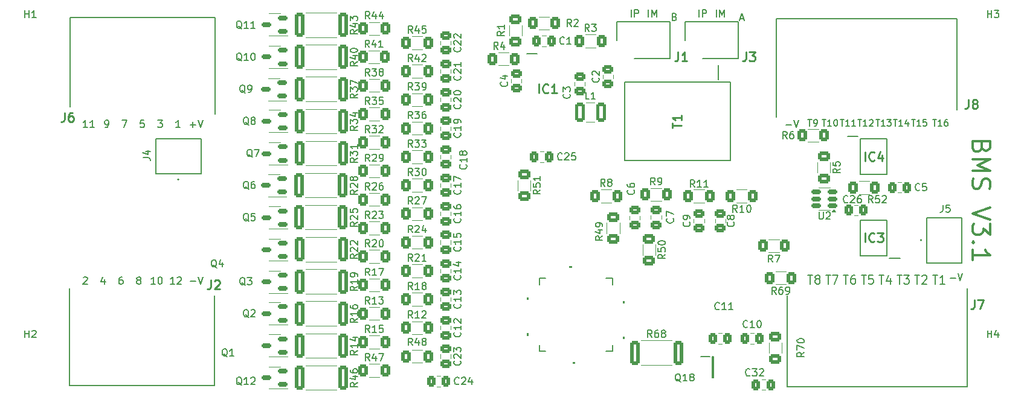
<source format=gbr>
%TF.GenerationSoftware,KiCad,Pcbnew,9.0.2*%
%TF.CreationDate,2025-07-25T00:40:22+02:00*%
%TF.ProjectId,BMS_13_VF,424d535f-3133-45f5-9646-2e6b69636164,rev?*%
%TF.SameCoordinates,Original*%
%TF.FileFunction,Legend,Top*%
%TF.FilePolarity,Positive*%
%FSLAX46Y46*%
G04 Gerber Fmt 4.6, Leading zero omitted, Abs format (unit mm)*
G04 Created by KiCad (PCBNEW 9.0.2) date 2025-07-25 00:40:22*
%MOMM*%
%LPD*%
G01*
G04 APERTURE LIST*
G04 Aperture macros list*
%AMRoundRect*
0 Rectangle with rounded corners*
0 $1 Rounding radius*
0 $2 $3 $4 $5 $6 $7 $8 $9 X,Y pos of 4 corners*
0 Add a 4 corners polygon primitive as box body*
4,1,4,$2,$3,$4,$5,$6,$7,$8,$9,$2,$3,0*
0 Add four circle primitives for the rounded corners*
1,1,$1+$1,$2,$3*
1,1,$1+$1,$4,$5*
1,1,$1+$1,$6,$7*
1,1,$1+$1,$8,$9*
0 Add four rect primitives between the rounded corners*
20,1,$1+$1,$2,$3,$4,$5,0*
20,1,$1+$1,$4,$5,$6,$7,0*
20,1,$1+$1,$6,$7,$8,$9,0*
20,1,$1+$1,$8,$9,$2,$3,0*%
G04 Aperture macros list end*
%ADD10C,0.200000*%
%ADD11C,0.150000*%
%ADD12C,0.300000*%
%ADD13C,0.254000*%
%ADD14C,0.130000*%
%ADD15C,0.120000*%
%ADD16C,0.127000*%
%ADD17C,0.152400*%
%ADD18C,0.000000*%
%ADD19R,2.325000X2.325000*%
%ADD20C,2.325000*%
%ADD21RoundRect,0.250000X-0.475000X0.337500X-0.475000X-0.337500X0.475000X-0.337500X0.475000X0.337500X0*%
%ADD22RoundRect,0.250000X-0.400000X-0.625000X0.400000X-0.625000X0.400000X0.625000X-0.400000X0.625000X0*%
%ADD23RoundRect,0.250001X-0.462499X-1.074999X0.462499X-1.074999X0.462499X1.074999X-0.462499X1.074999X0*%
%ADD24RoundRect,0.250000X0.400000X0.625000X-0.400000X0.625000X-0.400000X-0.625000X0.400000X-0.625000X0*%
%ADD25RoundRect,0.249999X0.450001X1.425001X-0.450001X1.425001X-0.450001X-1.425001X0.450001X-1.425001X0*%
%ADD26R,1.475000X0.450000*%
%ADD27RoundRect,0.250000X0.625000X-0.400000X0.625000X0.400000X-0.625000X0.400000X-0.625000X-0.400000X0*%
%ADD28RoundRect,0.150000X0.512500X0.150000X-0.512500X0.150000X-0.512500X-0.150000X0.512500X-0.150000X0*%
%ADD29RoundRect,0.250000X-0.337500X-0.475000X0.337500X-0.475000X0.337500X0.475000X-0.337500X0.475000X0*%
%ADD30RoundRect,0.250000X-0.625000X0.400000X-0.625000X-0.400000X0.625000X-0.400000X0.625000X0.400000X0*%
%ADD31RoundRect,0.250000X0.475000X-0.337500X0.475000X0.337500X-0.475000X0.337500X-0.475000X-0.337500X0*%
%ADD32C,5.600000*%
%ADD33R,1.800000X1.800000*%
%ADD34C,1.800000*%
%ADD35R,1.530000X1.530000*%
%ADD36C,1.530000*%
%ADD37R,0.279400X1.346200*%
%ADD38R,1.346200X0.279400*%
%ADD39R,5.791200X5.791200*%
%ADD40RoundRect,0.250000X0.337500X0.475000X-0.337500X0.475000X-0.337500X-0.475000X0.337500X-0.475000X0*%
%ADD41R,1.300000X0.600000*%
%ADD42R,1.425000X0.300000*%
%ADD43R,1.753000X2.947000*%
%ADD44R,1.950000X1.950000*%
%ADD45C,1.950000*%
%ADD46R,0.800000X2.010000*%
%ADD47RoundRect,0.249999X-0.450001X-1.425001X0.450001X-1.425001X0.450001X1.425001X-0.450001X1.425001X0*%
G04 APERTURE END LIST*
D10*
X187745863Y-101142742D02*
X188431578Y-101142742D01*
X188088720Y-102342742D02*
X188088720Y-101142742D01*
X189345864Y-101542742D02*
X189345864Y-102342742D01*
X189060149Y-101085600D02*
X188774435Y-101942742D01*
X188774435Y-101942742D02*
X189517292Y-101942742D01*
D11*
X164928572Y-64869819D02*
X164928572Y-63869819D01*
X165404762Y-64869819D02*
X165404762Y-63869819D01*
X165404762Y-63869819D02*
X165738095Y-64584104D01*
X165738095Y-64584104D02*
X166071428Y-63869819D01*
X166071428Y-63869819D02*
X166071428Y-64869819D01*
D10*
X190245863Y-101142742D02*
X190931578Y-101142742D01*
X190588720Y-102342742D02*
X190588720Y-101142742D01*
X191217292Y-101142742D02*
X191960149Y-101142742D01*
X191960149Y-101142742D02*
X191560149Y-101599885D01*
X191560149Y-101599885D02*
X191731578Y-101599885D01*
X191731578Y-101599885D02*
X191845864Y-101657028D01*
X191845864Y-101657028D02*
X191903006Y-101714171D01*
X191903006Y-101714171D02*
X191960149Y-101828457D01*
X191960149Y-101828457D02*
X191960149Y-102114171D01*
X191960149Y-102114171D02*
X191903006Y-102228457D01*
X191903006Y-102228457D02*
X191845864Y-102285600D01*
X191845864Y-102285600D02*
X191731578Y-102342742D01*
X191731578Y-102342742D02*
X191388721Y-102342742D01*
X191388721Y-102342742D02*
X191274435Y-102285600D01*
X191274435Y-102285600D02*
X191217292Y-102228457D01*
X187281215Y-79264743D02*
X187795501Y-79264743D01*
X187538358Y-80164743D02*
X187538358Y-79264743D01*
X188566929Y-80164743D02*
X188052643Y-80164743D01*
X188309786Y-80164743D02*
X188309786Y-79264743D01*
X188309786Y-79264743D02*
X188224072Y-79393314D01*
X188224072Y-79393314D02*
X188138357Y-79479028D01*
X188138357Y-79479028D02*
X188052643Y-79521886D01*
X188866929Y-79264743D02*
X189424072Y-79264743D01*
X189424072Y-79264743D02*
X189124072Y-79607600D01*
X189124072Y-79607600D02*
X189252643Y-79607600D01*
X189252643Y-79607600D02*
X189338358Y-79650457D01*
X189338358Y-79650457D02*
X189381215Y-79693314D01*
X189381215Y-79693314D02*
X189424072Y-79779028D01*
X189424072Y-79779028D02*
X189424072Y-79993314D01*
X189424072Y-79993314D02*
X189381215Y-80079028D01*
X189381215Y-80079028D02*
X189338358Y-80121886D01*
X189338358Y-80121886D02*
X189252643Y-80164743D01*
X189252643Y-80164743D02*
X188995500Y-80164743D01*
X188995500Y-80164743D02*
X188909786Y-80121886D01*
X188909786Y-80121886D02*
X188866929Y-80079028D01*
D11*
X86309523Y-102369819D02*
X85738095Y-102369819D01*
X86023809Y-102369819D02*
X86023809Y-101369819D01*
X86023809Y-101369819D02*
X85928571Y-101512676D01*
X85928571Y-101512676D02*
X85833333Y-101607914D01*
X85833333Y-101607914D02*
X85738095Y-101655533D01*
X86928571Y-101369819D02*
X87023809Y-101369819D01*
X87023809Y-101369819D02*
X87119047Y-101417438D01*
X87119047Y-101417438D02*
X87166666Y-101465057D01*
X87166666Y-101465057D02*
X87214285Y-101560295D01*
X87214285Y-101560295D02*
X87261904Y-101750771D01*
X87261904Y-101750771D02*
X87261904Y-101988866D01*
X87261904Y-101988866D02*
X87214285Y-102179342D01*
X87214285Y-102179342D02*
X87166666Y-102274580D01*
X87166666Y-102274580D02*
X87119047Y-102322200D01*
X87119047Y-102322200D02*
X87023809Y-102369819D01*
X87023809Y-102369819D02*
X86928571Y-102369819D01*
X86928571Y-102369819D02*
X86833333Y-102322200D01*
X86833333Y-102322200D02*
X86785714Y-102274580D01*
X86785714Y-102274580D02*
X86738095Y-102179342D01*
X86738095Y-102179342D02*
X86690476Y-101988866D01*
X86690476Y-101988866D02*
X86690476Y-101750771D01*
X86690476Y-101750771D02*
X86738095Y-101560295D01*
X86738095Y-101560295D02*
X86785714Y-101465057D01*
X86785714Y-101465057D02*
X86833333Y-101417438D01*
X86833333Y-101417438D02*
X86928571Y-101369819D01*
D10*
X192745863Y-101142742D02*
X193431578Y-101142742D01*
X193088720Y-102342742D02*
X193088720Y-101142742D01*
X193774435Y-101257028D02*
X193831578Y-101199885D01*
X193831578Y-101199885D02*
X193945864Y-101142742D01*
X193945864Y-101142742D02*
X194231578Y-101142742D01*
X194231578Y-101142742D02*
X194345864Y-101199885D01*
X194345864Y-101199885D02*
X194403006Y-101257028D01*
X194403006Y-101257028D02*
X194460149Y-101371314D01*
X194460149Y-101371314D02*
X194460149Y-101485600D01*
X194460149Y-101485600D02*
X194403006Y-101657028D01*
X194403006Y-101657028D02*
X193717292Y-102342742D01*
X193717292Y-102342742D02*
X194460149Y-102342742D01*
D11*
X79190476Y-101703152D02*
X79190476Y-102369819D01*
X78952381Y-101322200D02*
X78714286Y-102036485D01*
X78714286Y-102036485D02*
X79333333Y-102036485D01*
X89785714Y-80369819D02*
X89214286Y-80369819D01*
X89500000Y-80369819D02*
X89500000Y-79369819D01*
X89500000Y-79369819D02*
X89404762Y-79512676D01*
X89404762Y-79512676D02*
X89309524Y-79607914D01*
X89309524Y-79607914D02*
X89214286Y-79655533D01*
X81690476Y-101369819D02*
X81500000Y-101369819D01*
X81500000Y-101369819D02*
X81404762Y-101417438D01*
X81404762Y-101417438D02*
X81357143Y-101465057D01*
X81357143Y-101465057D02*
X81261905Y-101607914D01*
X81261905Y-101607914D02*
X81214286Y-101798390D01*
X81214286Y-101798390D02*
X81214286Y-102179342D01*
X81214286Y-102179342D02*
X81261905Y-102274580D01*
X81261905Y-102274580D02*
X81309524Y-102322200D01*
X81309524Y-102322200D02*
X81404762Y-102369819D01*
X81404762Y-102369819D02*
X81595238Y-102369819D01*
X81595238Y-102369819D02*
X81690476Y-102322200D01*
X81690476Y-102322200D02*
X81738095Y-102274580D01*
X81738095Y-102274580D02*
X81785714Y-102179342D01*
X81785714Y-102179342D02*
X81785714Y-101941247D01*
X81785714Y-101941247D02*
X81738095Y-101846009D01*
X81738095Y-101846009D02*
X81690476Y-101798390D01*
X81690476Y-101798390D02*
X81595238Y-101750771D01*
X81595238Y-101750771D02*
X81404762Y-101750771D01*
X81404762Y-101750771D02*
X81309524Y-101798390D01*
X81309524Y-101798390D02*
X81261905Y-101846009D01*
X81261905Y-101846009D02*
X81214286Y-101941247D01*
D10*
X195245863Y-101142742D02*
X195931578Y-101142742D01*
X195588720Y-102342742D02*
X195588720Y-101142742D01*
X196960149Y-102342742D02*
X196274435Y-102342742D01*
X196617292Y-102342742D02*
X196617292Y-101142742D01*
X196617292Y-101142742D02*
X196503006Y-101314171D01*
X196503006Y-101314171D02*
X196388721Y-101428457D01*
X196388721Y-101428457D02*
X196274435Y-101485600D01*
D11*
X81666667Y-79369819D02*
X82333333Y-79369819D01*
X82333333Y-79369819D02*
X81904762Y-80369819D01*
D10*
X182281215Y-79264743D02*
X182795501Y-79264743D01*
X182538358Y-80164743D02*
X182538358Y-79264743D01*
X183566929Y-80164743D02*
X183052643Y-80164743D01*
X183309786Y-80164743D02*
X183309786Y-79264743D01*
X183309786Y-79264743D02*
X183224072Y-79393314D01*
X183224072Y-79393314D02*
X183138357Y-79479028D01*
X183138357Y-79479028D02*
X183052643Y-79521886D01*
X184424072Y-80164743D02*
X183909786Y-80164743D01*
X184166929Y-80164743D02*
X184166929Y-79264743D01*
X184166929Y-79264743D02*
X184081215Y-79393314D01*
X184081215Y-79393314D02*
X183995500Y-79479028D01*
X183995500Y-79479028D02*
X183909786Y-79521886D01*
X179781215Y-79264743D02*
X180295501Y-79264743D01*
X180038358Y-80164743D02*
X180038358Y-79264743D01*
X181066929Y-80164743D02*
X180552643Y-80164743D01*
X180809786Y-80164743D02*
X180809786Y-79264743D01*
X180809786Y-79264743D02*
X180724072Y-79393314D01*
X180724072Y-79393314D02*
X180638357Y-79479028D01*
X180638357Y-79479028D02*
X180552643Y-79521886D01*
X181624072Y-79264743D02*
X181709786Y-79264743D01*
X181709786Y-79264743D02*
X181795500Y-79307600D01*
X181795500Y-79307600D02*
X181838358Y-79350457D01*
X181838358Y-79350457D02*
X181881215Y-79436171D01*
X181881215Y-79436171D02*
X181924072Y-79607600D01*
X181924072Y-79607600D02*
X181924072Y-79821886D01*
X181924072Y-79821886D02*
X181881215Y-79993314D01*
X181881215Y-79993314D02*
X181838358Y-80079028D01*
X181838358Y-80079028D02*
X181795500Y-80121886D01*
X181795500Y-80121886D02*
X181709786Y-80164743D01*
X181709786Y-80164743D02*
X181624072Y-80164743D01*
X181624072Y-80164743D02*
X181538358Y-80121886D01*
X181538358Y-80121886D02*
X181495500Y-80079028D01*
X181495500Y-80079028D02*
X181452643Y-79993314D01*
X181452643Y-79993314D02*
X181409786Y-79821886D01*
X181409786Y-79821886D02*
X181409786Y-79607600D01*
X181409786Y-79607600D02*
X181452643Y-79436171D01*
X181452643Y-79436171D02*
X181495500Y-79350457D01*
X181495500Y-79350457D02*
X181538358Y-79307600D01*
X181538358Y-79307600D02*
X181624072Y-79264743D01*
D11*
X162500000Y-64869819D02*
X162500000Y-63869819D01*
X162976190Y-64869819D02*
X162976190Y-63869819D01*
X162976190Y-63869819D02*
X163357142Y-63869819D01*
X163357142Y-63869819D02*
X163452380Y-63917438D01*
X163452380Y-63917438D02*
X163499999Y-63965057D01*
X163499999Y-63965057D02*
X163547618Y-64060295D01*
X163547618Y-64060295D02*
X163547618Y-64203152D01*
X163547618Y-64203152D02*
X163499999Y-64298390D01*
X163499999Y-64298390D02*
X163452380Y-64346009D01*
X163452380Y-64346009D02*
X163357142Y-64393628D01*
X163357142Y-64393628D02*
X162976190Y-64393628D01*
D10*
X177781215Y-79264743D02*
X178295501Y-79264743D01*
X178038358Y-80164743D02*
X178038358Y-79264743D01*
X178638357Y-80164743D02*
X178809786Y-80164743D01*
X178809786Y-80164743D02*
X178895500Y-80121886D01*
X178895500Y-80121886D02*
X178938357Y-80079028D01*
X178938357Y-80079028D02*
X179024072Y-79950457D01*
X179024072Y-79950457D02*
X179066929Y-79779028D01*
X179066929Y-79779028D02*
X179066929Y-79436171D01*
X179066929Y-79436171D02*
X179024072Y-79350457D01*
X179024072Y-79350457D02*
X178981215Y-79307600D01*
X178981215Y-79307600D02*
X178895500Y-79264743D01*
X178895500Y-79264743D02*
X178724072Y-79264743D01*
X178724072Y-79264743D02*
X178638357Y-79307600D01*
X178638357Y-79307600D02*
X178595500Y-79350457D01*
X178595500Y-79350457D02*
X178552643Y-79436171D01*
X178552643Y-79436171D02*
X178552643Y-79650457D01*
X178552643Y-79650457D02*
X178595500Y-79736171D01*
X178595500Y-79736171D02*
X178638357Y-79779028D01*
X178638357Y-79779028D02*
X178724072Y-79821886D01*
X178724072Y-79821886D02*
X178895500Y-79821886D01*
X178895500Y-79821886D02*
X178981215Y-79779028D01*
X178981215Y-79779028D02*
X179024072Y-79736171D01*
X179024072Y-79736171D02*
X179066929Y-79650457D01*
D11*
X84738095Y-79369819D02*
X84261905Y-79369819D01*
X84261905Y-79369819D02*
X84214286Y-79846009D01*
X84214286Y-79846009D02*
X84261905Y-79798390D01*
X84261905Y-79798390D02*
X84357143Y-79750771D01*
X84357143Y-79750771D02*
X84595238Y-79750771D01*
X84595238Y-79750771D02*
X84690476Y-79798390D01*
X84690476Y-79798390D02*
X84738095Y-79846009D01*
X84738095Y-79846009D02*
X84785714Y-79941247D01*
X84785714Y-79941247D02*
X84785714Y-80179342D01*
X84785714Y-80179342D02*
X84738095Y-80274580D01*
X84738095Y-80274580D02*
X84690476Y-80322200D01*
X84690476Y-80322200D02*
X84595238Y-80369819D01*
X84595238Y-80369819D02*
X84357143Y-80369819D01*
X84357143Y-80369819D02*
X84261905Y-80322200D01*
X84261905Y-80322200D02*
X84214286Y-80274580D01*
X86666667Y-79369819D02*
X87285714Y-79369819D01*
X87285714Y-79369819D02*
X86952381Y-79750771D01*
X86952381Y-79750771D02*
X87095238Y-79750771D01*
X87095238Y-79750771D02*
X87190476Y-79798390D01*
X87190476Y-79798390D02*
X87238095Y-79846009D01*
X87238095Y-79846009D02*
X87285714Y-79941247D01*
X87285714Y-79941247D02*
X87285714Y-80179342D01*
X87285714Y-80179342D02*
X87238095Y-80274580D01*
X87238095Y-80274580D02*
X87190476Y-80322200D01*
X87190476Y-80322200D02*
X87095238Y-80369819D01*
X87095238Y-80369819D02*
X86809524Y-80369819D01*
X86809524Y-80369819D02*
X86714286Y-80322200D01*
X86714286Y-80322200D02*
X86666667Y-80274580D01*
D12*
X202131076Y-83159524D02*
X202012028Y-83516667D01*
X202012028Y-83516667D02*
X201892980Y-83635714D01*
X201892980Y-83635714D02*
X201654885Y-83754762D01*
X201654885Y-83754762D02*
X201297742Y-83754762D01*
X201297742Y-83754762D02*
X201059647Y-83635714D01*
X201059647Y-83635714D02*
X200940600Y-83516667D01*
X200940600Y-83516667D02*
X200821552Y-83278572D01*
X200821552Y-83278572D02*
X200821552Y-82326191D01*
X200821552Y-82326191D02*
X203321552Y-82326191D01*
X203321552Y-82326191D02*
X203321552Y-83159524D01*
X203321552Y-83159524D02*
X203202504Y-83397619D01*
X203202504Y-83397619D02*
X203083457Y-83516667D01*
X203083457Y-83516667D02*
X202845361Y-83635714D01*
X202845361Y-83635714D02*
X202607266Y-83635714D01*
X202607266Y-83635714D02*
X202369171Y-83516667D01*
X202369171Y-83516667D02*
X202250123Y-83397619D01*
X202250123Y-83397619D02*
X202131076Y-83159524D01*
X202131076Y-83159524D02*
X202131076Y-82326191D01*
X200821552Y-84826191D02*
X203321552Y-84826191D01*
X203321552Y-84826191D02*
X201535838Y-85659524D01*
X201535838Y-85659524D02*
X203321552Y-86492857D01*
X203321552Y-86492857D02*
X200821552Y-86492857D01*
X200940600Y-87564286D02*
X200821552Y-87921429D01*
X200821552Y-87921429D02*
X200821552Y-88516667D01*
X200821552Y-88516667D02*
X200940600Y-88754762D01*
X200940600Y-88754762D02*
X201059647Y-88873810D01*
X201059647Y-88873810D02*
X201297742Y-88992857D01*
X201297742Y-88992857D02*
X201535838Y-88992857D01*
X201535838Y-88992857D02*
X201773933Y-88873810D01*
X201773933Y-88873810D02*
X201892980Y-88754762D01*
X201892980Y-88754762D02*
X202012028Y-88516667D01*
X202012028Y-88516667D02*
X202131076Y-88040476D01*
X202131076Y-88040476D02*
X202250123Y-87802381D01*
X202250123Y-87802381D02*
X202369171Y-87683334D01*
X202369171Y-87683334D02*
X202607266Y-87564286D01*
X202607266Y-87564286D02*
X202845361Y-87564286D01*
X202845361Y-87564286D02*
X203083457Y-87683334D01*
X203083457Y-87683334D02*
X203202504Y-87802381D01*
X203202504Y-87802381D02*
X203321552Y-88040476D01*
X203321552Y-88040476D02*
X203321552Y-88635715D01*
X203321552Y-88635715D02*
X203202504Y-88992857D01*
X203321552Y-91611905D02*
X200821552Y-92445238D01*
X200821552Y-92445238D02*
X203321552Y-93278571D01*
X203321552Y-93873809D02*
X203321552Y-95421428D01*
X203321552Y-95421428D02*
X202369171Y-94588095D01*
X202369171Y-94588095D02*
X202369171Y-94945238D01*
X202369171Y-94945238D02*
X202250123Y-95183333D01*
X202250123Y-95183333D02*
X202131076Y-95302381D01*
X202131076Y-95302381D02*
X201892980Y-95421428D01*
X201892980Y-95421428D02*
X201297742Y-95421428D01*
X201297742Y-95421428D02*
X201059647Y-95302381D01*
X201059647Y-95302381D02*
X200940600Y-95183333D01*
X200940600Y-95183333D02*
X200821552Y-94945238D01*
X200821552Y-94945238D02*
X200821552Y-94230952D01*
X200821552Y-94230952D02*
X200940600Y-93992857D01*
X200940600Y-93992857D02*
X201059647Y-93873809D01*
X201059647Y-96492857D02*
X200940600Y-96611904D01*
X200940600Y-96611904D02*
X200821552Y-96492857D01*
X200821552Y-96492857D02*
X200940600Y-96373809D01*
X200940600Y-96373809D02*
X201059647Y-96492857D01*
X201059647Y-96492857D02*
X200821552Y-96492857D01*
X200821552Y-98992856D02*
X200821552Y-97564285D01*
X200821552Y-98278571D02*
X203321552Y-98278571D01*
X203321552Y-98278571D02*
X202964409Y-98040475D01*
X202964409Y-98040475D02*
X202726314Y-97802380D01*
X202726314Y-97802380D02*
X202607266Y-97564285D01*
D11*
X174690476Y-79988866D02*
X175452381Y-79988866D01*
X175785714Y-79369819D02*
X176119047Y-80369819D01*
X176119047Y-80369819D02*
X176452380Y-79369819D01*
D10*
X195281215Y-79264743D02*
X195795501Y-79264743D01*
X195538358Y-80164743D02*
X195538358Y-79264743D01*
X196566929Y-80164743D02*
X196052643Y-80164743D01*
X196309786Y-80164743D02*
X196309786Y-79264743D01*
X196309786Y-79264743D02*
X196224072Y-79393314D01*
X196224072Y-79393314D02*
X196138357Y-79479028D01*
X196138357Y-79479028D02*
X196052643Y-79521886D01*
X197338358Y-79264743D02*
X197166929Y-79264743D01*
X197166929Y-79264743D02*
X197081215Y-79307600D01*
X197081215Y-79307600D02*
X197038358Y-79350457D01*
X197038358Y-79350457D02*
X196952643Y-79479028D01*
X196952643Y-79479028D02*
X196909786Y-79650457D01*
X196909786Y-79650457D02*
X196909786Y-79993314D01*
X196909786Y-79993314D02*
X196952643Y-80079028D01*
X196952643Y-80079028D02*
X196995500Y-80121886D01*
X196995500Y-80121886D02*
X197081215Y-80164743D01*
X197081215Y-80164743D02*
X197252643Y-80164743D01*
X197252643Y-80164743D02*
X197338358Y-80121886D01*
X197338358Y-80121886D02*
X197381215Y-80079028D01*
X197381215Y-80079028D02*
X197424072Y-79993314D01*
X197424072Y-79993314D02*
X197424072Y-79779028D01*
X197424072Y-79779028D02*
X197381215Y-79693314D01*
X197381215Y-79693314D02*
X197338358Y-79650457D01*
X197338358Y-79650457D02*
X197252643Y-79607600D01*
X197252643Y-79607600D02*
X197081215Y-79607600D01*
X197081215Y-79607600D02*
X196995500Y-79650457D01*
X196995500Y-79650457D02*
X196952643Y-79693314D01*
X196952643Y-79693314D02*
X196909786Y-79779028D01*
D11*
X89009523Y-102369819D02*
X88438095Y-102369819D01*
X88723809Y-102369819D02*
X88723809Y-101369819D01*
X88723809Y-101369819D02*
X88628571Y-101512676D01*
X88628571Y-101512676D02*
X88533333Y-101607914D01*
X88533333Y-101607914D02*
X88438095Y-101655533D01*
X89390476Y-101465057D02*
X89438095Y-101417438D01*
X89438095Y-101417438D02*
X89533333Y-101369819D01*
X89533333Y-101369819D02*
X89771428Y-101369819D01*
X89771428Y-101369819D02*
X89866666Y-101417438D01*
X89866666Y-101417438D02*
X89914285Y-101465057D01*
X89914285Y-101465057D02*
X89961904Y-101560295D01*
X89961904Y-101560295D02*
X89961904Y-101655533D01*
X89961904Y-101655533D02*
X89914285Y-101798390D01*
X89914285Y-101798390D02*
X89342857Y-102369819D01*
X89342857Y-102369819D02*
X89961904Y-102369819D01*
X159071428Y-64846009D02*
X159214285Y-64893628D01*
X159214285Y-64893628D02*
X159261904Y-64941247D01*
X159261904Y-64941247D02*
X159309523Y-65036485D01*
X159309523Y-65036485D02*
X159309523Y-65179342D01*
X159309523Y-65179342D02*
X159261904Y-65274580D01*
X159261904Y-65274580D02*
X159214285Y-65322200D01*
X159214285Y-65322200D02*
X159119047Y-65369819D01*
X159119047Y-65369819D02*
X158738095Y-65369819D01*
X158738095Y-65369819D02*
X158738095Y-64369819D01*
X158738095Y-64369819D02*
X159071428Y-64369819D01*
X159071428Y-64369819D02*
X159166666Y-64417438D01*
X159166666Y-64417438D02*
X159214285Y-64465057D01*
X159214285Y-64465057D02*
X159261904Y-64560295D01*
X159261904Y-64560295D02*
X159261904Y-64655533D01*
X159261904Y-64655533D02*
X159214285Y-64750771D01*
X159214285Y-64750771D02*
X159166666Y-64798390D01*
X159166666Y-64798390D02*
X159071428Y-64846009D01*
X159071428Y-64846009D02*
X158738095Y-64846009D01*
X91190476Y-101988866D02*
X91952381Y-101988866D01*
X92285714Y-101369819D02*
X92619047Y-102369819D01*
X92619047Y-102369819D02*
X92952380Y-101369819D01*
D10*
X180245863Y-101142742D02*
X180931578Y-101142742D01*
X180588720Y-102342742D02*
X180588720Y-101142742D01*
X181217292Y-101142742D02*
X182017292Y-101142742D01*
X182017292Y-101142742D02*
X181503006Y-102342742D01*
D11*
X76809523Y-80369819D02*
X76238095Y-80369819D01*
X76523809Y-80369819D02*
X76523809Y-79369819D01*
X76523809Y-79369819D02*
X76428571Y-79512676D01*
X76428571Y-79512676D02*
X76333333Y-79607914D01*
X76333333Y-79607914D02*
X76238095Y-79655533D01*
X77761904Y-80369819D02*
X77190476Y-80369819D01*
X77476190Y-80369819D02*
X77476190Y-79369819D01*
X77476190Y-79369819D02*
X77380952Y-79512676D01*
X77380952Y-79512676D02*
X77285714Y-79607914D01*
X77285714Y-79607914D02*
X77190476Y-79655533D01*
X197690476Y-101488866D02*
X198452381Y-101488866D01*
X198785714Y-100869819D02*
X199119047Y-101869819D01*
X199119047Y-101869819D02*
X199452380Y-100869819D01*
D10*
X177745863Y-101142742D02*
X178431578Y-101142742D01*
X178088720Y-102342742D02*
X178088720Y-101142742D01*
X179003006Y-101657028D02*
X178888721Y-101599885D01*
X178888721Y-101599885D02*
X178831578Y-101542742D01*
X178831578Y-101542742D02*
X178774435Y-101428457D01*
X178774435Y-101428457D02*
X178774435Y-101371314D01*
X178774435Y-101371314D02*
X178831578Y-101257028D01*
X178831578Y-101257028D02*
X178888721Y-101199885D01*
X178888721Y-101199885D02*
X179003006Y-101142742D01*
X179003006Y-101142742D02*
X179231578Y-101142742D01*
X179231578Y-101142742D02*
X179345864Y-101199885D01*
X179345864Y-101199885D02*
X179403006Y-101257028D01*
X179403006Y-101257028D02*
X179460149Y-101371314D01*
X179460149Y-101371314D02*
X179460149Y-101428457D01*
X179460149Y-101428457D02*
X179403006Y-101542742D01*
X179403006Y-101542742D02*
X179345864Y-101599885D01*
X179345864Y-101599885D02*
X179231578Y-101657028D01*
X179231578Y-101657028D02*
X179003006Y-101657028D01*
X179003006Y-101657028D02*
X178888721Y-101714171D01*
X178888721Y-101714171D02*
X178831578Y-101771314D01*
X178831578Y-101771314D02*
X178774435Y-101885600D01*
X178774435Y-101885600D02*
X178774435Y-102114171D01*
X178774435Y-102114171D02*
X178831578Y-102228457D01*
X178831578Y-102228457D02*
X178888721Y-102285600D01*
X178888721Y-102285600D02*
X179003006Y-102342742D01*
X179003006Y-102342742D02*
X179231578Y-102342742D01*
X179231578Y-102342742D02*
X179345864Y-102285600D01*
X179345864Y-102285600D02*
X179403006Y-102228457D01*
X179403006Y-102228457D02*
X179460149Y-102114171D01*
X179460149Y-102114171D02*
X179460149Y-101885600D01*
X179460149Y-101885600D02*
X179403006Y-101771314D01*
X179403006Y-101771314D02*
X179345864Y-101714171D01*
X179345864Y-101714171D02*
X179231578Y-101657028D01*
X184781215Y-79264743D02*
X185295501Y-79264743D01*
X185038358Y-80164743D02*
X185038358Y-79264743D01*
X186066929Y-80164743D02*
X185552643Y-80164743D01*
X185809786Y-80164743D02*
X185809786Y-79264743D01*
X185809786Y-79264743D02*
X185724072Y-79393314D01*
X185724072Y-79393314D02*
X185638357Y-79479028D01*
X185638357Y-79479028D02*
X185552643Y-79521886D01*
X186409786Y-79350457D02*
X186452643Y-79307600D01*
X186452643Y-79307600D02*
X186538358Y-79264743D01*
X186538358Y-79264743D02*
X186752643Y-79264743D01*
X186752643Y-79264743D02*
X186838358Y-79307600D01*
X186838358Y-79307600D02*
X186881215Y-79350457D01*
X186881215Y-79350457D02*
X186924072Y-79436171D01*
X186924072Y-79436171D02*
X186924072Y-79521886D01*
X186924072Y-79521886D02*
X186881215Y-79650457D01*
X186881215Y-79650457D02*
X186366929Y-80164743D01*
X186366929Y-80164743D02*
X186924072Y-80164743D01*
X192281215Y-79264743D02*
X192795501Y-79264743D01*
X192538358Y-80164743D02*
X192538358Y-79264743D01*
X193566929Y-80164743D02*
X193052643Y-80164743D01*
X193309786Y-80164743D02*
X193309786Y-79264743D01*
X193309786Y-79264743D02*
X193224072Y-79393314D01*
X193224072Y-79393314D02*
X193138357Y-79479028D01*
X193138357Y-79479028D02*
X193052643Y-79521886D01*
X194381215Y-79264743D02*
X193952643Y-79264743D01*
X193952643Y-79264743D02*
X193909786Y-79693314D01*
X193909786Y-79693314D02*
X193952643Y-79650457D01*
X193952643Y-79650457D02*
X194038358Y-79607600D01*
X194038358Y-79607600D02*
X194252643Y-79607600D01*
X194252643Y-79607600D02*
X194338358Y-79650457D01*
X194338358Y-79650457D02*
X194381215Y-79693314D01*
X194381215Y-79693314D02*
X194424072Y-79779028D01*
X194424072Y-79779028D02*
X194424072Y-79993314D01*
X194424072Y-79993314D02*
X194381215Y-80079028D01*
X194381215Y-80079028D02*
X194338358Y-80121886D01*
X194338358Y-80121886D02*
X194252643Y-80164743D01*
X194252643Y-80164743D02*
X194038358Y-80164743D01*
X194038358Y-80164743D02*
X193952643Y-80121886D01*
X193952643Y-80121886D02*
X193909786Y-80079028D01*
D11*
X83904762Y-101798390D02*
X83809524Y-101750771D01*
X83809524Y-101750771D02*
X83761905Y-101703152D01*
X83761905Y-101703152D02*
X83714286Y-101607914D01*
X83714286Y-101607914D02*
X83714286Y-101560295D01*
X83714286Y-101560295D02*
X83761905Y-101465057D01*
X83761905Y-101465057D02*
X83809524Y-101417438D01*
X83809524Y-101417438D02*
X83904762Y-101369819D01*
X83904762Y-101369819D02*
X84095238Y-101369819D01*
X84095238Y-101369819D02*
X84190476Y-101417438D01*
X84190476Y-101417438D02*
X84238095Y-101465057D01*
X84238095Y-101465057D02*
X84285714Y-101560295D01*
X84285714Y-101560295D02*
X84285714Y-101607914D01*
X84285714Y-101607914D02*
X84238095Y-101703152D01*
X84238095Y-101703152D02*
X84190476Y-101750771D01*
X84190476Y-101750771D02*
X84095238Y-101798390D01*
X84095238Y-101798390D02*
X83904762Y-101798390D01*
X83904762Y-101798390D02*
X83809524Y-101846009D01*
X83809524Y-101846009D02*
X83761905Y-101893628D01*
X83761905Y-101893628D02*
X83714286Y-101988866D01*
X83714286Y-101988866D02*
X83714286Y-102179342D01*
X83714286Y-102179342D02*
X83761905Y-102274580D01*
X83761905Y-102274580D02*
X83809524Y-102322200D01*
X83809524Y-102322200D02*
X83904762Y-102369819D01*
X83904762Y-102369819D02*
X84095238Y-102369819D01*
X84095238Y-102369819D02*
X84190476Y-102322200D01*
X84190476Y-102322200D02*
X84238095Y-102274580D01*
X84238095Y-102274580D02*
X84285714Y-102179342D01*
X84285714Y-102179342D02*
X84285714Y-101988866D01*
X84285714Y-101988866D02*
X84238095Y-101893628D01*
X84238095Y-101893628D02*
X84190476Y-101846009D01*
X84190476Y-101846009D02*
X84095238Y-101798390D01*
X155428572Y-64869819D02*
X155428572Y-63869819D01*
X155904762Y-64869819D02*
X155904762Y-63869819D01*
X155904762Y-63869819D02*
X156238095Y-64584104D01*
X156238095Y-64584104D02*
X156571428Y-63869819D01*
X156571428Y-63869819D02*
X156571428Y-64869819D01*
X79309524Y-80369819D02*
X79500000Y-80369819D01*
X79500000Y-80369819D02*
X79595238Y-80322200D01*
X79595238Y-80322200D02*
X79642857Y-80274580D01*
X79642857Y-80274580D02*
X79738095Y-80131723D01*
X79738095Y-80131723D02*
X79785714Y-79941247D01*
X79785714Y-79941247D02*
X79785714Y-79560295D01*
X79785714Y-79560295D02*
X79738095Y-79465057D01*
X79738095Y-79465057D02*
X79690476Y-79417438D01*
X79690476Y-79417438D02*
X79595238Y-79369819D01*
X79595238Y-79369819D02*
X79404762Y-79369819D01*
X79404762Y-79369819D02*
X79309524Y-79417438D01*
X79309524Y-79417438D02*
X79261905Y-79465057D01*
X79261905Y-79465057D02*
X79214286Y-79560295D01*
X79214286Y-79560295D02*
X79214286Y-79798390D01*
X79214286Y-79798390D02*
X79261905Y-79893628D01*
X79261905Y-79893628D02*
X79309524Y-79941247D01*
X79309524Y-79941247D02*
X79404762Y-79988866D01*
X79404762Y-79988866D02*
X79595238Y-79988866D01*
X79595238Y-79988866D02*
X79690476Y-79941247D01*
X79690476Y-79941247D02*
X79738095Y-79893628D01*
X79738095Y-79893628D02*
X79785714Y-79798390D01*
X153000000Y-64869819D02*
X153000000Y-63869819D01*
X153476190Y-64869819D02*
X153476190Y-63869819D01*
X153476190Y-63869819D02*
X153857142Y-63869819D01*
X153857142Y-63869819D02*
X153952380Y-63917438D01*
X153952380Y-63917438D02*
X153999999Y-63965057D01*
X153999999Y-63965057D02*
X154047618Y-64060295D01*
X154047618Y-64060295D02*
X154047618Y-64203152D01*
X154047618Y-64203152D02*
X153999999Y-64298390D01*
X153999999Y-64298390D02*
X153952380Y-64346009D01*
X153952380Y-64346009D02*
X153857142Y-64393628D01*
X153857142Y-64393628D02*
X153476190Y-64393628D01*
D10*
X189781215Y-79264743D02*
X190295501Y-79264743D01*
X190038358Y-80164743D02*
X190038358Y-79264743D01*
X191066929Y-80164743D02*
X190552643Y-80164743D01*
X190809786Y-80164743D02*
X190809786Y-79264743D01*
X190809786Y-79264743D02*
X190724072Y-79393314D01*
X190724072Y-79393314D02*
X190638357Y-79479028D01*
X190638357Y-79479028D02*
X190552643Y-79521886D01*
X191838358Y-79564743D02*
X191838358Y-80164743D01*
X191624072Y-79221886D02*
X191409786Y-79864743D01*
X191409786Y-79864743D02*
X191966929Y-79864743D01*
D11*
X91190476Y-79988866D02*
X91952381Y-79988866D01*
X91571428Y-80369819D02*
X91571428Y-79607914D01*
X92285714Y-79369819D02*
X92619047Y-80369819D01*
X92619047Y-80369819D02*
X92952380Y-79369819D01*
X76214286Y-101465057D02*
X76261905Y-101417438D01*
X76261905Y-101417438D02*
X76357143Y-101369819D01*
X76357143Y-101369819D02*
X76595238Y-101369819D01*
X76595238Y-101369819D02*
X76690476Y-101417438D01*
X76690476Y-101417438D02*
X76738095Y-101465057D01*
X76738095Y-101465057D02*
X76785714Y-101560295D01*
X76785714Y-101560295D02*
X76785714Y-101655533D01*
X76785714Y-101655533D02*
X76738095Y-101798390D01*
X76738095Y-101798390D02*
X76166667Y-102369819D01*
X76166667Y-102369819D02*
X76785714Y-102369819D01*
D10*
X185245863Y-101142742D02*
X185931578Y-101142742D01*
X185588720Y-102342742D02*
X185588720Y-101142742D01*
X186903006Y-101142742D02*
X186331578Y-101142742D01*
X186331578Y-101142742D02*
X186274435Y-101714171D01*
X186274435Y-101714171D02*
X186331578Y-101657028D01*
X186331578Y-101657028D02*
X186445864Y-101599885D01*
X186445864Y-101599885D02*
X186731578Y-101599885D01*
X186731578Y-101599885D02*
X186845864Y-101657028D01*
X186845864Y-101657028D02*
X186903006Y-101714171D01*
X186903006Y-101714171D02*
X186960149Y-101828457D01*
X186960149Y-101828457D02*
X186960149Y-102114171D01*
X186960149Y-102114171D02*
X186903006Y-102228457D01*
X186903006Y-102228457D02*
X186845864Y-102285600D01*
X186845864Y-102285600D02*
X186731578Y-102342742D01*
X186731578Y-102342742D02*
X186445864Y-102342742D01*
X186445864Y-102342742D02*
X186331578Y-102285600D01*
X186331578Y-102285600D02*
X186274435Y-102228457D01*
D11*
X168261905Y-65084104D02*
X168738095Y-65084104D01*
X168166667Y-65369819D02*
X168500000Y-64369819D01*
X168500000Y-64369819D02*
X168833333Y-65369819D01*
D10*
X182745863Y-101142742D02*
X183431578Y-101142742D01*
X183088720Y-102342742D02*
X183088720Y-101142742D01*
X184345864Y-101142742D02*
X184117292Y-101142742D01*
X184117292Y-101142742D02*
X184003006Y-101199885D01*
X184003006Y-101199885D02*
X183945864Y-101257028D01*
X183945864Y-101257028D02*
X183831578Y-101428457D01*
X183831578Y-101428457D02*
X183774435Y-101657028D01*
X183774435Y-101657028D02*
X183774435Y-102114171D01*
X183774435Y-102114171D02*
X183831578Y-102228457D01*
X183831578Y-102228457D02*
X183888721Y-102285600D01*
X183888721Y-102285600D02*
X184003006Y-102342742D01*
X184003006Y-102342742D02*
X184231578Y-102342742D01*
X184231578Y-102342742D02*
X184345864Y-102285600D01*
X184345864Y-102285600D02*
X184403006Y-102228457D01*
X184403006Y-102228457D02*
X184460149Y-102114171D01*
X184460149Y-102114171D02*
X184460149Y-101828457D01*
X184460149Y-101828457D02*
X184403006Y-101714171D01*
X184403006Y-101714171D02*
X184345864Y-101657028D01*
X184345864Y-101657028D02*
X184231578Y-101599885D01*
X184231578Y-101599885D02*
X184003006Y-101599885D01*
X184003006Y-101599885D02*
X183888721Y-101657028D01*
X183888721Y-101657028D02*
X183831578Y-101714171D01*
X183831578Y-101714171D02*
X183774435Y-101828457D01*
D13*
X169076667Y-69804318D02*
X169076667Y-70711461D01*
X169076667Y-70711461D02*
X169016190Y-70892889D01*
X169016190Y-70892889D02*
X168895238Y-71013842D01*
X168895238Y-71013842D02*
X168713809Y-71074318D01*
X168713809Y-71074318D02*
X168592857Y-71074318D01*
X169560476Y-69804318D02*
X170346667Y-69804318D01*
X170346667Y-69804318D02*
X169923333Y-70288127D01*
X169923333Y-70288127D02*
X170104762Y-70288127D01*
X170104762Y-70288127D02*
X170225714Y-70348603D01*
X170225714Y-70348603D02*
X170286190Y-70409080D01*
X170286190Y-70409080D02*
X170346667Y-70530032D01*
X170346667Y-70530032D02*
X170346667Y-70832413D01*
X170346667Y-70832413D02*
X170286190Y-70953365D01*
X170286190Y-70953365D02*
X170225714Y-71013842D01*
X170225714Y-71013842D02*
X170104762Y-71074318D01*
X170104762Y-71074318D02*
X169741905Y-71074318D01*
X169741905Y-71074318D02*
X169620952Y-71013842D01*
X169620952Y-71013842D02*
X169560476Y-70953365D01*
D11*
X129039580Y-97142857D02*
X129087200Y-97190476D01*
X129087200Y-97190476D02*
X129134819Y-97333333D01*
X129134819Y-97333333D02*
X129134819Y-97428571D01*
X129134819Y-97428571D02*
X129087200Y-97571428D01*
X129087200Y-97571428D02*
X128991961Y-97666666D01*
X128991961Y-97666666D02*
X128896723Y-97714285D01*
X128896723Y-97714285D02*
X128706247Y-97761904D01*
X128706247Y-97761904D02*
X128563390Y-97761904D01*
X128563390Y-97761904D02*
X128372914Y-97714285D01*
X128372914Y-97714285D02*
X128277676Y-97666666D01*
X128277676Y-97666666D02*
X128182438Y-97571428D01*
X128182438Y-97571428D02*
X128134819Y-97428571D01*
X128134819Y-97428571D02*
X128134819Y-97333333D01*
X128134819Y-97333333D02*
X128182438Y-97190476D01*
X128182438Y-97190476D02*
X128230057Y-97142857D01*
X129134819Y-96190476D02*
X129134819Y-96761904D01*
X129134819Y-96476190D02*
X128134819Y-96476190D01*
X128134819Y-96476190D02*
X128277676Y-96571428D01*
X128277676Y-96571428D02*
X128372914Y-96666666D01*
X128372914Y-96666666D02*
X128420533Y-96761904D01*
X128134819Y-95285714D02*
X128134819Y-95761904D01*
X128134819Y-95761904D02*
X128611009Y-95809523D01*
X128611009Y-95809523D02*
X128563390Y-95761904D01*
X128563390Y-95761904D02*
X128515771Y-95666666D01*
X128515771Y-95666666D02*
X128515771Y-95428571D01*
X128515771Y-95428571D02*
X128563390Y-95333333D01*
X128563390Y-95333333D02*
X128611009Y-95285714D01*
X128611009Y-95285714D02*
X128706247Y-95238095D01*
X128706247Y-95238095D02*
X128944342Y-95238095D01*
X128944342Y-95238095D02*
X129039580Y-95285714D01*
X129039580Y-95285714D02*
X129087200Y-95333333D01*
X129087200Y-95333333D02*
X129134819Y-95428571D01*
X129134819Y-95428571D02*
X129134819Y-95666666D01*
X129134819Y-95666666D02*
X129087200Y-95761904D01*
X129087200Y-95761904D02*
X129039580Y-95809523D01*
X116357142Y-73134819D02*
X116023809Y-72658628D01*
X115785714Y-73134819D02*
X115785714Y-72134819D01*
X115785714Y-72134819D02*
X116166666Y-72134819D01*
X116166666Y-72134819D02*
X116261904Y-72182438D01*
X116261904Y-72182438D02*
X116309523Y-72230057D01*
X116309523Y-72230057D02*
X116357142Y-72325295D01*
X116357142Y-72325295D02*
X116357142Y-72468152D01*
X116357142Y-72468152D02*
X116309523Y-72563390D01*
X116309523Y-72563390D02*
X116261904Y-72611009D01*
X116261904Y-72611009D02*
X116166666Y-72658628D01*
X116166666Y-72658628D02*
X115785714Y-72658628D01*
X116690476Y-72134819D02*
X117309523Y-72134819D01*
X117309523Y-72134819D02*
X116976190Y-72515771D01*
X116976190Y-72515771D02*
X117119047Y-72515771D01*
X117119047Y-72515771D02*
X117214285Y-72563390D01*
X117214285Y-72563390D02*
X117261904Y-72611009D01*
X117261904Y-72611009D02*
X117309523Y-72706247D01*
X117309523Y-72706247D02*
X117309523Y-72944342D01*
X117309523Y-72944342D02*
X117261904Y-73039580D01*
X117261904Y-73039580D02*
X117214285Y-73087200D01*
X117214285Y-73087200D02*
X117119047Y-73134819D01*
X117119047Y-73134819D02*
X116833333Y-73134819D01*
X116833333Y-73134819D02*
X116738095Y-73087200D01*
X116738095Y-73087200D02*
X116690476Y-73039580D01*
X117880952Y-72563390D02*
X117785714Y-72515771D01*
X117785714Y-72515771D02*
X117738095Y-72468152D01*
X117738095Y-72468152D02*
X117690476Y-72372914D01*
X117690476Y-72372914D02*
X117690476Y-72325295D01*
X117690476Y-72325295D02*
X117738095Y-72230057D01*
X117738095Y-72230057D02*
X117785714Y-72182438D01*
X117785714Y-72182438D02*
X117880952Y-72134819D01*
X117880952Y-72134819D02*
X118071428Y-72134819D01*
X118071428Y-72134819D02*
X118166666Y-72182438D01*
X118166666Y-72182438D02*
X118214285Y-72230057D01*
X118214285Y-72230057D02*
X118261904Y-72325295D01*
X118261904Y-72325295D02*
X118261904Y-72372914D01*
X118261904Y-72372914D02*
X118214285Y-72468152D01*
X118214285Y-72468152D02*
X118166666Y-72515771D01*
X118166666Y-72515771D02*
X118071428Y-72563390D01*
X118071428Y-72563390D02*
X117880952Y-72563390D01*
X117880952Y-72563390D02*
X117785714Y-72611009D01*
X117785714Y-72611009D02*
X117738095Y-72658628D01*
X117738095Y-72658628D02*
X117690476Y-72753866D01*
X117690476Y-72753866D02*
X117690476Y-72944342D01*
X117690476Y-72944342D02*
X117738095Y-73039580D01*
X117738095Y-73039580D02*
X117785714Y-73087200D01*
X117785714Y-73087200D02*
X117880952Y-73134819D01*
X117880952Y-73134819D02*
X118071428Y-73134819D01*
X118071428Y-73134819D02*
X118166666Y-73087200D01*
X118166666Y-73087200D02*
X118214285Y-73039580D01*
X118214285Y-73039580D02*
X118261904Y-72944342D01*
X118261904Y-72944342D02*
X118261904Y-72753866D01*
X118261904Y-72753866D02*
X118214285Y-72658628D01*
X118214285Y-72658628D02*
X118166666Y-72611009D01*
X118166666Y-72611009D02*
X118071428Y-72563390D01*
X147121333Y-76424819D02*
X146645143Y-76424819D01*
X146645143Y-76424819D02*
X146645143Y-75424819D01*
X147978476Y-76424819D02*
X147407048Y-76424819D01*
X147692762Y-76424819D02*
X147692762Y-75424819D01*
X147692762Y-75424819D02*
X147597524Y-75567676D01*
X147597524Y-75567676D02*
X147502286Y-75662914D01*
X147502286Y-75662914D02*
X147407048Y-75710533D01*
X116357142Y-81134819D02*
X116023809Y-80658628D01*
X115785714Y-81134819D02*
X115785714Y-80134819D01*
X115785714Y-80134819D02*
X116166666Y-80134819D01*
X116166666Y-80134819D02*
X116261904Y-80182438D01*
X116261904Y-80182438D02*
X116309523Y-80230057D01*
X116309523Y-80230057D02*
X116357142Y-80325295D01*
X116357142Y-80325295D02*
X116357142Y-80468152D01*
X116357142Y-80468152D02*
X116309523Y-80563390D01*
X116309523Y-80563390D02*
X116261904Y-80611009D01*
X116261904Y-80611009D02*
X116166666Y-80658628D01*
X116166666Y-80658628D02*
X115785714Y-80658628D01*
X116690476Y-80134819D02*
X117309523Y-80134819D01*
X117309523Y-80134819D02*
X116976190Y-80515771D01*
X116976190Y-80515771D02*
X117119047Y-80515771D01*
X117119047Y-80515771D02*
X117214285Y-80563390D01*
X117214285Y-80563390D02*
X117261904Y-80611009D01*
X117261904Y-80611009D02*
X117309523Y-80706247D01*
X117309523Y-80706247D02*
X117309523Y-80944342D01*
X117309523Y-80944342D02*
X117261904Y-81039580D01*
X117261904Y-81039580D02*
X117214285Y-81087200D01*
X117214285Y-81087200D02*
X117119047Y-81134819D01*
X117119047Y-81134819D02*
X116833333Y-81134819D01*
X116833333Y-81134819D02*
X116738095Y-81087200D01*
X116738095Y-81087200D02*
X116690476Y-81039580D01*
X117690476Y-80230057D02*
X117738095Y-80182438D01*
X117738095Y-80182438D02*
X117833333Y-80134819D01*
X117833333Y-80134819D02*
X118071428Y-80134819D01*
X118071428Y-80134819D02*
X118166666Y-80182438D01*
X118166666Y-80182438D02*
X118214285Y-80230057D01*
X118214285Y-80230057D02*
X118261904Y-80325295D01*
X118261904Y-80325295D02*
X118261904Y-80420533D01*
X118261904Y-80420533D02*
X118214285Y-80563390D01*
X118214285Y-80563390D02*
X117642857Y-81134819D01*
X117642857Y-81134819D02*
X118261904Y-81134819D01*
X172833333Y-99274819D02*
X172500000Y-98798628D01*
X172261905Y-99274819D02*
X172261905Y-98274819D01*
X172261905Y-98274819D02*
X172642857Y-98274819D01*
X172642857Y-98274819D02*
X172738095Y-98322438D01*
X172738095Y-98322438D02*
X172785714Y-98370057D01*
X172785714Y-98370057D02*
X172833333Y-98465295D01*
X172833333Y-98465295D02*
X172833333Y-98608152D01*
X172833333Y-98608152D02*
X172785714Y-98703390D01*
X172785714Y-98703390D02*
X172738095Y-98751009D01*
X172738095Y-98751009D02*
X172642857Y-98798628D01*
X172642857Y-98798628D02*
X172261905Y-98798628D01*
X173166667Y-98274819D02*
X173833333Y-98274819D01*
X173833333Y-98274819D02*
X173404762Y-99274819D01*
X173307142Y-103774819D02*
X172973809Y-103298628D01*
X172735714Y-103774819D02*
X172735714Y-102774819D01*
X172735714Y-102774819D02*
X173116666Y-102774819D01*
X173116666Y-102774819D02*
X173211904Y-102822438D01*
X173211904Y-102822438D02*
X173259523Y-102870057D01*
X173259523Y-102870057D02*
X173307142Y-102965295D01*
X173307142Y-102965295D02*
X173307142Y-103108152D01*
X173307142Y-103108152D02*
X173259523Y-103203390D01*
X173259523Y-103203390D02*
X173211904Y-103251009D01*
X173211904Y-103251009D02*
X173116666Y-103298628D01*
X173116666Y-103298628D02*
X172735714Y-103298628D01*
X174164285Y-102774819D02*
X173973809Y-102774819D01*
X173973809Y-102774819D02*
X173878571Y-102822438D01*
X173878571Y-102822438D02*
X173830952Y-102870057D01*
X173830952Y-102870057D02*
X173735714Y-103012914D01*
X173735714Y-103012914D02*
X173688095Y-103203390D01*
X173688095Y-103203390D02*
X173688095Y-103584342D01*
X173688095Y-103584342D02*
X173735714Y-103679580D01*
X173735714Y-103679580D02*
X173783333Y-103727200D01*
X173783333Y-103727200D02*
X173878571Y-103774819D01*
X173878571Y-103774819D02*
X174069047Y-103774819D01*
X174069047Y-103774819D02*
X174164285Y-103727200D01*
X174164285Y-103727200D02*
X174211904Y-103679580D01*
X174211904Y-103679580D02*
X174259523Y-103584342D01*
X174259523Y-103584342D02*
X174259523Y-103346247D01*
X174259523Y-103346247D02*
X174211904Y-103251009D01*
X174211904Y-103251009D02*
X174164285Y-103203390D01*
X174164285Y-103203390D02*
X174069047Y-103155771D01*
X174069047Y-103155771D02*
X173878571Y-103155771D01*
X173878571Y-103155771D02*
X173783333Y-103203390D01*
X173783333Y-103203390D02*
X173735714Y-103251009D01*
X173735714Y-103251009D02*
X173688095Y-103346247D01*
X174735714Y-103774819D02*
X174926190Y-103774819D01*
X174926190Y-103774819D02*
X175021428Y-103727200D01*
X175021428Y-103727200D02*
X175069047Y-103679580D01*
X175069047Y-103679580D02*
X175164285Y-103536723D01*
X175164285Y-103536723D02*
X175211904Y-103346247D01*
X175211904Y-103346247D02*
X175211904Y-102965295D01*
X175211904Y-102965295D02*
X175164285Y-102870057D01*
X175164285Y-102870057D02*
X175116666Y-102822438D01*
X175116666Y-102822438D02*
X175021428Y-102774819D01*
X175021428Y-102774819D02*
X174830952Y-102774819D01*
X174830952Y-102774819D02*
X174735714Y-102822438D01*
X174735714Y-102822438D02*
X174688095Y-102870057D01*
X174688095Y-102870057D02*
X174640476Y-102965295D01*
X174640476Y-102965295D02*
X174640476Y-103203390D01*
X174640476Y-103203390D02*
X174688095Y-103298628D01*
X174688095Y-103298628D02*
X174735714Y-103346247D01*
X174735714Y-103346247D02*
X174830952Y-103393866D01*
X174830952Y-103393866D02*
X175021428Y-103393866D01*
X175021428Y-103393866D02*
X175116666Y-103346247D01*
X175116666Y-103346247D02*
X175164285Y-103298628D01*
X175164285Y-103298628D02*
X175211904Y-103203390D01*
X122357142Y-95134819D02*
X122023809Y-94658628D01*
X121785714Y-95134819D02*
X121785714Y-94134819D01*
X121785714Y-94134819D02*
X122166666Y-94134819D01*
X122166666Y-94134819D02*
X122261904Y-94182438D01*
X122261904Y-94182438D02*
X122309523Y-94230057D01*
X122309523Y-94230057D02*
X122357142Y-94325295D01*
X122357142Y-94325295D02*
X122357142Y-94468152D01*
X122357142Y-94468152D02*
X122309523Y-94563390D01*
X122309523Y-94563390D02*
X122261904Y-94611009D01*
X122261904Y-94611009D02*
X122166666Y-94658628D01*
X122166666Y-94658628D02*
X121785714Y-94658628D01*
X122738095Y-94230057D02*
X122785714Y-94182438D01*
X122785714Y-94182438D02*
X122880952Y-94134819D01*
X122880952Y-94134819D02*
X123119047Y-94134819D01*
X123119047Y-94134819D02*
X123214285Y-94182438D01*
X123214285Y-94182438D02*
X123261904Y-94230057D01*
X123261904Y-94230057D02*
X123309523Y-94325295D01*
X123309523Y-94325295D02*
X123309523Y-94420533D01*
X123309523Y-94420533D02*
X123261904Y-94563390D01*
X123261904Y-94563390D02*
X122690476Y-95134819D01*
X122690476Y-95134819D02*
X123309523Y-95134819D01*
X124166666Y-94468152D02*
X124166666Y-95134819D01*
X123928571Y-94087200D02*
X123690476Y-94801485D01*
X123690476Y-94801485D02*
X124309523Y-94801485D01*
X116357142Y-93134819D02*
X116023809Y-92658628D01*
X115785714Y-93134819D02*
X115785714Y-92134819D01*
X115785714Y-92134819D02*
X116166666Y-92134819D01*
X116166666Y-92134819D02*
X116261904Y-92182438D01*
X116261904Y-92182438D02*
X116309523Y-92230057D01*
X116309523Y-92230057D02*
X116357142Y-92325295D01*
X116357142Y-92325295D02*
X116357142Y-92468152D01*
X116357142Y-92468152D02*
X116309523Y-92563390D01*
X116309523Y-92563390D02*
X116261904Y-92611009D01*
X116261904Y-92611009D02*
X116166666Y-92658628D01*
X116166666Y-92658628D02*
X115785714Y-92658628D01*
X116738095Y-92230057D02*
X116785714Y-92182438D01*
X116785714Y-92182438D02*
X116880952Y-92134819D01*
X116880952Y-92134819D02*
X117119047Y-92134819D01*
X117119047Y-92134819D02*
X117214285Y-92182438D01*
X117214285Y-92182438D02*
X117261904Y-92230057D01*
X117261904Y-92230057D02*
X117309523Y-92325295D01*
X117309523Y-92325295D02*
X117309523Y-92420533D01*
X117309523Y-92420533D02*
X117261904Y-92563390D01*
X117261904Y-92563390D02*
X116690476Y-93134819D01*
X116690476Y-93134819D02*
X117309523Y-93134819D01*
X117642857Y-92134819D02*
X118261904Y-92134819D01*
X118261904Y-92134819D02*
X117928571Y-92515771D01*
X117928571Y-92515771D02*
X118071428Y-92515771D01*
X118071428Y-92515771D02*
X118166666Y-92563390D01*
X118166666Y-92563390D02*
X118214285Y-92611009D01*
X118214285Y-92611009D02*
X118261904Y-92706247D01*
X118261904Y-92706247D02*
X118261904Y-92944342D01*
X118261904Y-92944342D02*
X118214285Y-93039580D01*
X118214285Y-93039580D02*
X118166666Y-93087200D01*
X118166666Y-93087200D02*
X118071428Y-93134819D01*
X118071428Y-93134819D02*
X117785714Y-93134819D01*
X117785714Y-93134819D02*
X117690476Y-93087200D01*
X117690476Y-93087200D02*
X117642857Y-93039580D01*
X114635589Y-116174802D02*
X114159398Y-116508135D01*
X114635589Y-116746230D02*
X113635589Y-116746230D01*
X113635589Y-116746230D02*
X113635589Y-116365278D01*
X113635589Y-116365278D02*
X113683208Y-116270040D01*
X113683208Y-116270040D02*
X113730827Y-116222421D01*
X113730827Y-116222421D02*
X113826065Y-116174802D01*
X113826065Y-116174802D02*
X113968922Y-116174802D01*
X113968922Y-116174802D02*
X114064160Y-116222421D01*
X114064160Y-116222421D02*
X114111779Y-116270040D01*
X114111779Y-116270040D02*
X114159398Y-116365278D01*
X114159398Y-116365278D02*
X114159398Y-116746230D01*
X113968922Y-115317659D02*
X114635589Y-115317659D01*
X113587970Y-115555754D02*
X114302255Y-115793849D01*
X114302255Y-115793849D02*
X114302255Y-115174802D01*
X113635589Y-114365278D02*
X113635589Y-114555754D01*
X113635589Y-114555754D02*
X113683208Y-114650992D01*
X113683208Y-114650992D02*
X113730827Y-114698611D01*
X113730827Y-114698611D02*
X113873684Y-114793849D01*
X113873684Y-114793849D02*
X114064160Y-114841468D01*
X114064160Y-114841468D02*
X114445112Y-114841468D01*
X114445112Y-114841468D02*
X114540350Y-114793849D01*
X114540350Y-114793849D02*
X114587970Y-114746230D01*
X114587970Y-114746230D02*
X114635589Y-114650992D01*
X114635589Y-114650992D02*
X114635589Y-114460516D01*
X114635589Y-114460516D02*
X114587970Y-114365278D01*
X114587970Y-114365278D02*
X114540350Y-114317659D01*
X114540350Y-114317659D02*
X114445112Y-114270040D01*
X114445112Y-114270040D02*
X114207017Y-114270040D01*
X114207017Y-114270040D02*
X114111779Y-114317659D01*
X114111779Y-114317659D02*
X114064160Y-114365278D01*
X114064160Y-114365278D02*
X114016541Y-114460516D01*
X114016541Y-114460516D02*
X114016541Y-114650992D01*
X114016541Y-114650992D02*
X114064160Y-114746230D01*
X114064160Y-114746230D02*
X114111779Y-114793849D01*
X114111779Y-114793849D02*
X114207017Y-114841468D01*
D13*
X185760237Y-96449318D02*
X185760237Y-95179318D01*
X187090714Y-96328365D02*
X187030238Y-96388842D01*
X187030238Y-96388842D02*
X186848809Y-96449318D01*
X186848809Y-96449318D02*
X186727857Y-96449318D01*
X186727857Y-96449318D02*
X186546428Y-96388842D01*
X186546428Y-96388842D02*
X186425476Y-96267889D01*
X186425476Y-96267889D02*
X186364999Y-96146937D01*
X186364999Y-96146937D02*
X186304523Y-95905032D01*
X186304523Y-95905032D02*
X186304523Y-95723603D01*
X186304523Y-95723603D02*
X186364999Y-95481699D01*
X186364999Y-95481699D02*
X186425476Y-95360746D01*
X186425476Y-95360746D02*
X186546428Y-95239794D01*
X186546428Y-95239794D02*
X186727857Y-95179318D01*
X186727857Y-95179318D02*
X186848809Y-95179318D01*
X186848809Y-95179318D02*
X187030238Y-95239794D01*
X187030238Y-95239794D02*
X187090714Y-95300270D01*
X187514047Y-95179318D02*
X188300238Y-95179318D01*
X188300238Y-95179318D02*
X187876904Y-95663127D01*
X187876904Y-95663127D02*
X188058333Y-95663127D01*
X188058333Y-95663127D02*
X188179285Y-95723603D01*
X188179285Y-95723603D02*
X188239761Y-95784080D01*
X188239761Y-95784080D02*
X188300238Y-95905032D01*
X188300238Y-95905032D02*
X188300238Y-96207413D01*
X188300238Y-96207413D02*
X188239761Y-96328365D01*
X188239761Y-96328365D02*
X188179285Y-96388842D01*
X188179285Y-96388842D02*
X188058333Y-96449318D01*
X188058333Y-96449318D02*
X187695476Y-96449318D01*
X187695476Y-96449318D02*
X187574523Y-96388842D01*
X187574523Y-96388842D02*
X187514047Y-96328365D01*
D11*
X177254819Y-111942857D02*
X176778628Y-112276190D01*
X177254819Y-112514285D02*
X176254819Y-112514285D01*
X176254819Y-112514285D02*
X176254819Y-112133333D01*
X176254819Y-112133333D02*
X176302438Y-112038095D01*
X176302438Y-112038095D02*
X176350057Y-111990476D01*
X176350057Y-111990476D02*
X176445295Y-111942857D01*
X176445295Y-111942857D02*
X176588152Y-111942857D01*
X176588152Y-111942857D02*
X176683390Y-111990476D01*
X176683390Y-111990476D02*
X176731009Y-112038095D01*
X176731009Y-112038095D02*
X176778628Y-112133333D01*
X176778628Y-112133333D02*
X176778628Y-112514285D01*
X176254819Y-111609523D02*
X176254819Y-110942857D01*
X176254819Y-110942857D02*
X177254819Y-111371428D01*
X176254819Y-110371428D02*
X176254819Y-110276190D01*
X176254819Y-110276190D02*
X176302438Y-110180952D01*
X176302438Y-110180952D02*
X176350057Y-110133333D01*
X176350057Y-110133333D02*
X176445295Y-110085714D01*
X176445295Y-110085714D02*
X176635771Y-110038095D01*
X176635771Y-110038095D02*
X176873866Y-110038095D01*
X176873866Y-110038095D02*
X177064342Y-110085714D01*
X177064342Y-110085714D02*
X177159580Y-110133333D01*
X177159580Y-110133333D02*
X177207200Y-110180952D01*
X177207200Y-110180952D02*
X177254819Y-110276190D01*
X177254819Y-110276190D02*
X177254819Y-110371428D01*
X177254819Y-110371428D02*
X177207200Y-110466666D01*
X177207200Y-110466666D02*
X177159580Y-110514285D01*
X177159580Y-110514285D02*
X177064342Y-110561904D01*
X177064342Y-110561904D02*
X176873866Y-110609523D01*
X176873866Y-110609523D02*
X176635771Y-110609523D01*
X176635771Y-110609523D02*
X176445295Y-110561904D01*
X176445295Y-110561904D02*
X176350057Y-110514285D01*
X176350057Y-110514285D02*
X176302438Y-110466666D01*
X176302438Y-110466666D02*
X176254819Y-110371428D01*
X129859580Y-85605357D02*
X129907200Y-85652976D01*
X129907200Y-85652976D02*
X129954819Y-85795833D01*
X129954819Y-85795833D02*
X129954819Y-85891071D01*
X129954819Y-85891071D02*
X129907200Y-86033928D01*
X129907200Y-86033928D02*
X129811961Y-86129166D01*
X129811961Y-86129166D02*
X129716723Y-86176785D01*
X129716723Y-86176785D02*
X129526247Y-86224404D01*
X129526247Y-86224404D02*
X129383390Y-86224404D01*
X129383390Y-86224404D02*
X129192914Y-86176785D01*
X129192914Y-86176785D02*
X129097676Y-86129166D01*
X129097676Y-86129166D02*
X129002438Y-86033928D01*
X129002438Y-86033928D02*
X128954819Y-85891071D01*
X128954819Y-85891071D02*
X128954819Y-85795833D01*
X128954819Y-85795833D02*
X129002438Y-85652976D01*
X129002438Y-85652976D02*
X129050057Y-85605357D01*
X129954819Y-84652976D02*
X129954819Y-85224404D01*
X129954819Y-84938690D02*
X128954819Y-84938690D01*
X128954819Y-84938690D02*
X129097676Y-85033928D01*
X129097676Y-85033928D02*
X129192914Y-85129166D01*
X129192914Y-85129166D02*
X129240533Y-85224404D01*
X129383390Y-84081547D02*
X129335771Y-84176785D01*
X129335771Y-84176785D02*
X129288152Y-84224404D01*
X129288152Y-84224404D02*
X129192914Y-84272023D01*
X129192914Y-84272023D02*
X129145295Y-84272023D01*
X129145295Y-84272023D02*
X129050057Y-84224404D01*
X129050057Y-84224404D02*
X129002438Y-84176785D01*
X129002438Y-84176785D02*
X128954819Y-84081547D01*
X128954819Y-84081547D02*
X128954819Y-83891071D01*
X128954819Y-83891071D02*
X129002438Y-83795833D01*
X129002438Y-83795833D02*
X129050057Y-83748214D01*
X129050057Y-83748214D02*
X129145295Y-83700595D01*
X129145295Y-83700595D02*
X129192914Y-83700595D01*
X129192914Y-83700595D02*
X129288152Y-83748214D01*
X129288152Y-83748214D02*
X129335771Y-83795833D01*
X129335771Y-83795833D02*
X129383390Y-83891071D01*
X129383390Y-83891071D02*
X129383390Y-84081547D01*
X129383390Y-84081547D02*
X129431009Y-84176785D01*
X129431009Y-84176785D02*
X129478628Y-84224404D01*
X129478628Y-84224404D02*
X129573866Y-84272023D01*
X129573866Y-84272023D02*
X129764342Y-84272023D01*
X129764342Y-84272023D02*
X129859580Y-84224404D01*
X129859580Y-84224404D02*
X129907200Y-84176785D01*
X129907200Y-84176785D02*
X129954819Y-84081547D01*
X129954819Y-84081547D02*
X129954819Y-83891071D01*
X129954819Y-83891071D02*
X129907200Y-83795833D01*
X129907200Y-83795833D02*
X129859580Y-83748214D01*
X129859580Y-83748214D02*
X129764342Y-83700595D01*
X129764342Y-83700595D02*
X129573866Y-83700595D01*
X129573866Y-83700595D02*
X129478628Y-83748214D01*
X129478628Y-83748214D02*
X129431009Y-83795833D01*
X129431009Y-83795833D02*
X129383390Y-83891071D01*
X122357142Y-107134819D02*
X122023809Y-106658628D01*
X121785714Y-107134819D02*
X121785714Y-106134819D01*
X121785714Y-106134819D02*
X122166666Y-106134819D01*
X122166666Y-106134819D02*
X122261904Y-106182438D01*
X122261904Y-106182438D02*
X122309523Y-106230057D01*
X122309523Y-106230057D02*
X122357142Y-106325295D01*
X122357142Y-106325295D02*
X122357142Y-106468152D01*
X122357142Y-106468152D02*
X122309523Y-106563390D01*
X122309523Y-106563390D02*
X122261904Y-106611009D01*
X122261904Y-106611009D02*
X122166666Y-106658628D01*
X122166666Y-106658628D02*
X121785714Y-106658628D01*
X123309523Y-107134819D02*
X122738095Y-107134819D01*
X123023809Y-107134819D02*
X123023809Y-106134819D01*
X123023809Y-106134819D02*
X122928571Y-106277676D01*
X122928571Y-106277676D02*
X122833333Y-106372914D01*
X122833333Y-106372914D02*
X122738095Y-106420533D01*
X123690476Y-106230057D02*
X123738095Y-106182438D01*
X123738095Y-106182438D02*
X123833333Y-106134819D01*
X123833333Y-106134819D02*
X124071428Y-106134819D01*
X124071428Y-106134819D02*
X124166666Y-106182438D01*
X124166666Y-106182438D02*
X124214285Y-106230057D01*
X124214285Y-106230057D02*
X124261904Y-106325295D01*
X124261904Y-106325295D02*
X124261904Y-106420533D01*
X124261904Y-106420533D02*
X124214285Y-106563390D01*
X124214285Y-106563390D02*
X123642857Y-107134819D01*
X123642857Y-107134819D02*
X124261904Y-107134819D01*
X98428571Y-66550057D02*
X98333333Y-66502438D01*
X98333333Y-66502438D02*
X98238095Y-66407200D01*
X98238095Y-66407200D02*
X98095238Y-66264342D01*
X98095238Y-66264342D02*
X98000000Y-66216723D01*
X98000000Y-66216723D02*
X97904762Y-66216723D01*
X97952381Y-66454819D02*
X97857143Y-66407200D01*
X97857143Y-66407200D02*
X97761905Y-66311961D01*
X97761905Y-66311961D02*
X97714286Y-66121485D01*
X97714286Y-66121485D02*
X97714286Y-65788152D01*
X97714286Y-65788152D02*
X97761905Y-65597676D01*
X97761905Y-65597676D02*
X97857143Y-65502438D01*
X97857143Y-65502438D02*
X97952381Y-65454819D01*
X97952381Y-65454819D02*
X98142857Y-65454819D01*
X98142857Y-65454819D02*
X98238095Y-65502438D01*
X98238095Y-65502438D02*
X98333333Y-65597676D01*
X98333333Y-65597676D02*
X98380952Y-65788152D01*
X98380952Y-65788152D02*
X98380952Y-66121485D01*
X98380952Y-66121485D02*
X98333333Y-66311961D01*
X98333333Y-66311961D02*
X98238095Y-66407200D01*
X98238095Y-66407200D02*
X98142857Y-66454819D01*
X98142857Y-66454819D02*
X97952381Y-66454819D01*
X99333333Y-66454819D02*
X98761905Y-66454819D01*
X99047619Y-66454819D02*
X99047619Y-65454819D01*
X99047619Y-65454819D02*
X98952381Y-65597676D01*
X98952381Y-65597676D02*
X98857143Y-65692914D01*
X98857143Y-65692914D02*
X98761905Y-65740533D01*
X100285714Y-66454819D02*
X99714286Y-66454819D01*
X100000000Y-66454819D02*
X100000000Y-65454819D01*
X100000000Y-65454819D02*
X99904762Y-65597676D01*
X99904762Y-65597676D02*
X99809524Y-65692914D01*
X99809524Y-65692914D02*
X99714286Y-65740533D01*
X143621333Y-68609580D02*
X143573714Y-68657200D01*
X143573714Y-68657200D02*
X143430857Y-68704819D01*
X143430857Y-68704819D02*
X143335619Y-68704819D01*
X143335619Y-68704819D02*
X143192762Y-68657200D01*
X143192762Y-68657200D02*
X143097524Y-68561961D01*
X143097524Y-68561961D02*
X143049905Y-68466723D01*
X143049905Y-68466723D02*
X143002286Y-68276247D01*
X143002286Y-68276247D02*
X143002286Y-68133390D01*
X143002286Y-68133390D02*
X143049905Y-67942914D01*
X143049905Y-67942914D02*
X143097524Y-67847676D01*
X143097524Y-67847676D02*
X143192762Y-67752438D01*
X143192762Y-67752438D02*
X143335619Y-67704819D01*
X143335619Y-67704819D02*
X143430857Y-67704819D01*
X143430857Y-67704819D02*
X143573714Y-67752438D01*
X143573714Y-67752438D02*
X143621333Y-67800057D01*
X144573714Y-68704819D02*
X144002286Y-68704819D01*
X144288000Y-68704819D02*
X144288000Y-67704819D01*
X144288000Y-67704819D02*
X144192762Y-67847676D01*
X144192762Y-67847676D02*
X144097524Y-67942914D01*
X144097524Y-67942914D02*
X144002286Y-67990533D01*
X140274819Y-89142857D02*
X139798628Y-89476190D01*
X140274819Y-89714285D02*
X139274819Y-89714285D01*
X139274819Y-89714285D02*
X139274819Y-89333333D01*
X139274819Y-89333333D02*
X139322438Y-89238095D01*
X139322438Y-89238095D02*
X139370057Y-89190476D01*
X139370057Y-89190476D02*
X139465295Y-89142857D01*
X139465295Y-89142857D02*
X139608152Y-89142857D01*
X139608152Y-89142857D02*
X139703390Y-89190476D01*
X139703390Y-89190476D02*
X139751009Y-89238095D01*
X139751009Y-89238095D02*
X139798628Y-89333333D01*
X139798628Y-89333333D02*
X139798628Y-89714285D01*
X139274819Y-88238095D02*
X139274819Y-88714285D01*
X139274819Y-88714285D02*
X139751009Y-88761904D01*
X139751009Y-88761904D02*
X139703390Y-88714285D01*
X139703390Y-88714285D02*
X139655771Y-88619047D01*
X139655771Y-88619047D02*
X139655771Y-88380952D01*
X139655771Y-88380952D02*
X139703390Y-88285714D01*
X139703390Y-88285714D02*
X139751009Y-88238095D01*
X139751009Y-88238095D02*
X139846247Y-88190476D01*
X139846247Y-88190476D02*
X140084342Y-88190476D01*
X140084342Y-88190476D02*
X140179580Y-88238095D01*
X140179580Y-88238095D02*
X140227200Y-88285714D01*
X140227200Y-88285714D02*
X140274819Y-88380952D01*
X140274819Y-88380952D02*
X140274819Y-88619047D01*
X140274819Y-88619047D02*
X140227200Y-88714285D01*
X140227200Y-88714285D02*
X140179580Y-88761904D01*
X140274819Y-87238095D02*
X140274819Y-87809523D01*
X140274819Y-87523809D02*
X139274819Y-87523809D01*
X139274819Y-87523809D02*
X139417676Y-87619047D01*
X139417676Y-87619047D02*
X139512914Y-87714285D01*
X139512914Y-87714285D02*
X139560533Y-87809523D01*
X161179580Y-93666666D02*
X161227200Y-93714285D01*
X161227200Y-93714285D02*
X161274819Y-93857142D01*
X161274819Y-93857142D02*
X161274819Y-93952380D01*
X161274819Y-93952380D02*
X161227200Y-94095237D01*
X161227200Y-94095237D02*
X161131961Y-94190475D01*
X161131961Y-94190475D02*
X161036723Y-94238094D01*
X161036723Y-94238094D02*
X160846247Y-94285713D01*
X160846247Y-94285713D02*
X160703390Y-94285713D01*
X160703390Y-94285713D02*
X160512914Y-94238094D01*
X160512914Y-94238094D02*
X160417676Y-94190475D01*
X160417676Y-94190475D02*
X160322438Y-94095237D01*
X160322438Y-94095237D02*
X160274819Y-93952380D01*
X160274819Y-93952380D02*
X160274819Y-93857142D01*
X160274819Y-93857142D02*
X160322438Y-93714285D01*
X160322438Y-93714285D02*
X160370057Y-93666666D01*
X161274819Y-93190475D02*
X161274819Y-92999999D01*
X161274819Y-92999999D02*
X161227200Y-92904761D01*
X161227200Y-92904761D02*
X161179580Y-92857142D01*
X161179580Y-92857142D02*
X161036723Y-92761904D01*
X161036723Y-92761904D02*
X160846247Y-92714285D01*
X160846247Y-92714285D02*
X160465295Y-92714285D01*
X160465295Y-92714285D02*
X160370057Y-92761904D01*
X160370057Y-92761904D02*
X160322438Y-92809523D01*
X160322438Y-92809523D02*
X160274819Y-92904761D01*
X160274819Y-92904761D02*
X160274819Y-93095237D01*
X160274819Y-93095237D02*
X160322438Y-93190475D01*
X160322438Y-93190475D02*
X160370057Y-93238094D01*
X160370057Y-93238094D02*
X160465295Y-93285713D01*
X160465295Y-93285713D02*
X160703390Y-93285713D01*
X160703390Y-93285713D02*
X160798628Y-93238094D01*
X160798628Y-93238094D02*
X160846247Y-93190475D01*
X160846247Y-93190475D02*
X160893866Y-93095237D01*
X160893866Y-93095237D02*
X160893866Y-92904761D01*
X160893866Y-92904761D02*
X160846247Y-92809523D01*
X160846247Y-92809523D02*
X160798628Y-92761904D01*
X160798628Y-92761904D02*
X160703390Y-92714285D01*
X202938095Y-109854819D02*
X202938095Y-108854819D01*
X202938095Y-109331009D02*
X203509523Y-109331009D01*
X203509523Y-109854819D02*
X203509523Y-108854819D01*
X204414285Y-109188152D02*
X204414285Y-109854819D01*
X204176190Y-108807200D02*
X203938095Y-109521485D01*
X203938095Y-109521485D02*
X204557142Y-109521485D01*
X129039580Y-109142857D02*
X129087200Y-109190476D01*
X129087200Y-109190476D02*
X129134819Y-109333333D01*
X129134819Y-109333333D02*
X129134819Y-109428571D01*
X129134819Y-109428571D02*
X129087200Y-109571428D01*
X129087200Y-109571428D02*
X128991961Y-109666666D01*
X128991961Y-109666666D02*
X128896723Y-109714285D01*
X128896723Y-109714285D02*
X128706247Y-109761904D01*
X128706247Y-109761904D02*
X128563390Y-109761904D01*
X128563390Y-109761904D02*
X128372914Y-109714285D01*
X128372914Y-109714285D02*
X128277676Y-109666666D01*
X128277676Y-109666666D02*
X128182438Y-109571428D01*
X128182438Y-109571428D02*
X128134819Y-109428571D01*
X128134819Y-109428571D02*
X128134819Y-109333333D01*
X128134819Y-109333333D02*
X128182438Y-109190476D01*
X128182438Y-109190476D02*
X128230057Y-109142857D01*
X129134819Y-108190476D02*
X129134819Y-108761904D01*
X129134819Y-108476190D02*
X128134819Y-108476190D01*
X128134819Y-108476190D02*
X128277676Y-108571428D01*
X128277676Y-108571428D02*
X128372914Y-108666666D01*
X128372914Y-108666666D02*
X128420533Y-108761904D01*
X128230057Y-107809523D02*
X128182438Y-107761904D01*
X128182438Y-107761904D02*
X128134819Y-107666666D01*
X128134819Y-107666666D02*
X128134819Y-107428571D01*
X128134819Y-107428571D02*
X128182438Y-107333333D01*
X128182438Y-107333333D02*
X128230057Y-107285714D01*
X128230057Y-107285714D02*
X128325295Y-107238095D01*
X128325295Y-107238095D02*
X128420533Y-107238095D01*
X128420533Y-107238095D02*
X128563390Y-107285714D01*
X128563390Y-107285714D02*
X129134819Y-107857142D01*
X129134819Y-107857142D02*
X129134819Y-107238095D01*
X116357142Y-65134819D02*
X116023809Y-64658628D01*
X115785714Y-65134819D02*
X115785714Y-64134819D01*
X115785714Y-64134819D02*
X116166666Y-64134819D01*
X116166666Y-64134819D02*
X116261904Y-64182438D01*
X116261904Y-64182438D02*
X116309523Y-64230057D01*
X116309523Y-64230057D02*
X116357142Y-64325295D01*
X116357142Y-64325295D02*
X116357142Y-64468152D01*
X116357142Y-64468152D02*
X116309523Y-64563390D01*
X116309523Y-64563390D02*
X116261904Y-64611009D01*
X116261904Y-64611009D02*
X116166666Y-64658628D01*
X116166666Y-64658628D02*
X115785714Y-64658628D01*
X117214285Y-64468152D02*
X117214285Y-65134819D01*
X116976190Y-64087200D02*
X116738095Y-64801485D01*
X116738095Y-64801485D02*
X117357142Y-64801485D01*
X118166666Y-64468152D02*
X118166666Y-65134819D01*
X117928571Y-64087200D02*
X117690476Y-64801485D01*
X117690476Y-64801485D02*
X118309523Y-64801485D01*
X129039580Y-89142857D02*
X129087200Y-89190476D01*
X129087200Y-89190476D02*
X129134819Y-89333333D01*
X129134819Y-89333333D02*
X129134819Y-89428571D01*
X129134819Y-89428571D02*
X129087200Y-89571428D01*
X129087200Y-89571428D02*
X128991961Y-89666666D01*
X128991961Y-89666666D02*
X128896723Y-89714285D01*
X128896723Y-89714285D02*
X128706247Y-89761904D01*
X128706247Y-89761904D02*
X128563390Y-89761904D01*
X128563390Y-89761904D02*
X128372914Y-89714285D01*
X128372914Y-89714285D02*
X128277676Y-89666666D01*
X128277676Y-89666666D02*
X128182438Y-89571428D01*
X128182438Y-89571428D02*
X128134819Y-89428571D01*
X128134819Y-89428571D02*
X128134819Y-89333333D01*
X128134819Y-89333333D02*
X128182438Y-89190476D01*
X128182438Y-89190476D02*
X128230057Y-89142857D01*
X129134819Y-88190476D02*
X129134819Y-88761904D01*
X129134819Y-88476190D02*
X128134819Y-88476190D01*
X128134819Y-88476190D02*
X128277676Y-88571428D01*
X128277676Y-88571428D02*
X128372914Y-88666666D01*
X128372914Y-88666666D02*
X128420533Y-88761904D01*
X128134819Y-87857142D02*
X128134819Y-87190476D01*
X128134819Y-87190476D02*
X129134819Y-87619047D01*
X116357142Y-109134819D02*
X116023809Y-108658628D01*
X115785714Y-109134819D02*
X115785714Y-108134819D01*
X115785714Y-108134819D02*
X116166666Y-108134819D01*
X116166666Y-108134819D02*
X116261904Y-108182438D01*
X116261904Y-108182438D02*
X116309523Y-108230057D01*
X116309523Y-108230057D02*
X116357142Y-108325295D01*
X116357142Y-108325295D02*
X116357142Y-108468152D01*
X116357142Y-108468152D02*
X116309523Y-108563390D01*
X116309523Y-108563390D02*
X116261904Y-108611009D01*
X116261904Y-108611009D02*
X116166666Y-108658628D01*
X116166666Y-108658628D02*
X115785714Y-108658628D01*
X117309523Y-109134819D02*
X116738095Y-109134819D01*
X117023809Y-109134819D02*
X117023809Y-108134819D01*
X117023809Y-108134819D02*
X116928571Y-108277676D01*
X116928571Y-108277676D02*
X116833333Y-108372914D01*
X116833333Y-108372914D02*
X116738095Y-108420533D01*
X118214285Y-108134819D02*
X117738095Y-108134819D01*
X117738095Y-108134819D02*
X117690476Y-108611009D01*
X117690476Y-108611009D02*
X117738095Y-108563390D01*
X117738095Y-108563390D02*
X117833333Y-108515771D01*
X117833333Y-108515771D02*
X118071428Y-108515771D01*
X118071428Y-108515771D02*
X118166666Y-108563390D01*
X118166666Y-108563390D02*
X118214285Y-108611009D01*
X118214285Y-108611009D02*
X118261904Y-108706247D01*
X118261904Y-108706247D02*
X118261904Y-108944342D01*
X118261904Y-108944342D02*
X118214285Y-109039580D01*
X118214285Y-109039580D02*
X118166666Y-109087200D01*
X118166666Y-109087200D02*
X118071428Y-109134819D01*
X118071428Y-109134819D02*
X117833333Y-109134819D01*
X117833333Y-109134819D02*
X117738095Y-109087200D01*
X117738095Y-109087200D02*
X117690476Y-109039580D01*
X122357142Y-91134819D02*
X122023809Y-90658628D01*
X121785714Y-91134819D02*
X121785714Y-90134819D01*
X121785714Y-90134819D02*
X122166666Y-90134819D01*
X122166666Y-90134819D02*
X122261904Y-90182438D01*
X122261904Y-90182438D02*
X122309523Y-90230057D01*
X122309523Y-90230057D02*
X122357142Y-90325295D01*
X122357142Y-90325295D02*
X122357142Y-90468152D01*
X122357142Y-90468152D02*
X122309523Y-90563390D01*
X122309523Y-90563390D02*
X122261904Y-90611009D01*
X122261904Y-90611009D02*
X122166666Y-90658628D01*
X122166666Y-90658628D02*
X121785714Y-90658628D01*
X122738095Y-90230057D02*
X122785714Y-90182438D01*
X122785714Y-90182438D02*
X122880952Y-90134819D01*
X122880952Y-90134819D02*
X123119047Y-90134819D01*
X123119047Y-90134819D02*
X123214285Y-90182438D01*
X123214285Y-90182438D02*
X123261904Y-90230057D01*
X123261904Y-90230057D02*
X123309523Y-90325295D01*
X123309523Y-90325295D02*
X123309523Y-90420533D01*
X123309523Y-90420533D02*
X123261904Y-90563390D01*
X123261904Y-90563390D02*
X122690476Y-91134819D01*
X122690476Y-91134819D02*
X123309523Y-91134819D01*
X123642857Y-90134819D02*
X124309523Y-90134819D01*
X124309523Y-90134819D02*
X123880952Y-91134819D01*
X148429580Y-73416666D02*
X148477200Y-73464285D01*
X148477200Y-73464285D02*
X148524819Y-73607142D01*
X148524819Y-73607142D02*
X148524819Y-73702380D01*
X148524819Y-73702380D02*
X148477200Y-73845237D01*
X148477200Y-73845237D02*
X148381961Y-73940475D01*
X148381961Y-73940475D02*
X148286723Y-73988094D01*
X148286723Y-73988094D02*
X148096247Y-74035713D01*
X148096247Y-74035713D02*
X147953390Y-74035713D01*
X147953390Y-74035713D02*
X147762914Y-73988094D01*
X147762914Y-73988094D02*
X147667676Y-73940475D01*
X147667676Y-73940475D02*
X147572438Y-73845237D01*
X147572438Y-73845237D02*
X147524819Y-73702380D01*
X147524819Y-73702380D02*
X147524819Y-73607142D01*
X147524819Y-73607142D02*
X147572438Y-73464285D01*
X147572438Y-73464285D02*
X147620057Y-73416666D01*
X147620057Y-73035713D02*
X147572438Y-72988094D01*
X147572438Y-72988094D02*
X147524819Y-72892856D01*
X147524819Y-72892856D02*
X147524819Y-72654761D01*
X147524819Y-72654761D02*
X147572438Y-72559523D01*
X147572438Y-72559523D02*
X147620057Y-72511904D01*
X147620057Y-72511904D02*
X147715295Y-72464285D01*
X147715295Y-72464285D02*
X147810533Y-72464285D01*
X147810533Y-72464285D02*
X147953390Y-72511904D01*
X147953390Y-72511904D02*
X148524819Y-73083332D01*
X148524819Y-73083332D02*
X148524819Y-72464285D01*
D13*
X200276667Y-76483636D02*
X200276667Y-77390779D01*
X200276667Y-77390779D02*
X200216190Y-77572207D01*
X200216190Y-77572207D02*
X200095238Y-77693160D01*
X200095238Y-77693160D02*
X199913809Y-77753636D01*
X199913809Y-77753636D02*
X199792857Y-77753636D01*
X201062857Y-77027921D02*
X200941905Y-76967445D01*
X200941905Y-76967445D02*
X200881428Y-76906969D01*
X200881428Y-76906969D02*
X200820952Y-76786017D01*
X200820952Y-76786017D02*
X200820952Y-76725540D01*
X200820952Y-76725540D02*
X200881428Y-76604588D01*
X200881428Y-76604588D02*
X200941905Y-76544112D01*
X200941905Y-76544112D02*
X201062857Y-76483636D01*
X201062857Y-76483636D02*
X201304762Y-76483636D01*
X201304762Y-76483636D02*
X201425714Y-76544112D01*
X201425714Y-76544112D02*
X201486190Y-76604588D01*
X201486190Y-76604588D02*
X201546667Y-76725540D01*
X201546667Y-76725540D02*
X201546667Y-76786017D01*
X201546667Y-76786017D02*
X201486190Y-76906969D01*
X201486190Y-76906969D02*
X201425714Y-76967445D01*
X201425714Y-76967445D02*
X201304762Y-77027921D01*
X201304762Y-77027921D02*
X201062857Y-77027921D01*
X201062857Y-77027921D02*
X200941905Y-77088398D01*
X200941905Y-77088398D02*
X200881428Y-77148874D01*
X200881428Y-77148874D02*
X200820952Y-77269826D01*
X200820952Y-77269826D02*
X200820952Y-77511731D01*
X200820952Y-77511731D02*
X200881428Y-77632683D01*
X200881428Y-77632683D02*
X200941905Y-77693160D01*
X200941905Y-77693160D02*
X201062857Y-77753636D01*
X201062857Y-77753636D02*
X201304762Y-77753636D01*
X201304762Y-77753636D02*
X201425714Y-77693160D01*
X201425714Y-77693160D02*
X201486190Y-77632683D01*
X201486190Y-77632683D02*
X201546667Y-77511731D01*
X201546667Y-77511731D02*
X201546667Y-77269826D01*
X201546667Y-77269826D02*
X201486190Y-77148874D01*
X201486190Y-77148874D02*
X201425714Y-77088398D01*
X201425714Y-77088398D02*
X201304762Y-77027921D01*
D11*
X148994819Y-95642857D02*
X148518628Y-95976190D01*
X148994819Y-96214285D02*
X147994819Y-96214285D01*
X147994819Y-96214285D02*
X147994819Y-95833333D01*
X147994819Y-95833333D02*
X148042438Y-95738095D01*
X148042438Y-95738095D02*
X148090057Y-95690476D01*
X148090057Y-95690476D02*
X148185295Y-95642857D01*
X148185295Y-95642857D02*
X148328152Y-95642857D01*
X148328152Y-95642857D02*
X148423390Y-95690476D01*
X148423390Y-95690476D02*
X148471009Y-95738095D01*
X148471009Y-95738095D02*
X148518628Y-95833333D01*
X148518628Y-95833333D02*
X148518628Y-96214285D01*
X148328152Y-94785714D02*
X148994819Y-94785714D01*
X147947200Y-95023809D02*
X148661485Y-95261904D01*
X148661485Y-95261904D02*
X148661485Y-94642857D01*
X148994819Y-94214285D02*
X148994819Y-94023809D01*
X148994819Y-94023809D02*
X148947200Y-93928571D01*
X148947200Y-93928571D02*
X148899580Y-93880952D01*
X148899580Y-93880952D02*
X148756723Y-93785714D01*
X148756723Y-93785714D02*
X148566247Y-93738095D01*
X148566247Y-93738095D02*
X148185295Y-93738095D01*
X148185295Y-93738095D02*
X148090057Y-93785714D01*
X148090057Y-93785714D02*
X148042438Y-93833333D01*
X148042438Y-93833333D02*
X147994819Y-93928571D01*
X147994819Y-93928571D02*
X147994819Y-94119047D01*
X147994819Y-94119047D02*
X148042438Y-94214285D01*
X148042438Y-94214285D02*
X148090057Y-94261904D01*
X148090057Y-94261904D02*
X148185295Y-94309523D01*
X148185295Y-94309523D02*
X148423390Y-94309523D01*
X148423390Y-94309523D02*
X148518628Y-94261904D01*
X148518628Y-94261904D02*
X148566247Y-94214285D01*
X148566247Y-94214285D02*
X148613866Y-94119047D01*
X148613866Y-94119047D02*
X148613866Y-93928571D01*
X148613866Y-93928571D02*
X148566247Y-93833333D01*
X148566247Y-93833333D02*
X148518628Y-93785714D01*
X148518628Y-93785714D02*
X148423390Y-93738095D01*
X196691666Y-91269819D02*
X196691666Y-91984104D01*
X196691666Y-91984104D02*
X196644047Y-92126961D01*
X196644047Y-92126961D02*
X196548809Y-92222200D01*
X196548809Y-92222200D02*
X196405952Y-92269819D01*
X196405952Y-92269819D02*
X196310714Y-92269819D01*
X197644047Y-91269819D02*
X197167857Y-91269819D01*
X197167857Y-91269819D02*
X197120238Y-91746009D01*
X197120238Y-91746009D02*
X197167857Y-91698390D01*
X197167857Y-91698390D02*
X197263095Y-91650771D01*
X197263095Y-91650771D02*
X197501190Y-91650771D01*
X197501190Y-91650771D02*
X197596428Y-91698390D01*
X197596428Y-91698390D02*
X197644047Y-91746009D01*
X197644047Y-91746009D02*
X197691666Y-91841247D01*
X197691666Y-91841247D02*
X197691666Y-92079342D01*
X197691666Y-92079342D02*
X197644047Y-92174580D01*
X197644047Y-92174580D02*
X197596428Y-92222200D01*
X197596428Y-92222200D02*
X197501190Y-92269819D01*
X197501190Y-92269819D02*
X197263095Y-92269819D01*
X197263095Y-92269819D02*
X197167857Y-92222200D01*
X197167857Y-92222200D02*
X197120238Y-92174580D01*
X129039580Y-113142857D02*
X129087200Y-113190476D01*
X129087200Y-113190476D02*
X129134819Y-113333333D01*
X129134819Y-113333333D02*
X129134819Y-113428571D01*
X129134819Y-113428571D02*
X129087200Y-113571428D01*
X129087200Y-113571428D02*
X128991961Y-113666666D01*
X128991961Y-113666666D02*
X128896723Y-113714285D01*
X128896723Y-113714285D02*
X128706247Y-113761904D01*
X128706247Y-113761904D02*
X128563390Y-113761904D01*
X128563390Y-113761904D02*
X128372914Y-113714285D01*
X128372914Y-113714285D02*
X128277676Y-113666666D01*
X128277676Y-113666666D02*
X128182438Y-113571428D01*
X128182438Y-113571428D02*
X128134819Y-113428571D01*
X128134819Y-113428571D02*
X128134819Y-113333333D01*
X128134819Y-113333333D02*
X128182438Y-113190476D01*
X128182438Y-113190476D02*
X128230057Y-113142857D01*
X128230057Y-112761904D02*
X128182438Y-112714285D01*
X128182438Y-112714285D02*
X128134819Y-112619047D01*
X128134819Y-112619047D02*
X128134819Y-112380952D01*
X128134819Y-112380952D02*
X128182438Y-112285714D01*
X128182438Y-112285714D02*
X128230057Y-112238095D01*
X128230057Y-112238095D02*
X128325295Y-112190476D01*
X128325295Y-112190476D02*
X128420533Y-112190476D01*
X128420533Y-112190476D02*
X128563390Y-112238095D01*
X128563390Y-112238095D02*
X129134819Y-112809523D01*
X129134819Y-112809523D02*
X129134819Y-112190476D01*
X128134819Y-111857142D02*
X128134819Y-111238095D01*
X128134819Y-111238095D02*
X128515771Y-111571428D01*
X128515771Y-111571428D02*
X128515771Y-111428571D01*
X128515771Y-111428571D02*
X128563390Y-111333333D01*
X128563390Y-111333333D02*
X128611009Y-111285714D01*
X128611009Y-111285714D02*
X128706247Y-111238095D01*
X128706247Y-111238095D02*
X128944342Y-111238095D01*
X128944342Y-111238095D02*
X129039580Y-111285714D01*
X129039580Y-111285714D02*
X129087200Y-111333333D01*
X129087200Y-111333333D02*
X129134819Y-111428571D01*
X129134819Y-111428571D02*
X129134819Y-111714285D01*
X129134819Y-111714285D02*
X129087200Y-111809523D01*
X129087200Y-111809523D02*
X129039580Y-111857142D01*
X186857142Y-90954819D02*
X186523809Y-90478628D01*
X186285714Y-90954819D02*
X186285714Y-89954819D01*
X186285714Y-89954819D02*
X186666666Y-89954819D01*
X186666666Y-89954819D02*
X186761904Y-90002438D01*
X186761904Y-90002438D02*
X186809523Y-90050057D01*
X186809523Y-90050057D02*
X186857142Y-90145295D01*
X186857142Y-90145295D02*
X186857142Y-90288152D01*
X186857142Y-90288152D02*
X186809523Y-90383390D01*
X186809523Y-90383390D02*
X186761904Y-90431009D01*
X186761904Y-90431009D02*
X186666666Y-90478628D01*
X186666666Y-90478628D02*
X186285714Y-90478628D01*
X187761904Y-89954819D02*
X187285714Y-89954819D01*
X187285714Y-89954819D02*
X187238095Y-90431009D01*
X187238095Y-90431009D02*
X187285714Y-90383390D01*
X187285714Y-90383390D02*
X187380952Y-90335771D01*
X187380952Y-90335771D02*
X187619047Y-90335771D01*
X187619047Y-90335771D02*
X187714285Y-90383390D01*
X187714285Y-90383390D02*
X187761904Y-90431009D01*
X187761904Y-90431009D02*
X187809523Y-90526247D01*
X187809523Y-90526247D02*
X187809523Y-90764342D01*
X187809523Y-90764342D02*
X187761904Y-90859580D01*
X187761904Y-90859580D02*
X187714285Y-90907200D01*
X187714285Y-90907200D02*
X187619047Y-90954819D01*
X187619047Y-90954819D02*
X187380952Y-90954819D01*
X187380952Y-90954819D02*
X187285714Y-90907200D01*
X187285714Y-90907200D02*
X187238095Y-90859580D01*
X188190476Y-90050057D02*
X188238095Y-90002438D01*
X188238095Y-90002438D02*
X188333333Y-89954819D01*
X188333333Y-89954819D02*
X188571428Y-89954819D01*
X188571428Y-89954819D02*
X188666666Y-90002438D01*
X188666666Y-90002438D02*
X188714285Y-90050057D01*
X188714285Y-90050057D02*
X188761904Y-90145295D01*
X188761904Y-90145295D02*
X188761904Y-90240533D01*
X188761904Y-90240533D02*
X188714285Y-90383390D01*
X188714285Y-90383390D02*
X188142857Y-90954819D01*
X188142857Y-90954819D02*
X188761904Y-90954819D01*
X114635589Y-66674802D02*
X114159398Y-67008135D01*
X114635589Y-67246230D02*
X113635589Y-67246230D01*
X113635589Y-67246230D02*
X113635589Y-66865278D01*
X113635589Y-66865278D02*
X113683208Y-66770040D01*
X113683208Y-66770040D02*
X113730827Y-66722421D01*
X113730827Y-66722421D02*
X113826065Y-66674802D01*
X113826065Y-66674802D02*
X113968922Y-66674802D01*
X113968922Y-66674802D02*
X114064160Y-66722421D01*
X114064160Y-66722421D02*
X114111779Y-66770040D01*
X114111779Y-66770040D02*
X114159398Y-66865278D01*
X114159398Y-66865278D02*
X114159398Y-67246230D01*
X113968922Y-65817659D02*
X114635589Y-65817659D01*
X113587970Y-66055754D02*
X114302255Y-66293849D01*
X114302255Y-66293849D02*
X114302255Y-65674802D01*
X113635589Y-65389087D02*
X113635589Y-64770040D01*
X113635589Y-64770040D02*
X114016541Y-65103373D01*
X114016541Y-65103373D02*
X114016541Y-64960516D01*
X114016541Y-64960516D02*
X114064160Y-64865278D01*
X114064160Y-64865278D02*
X114111779Y-64817659D01*
X114111779Y-64817659D02*
X114207017Y-64770040D01*
X114207017Y-64770040D02*
X114445112Y-64770040D01*
X114445112Y-64770040D02*
X114540350Y-64817659D01*
X114540350Y-64817659D02*
X114587970Y-64865278D01*
X114587970Y-64865278D02*
X114635589Y-64960516D01*
X114635589Y-64960516D02*
X114635589Y-65246230D01*
X114635589Y-65246230D02*
X114587970Y-65341468D01*
X114587970Y-65341468D02*
X114540350Y-65389087D01*
X143319642Y-84859580D02*
X143272023Y-84907200D01*
X143272023Y-84907200D02*
X143129166Y-84954819D01*
X143129166Y-84954819D02*
X143033928Y-84954819D01*
X143033928Y-84954819D02*
X142891071Y-84907200D01*
X142891071Y-84907200D02*
X142795833Y-84811961D01*
X142795833Y-84811961D02*
X142748214Y-84716723D01*
X142748214Y-84716723D02*
X142700595Y-84526247D01*
X142700595Y-84526247D02*
X142700595Y-84383390D01*
X142700595Y-84383390D02*
X142748214Y-84192914D01*
X142748214Y-84192914D02*
X142795833Y-84097676D01*
X142795833Y-84097676D02*
X142891071Y-84002438D01*
X142891071Y-84002438D02*
X143033928Y-83954819D01*
X143033928Y-83954819D02*
X143129166Y-83954819D01*
X143129166Y-83954819D02*
X143272023Y-84002438D01*
X143272023Y-84002438D02*
X143319642Y-84050057D01*
X143700595Y-84050057D02*
X143748214Y-84002438D01*
X143748214Y-84002438D02*
X143843452Y-83954819D01*
X143843452Y-83954819D02*
X144081547Y-83954819D01*
X144081547Y-83954819D02*
X144176785Y-84002438D01*
X144176785Y-84002438D02*
X144224404Y-84050057D01*
X144224404Y-84050057D02*
X144272023Y-84145295D01*
X144272023Y-84145295D02*
X144272023Y-84240533D01*
X144272023Y-84240533D02*
X144224404Y-84383390D01*
X144224404Y-84383390D02*
X143652976Y-84954819D01*
X143652976Y-84954819D02*
X144272023Y-84954819D01*
X145176785Y-83954819D02*
X144700595Y-83954819D01*
X144700595Y-83954819D02*
X144652976Y-84431009D01*
X144652976Y-84431009D02*
X144700595Y-84383390D01*
X144700595Y-84383390D02*
X144795833Y-84335771D01*
X144795833Y-84335771D02*
X145033928Y-84335771D01*
X145033928Y-84335771D02*
X145129166Y-84383390D01*
X145129166Y-84383390D02*
X145176785Y-84431009D01*
X145176785Y-84431009D02*
X145224404Y-84526247D01*
X145224404Y-84526247D02*
X145224404Y-84764342D01*
X145224404Y-84764342D02*
X145176785Y-84859580D01*
X145176785Y-84859580D02*
X145129166Y-84907200D01*
X145129166Y-84907200D02*
X145033928Y-84954819D01*
X145033928Y-84954819D02*
X144795833Y-84954819D01*
X144795833Y-84954819D02*
X144700595Y-84907200D01*
X144700595Y-84907200D02*
X144652976Y-84859580D01*
X114635589Y-102674802D02*
X114159398Y-103008135D01*
X114635589Y-103246230D02*
X113635589Y-103246230D01*
X113635589Y-103246230D02*
X113635589Y-102865278D01*
X113635589Y-102865278D02*
X113683208Y-102770040D01*
X113683208Y-102770040D02*
X113730827Y-102722421D01*
X113730827Y-102722421D02*
X113826065Y-102674802D01*
X113826065Y-102674802D02*
X113968922Y-102674802D01*
X113968922Y-102674802D02*
X114064160Y-102722421D01*
X114064160Y-102722421D02*
X114111779Y-102770040D01*
X114111779Y-102770040D02*
X114159398Y-102865278D01*
X114159398Y-102865278D02*
X114159398Y-103246230D01*
X114635589Y-101722421D02*
X114635589Y-102293849D01*
X114635589Y-102008135D02*
X113635589Y-102008135D01*
X113635589Y-102008135D02*
X113778446Y-102103373D01*
X113778446Y-102103373D02*
X113873684Y-102198611D01*
X113873684Y-102198611D02*
X113921303Y-102293849D01*
X114635589Y-101246230D02*
X114635589Y-101055754D01*
X114635589Y-101055754D02*
X114587970Y-100960516D01*
X114587970Y-100960516D02*
X114540350Y-100912897D01*
X114540350Y-100912897D02*
X114397493Y-100817659D01*
X114397493Y-100817659D02*
X114207017Y-100770040D01*
X114207017Y-100770040D02*
X113826065Y-100770040D01*
X113826065Y-100770040D02*
X113730827Y-100817659D01*
X113730827Y-100817659D02*
X113683208Y-100865278D01*
X113683208Y-100865278D02*
X113635589Y-100960516D01*
X113635589Y-100960516D02*
X113635589Y-101150992D01*
X113635589Y-101150992D02*
X113683208Y-101246230D01*
X113683208Y-101246230D02*
X113730827Y-101293849D01*
X113730827Y-101293849D02*
X113826065Y-101341468D01*
X113826065Y-101341468D02*
X114064160Y-101341468D01*
X114064160Y-101341468D02*
X114159398Y-101293849D01*
X114159398Y-101293849D02*
X114207017Y-101246230D01*
X114207017Y-101246230D02*
X114254636Y-101150992D01*
X114254636Y-101150992D02*
X114254636Y-100960516D01*
X114254636Y-100960516D02*
X114207017Y-100865278D01*
X114207017Y-100865278D02*
X114159398Y-100817659D01*
X114159398Y-100817659D02*
X114064160Y-100770040D01*
X114635589Y-84674802D02*
X114159398Y-85008135D01*
X114635589Y-85246230D02*
X113635589Y-85246230D01*
X113635589Y-85246230D02*
X113635589Y-84865278D01*
X113635589Y-84865278D02*
X113683208Y-84770040D01*
X113683208Y-84770040D02*
X113730827Y-84722421D01*
X113730827Y-84722421D02*
X113826065Y-84674802D01*
X113826065Y-84674802D02*
X113968922Y-84674802D01*
X113968922Y-84674802D02*
X114064160Y-84722421D01*
X114064160Y-84722421D02*
X114111779Y-84770040D01*
X114111779Y-84770040D02*
X114159398Y-84865278D01*
X114159398Y-84865278D02*
X114159398Y-85246230D01*
X113635589Y-84341468D02*
X113635589Y-83722421D01*
X113635589Y-83722421D02*
X114016541Y-84055754D01*
X114016541Y-84055754D02*
X114016541Y-83912897D01*
X114016541Y-83912897D02*
X114064160Y-83817659D01*
X114064160Y-83817659D02*
X114111779Y-83770040D01*
X114111779Y-83770040D02*
X114207017Y-83722421D01*
X114207017Y-83722421D02*
X114445112Y-83722421D01*
X114445112Y-83722421D02*
X114540350Y-83770040D01*
X114540350Y-83770040D02*
X114587970Y-83817659D01*
X114587970Y-83817659D02*
X114635589Y-83912897D01*
X114635589Y-83912897D02*
X114635589Y-84198611D01*
X114635589Y-84198611D02*
X114587970Y-84293849D01*
X114587970Y-84293849D02*
X114540350Y-84341468D01*
X114635589Y-82770040D02*
X114635589Y-83341468D01*
X114635589Y-83055754D02*
X113635589Y-83055754D01*
X113635589Y-83055754D02*
X113778446Y-83150992D01*
X113778446Y-83150992D02*
X113873684Y-83246230D01*
X113873684Y-83246230D02*
X113921303Y-83341468D01*
X147121333Y-66884819D02*
X146788000Y-66408628D01*
X146549905Y-66884819D02*
X146549905Y-65884819D01*
X146549905Y-65884819D02*
X146930857Y-65884819D01*
X146930857Y-65884819D02*
X147026095Y-65932438D01*
X147026095Y-65932438D02*
X147073714Y-65980057D01*
X147073714Y-65980057D02*
X147121333Y-66075295D01*
X147121333Y-66075295D02*
X147121333Y-66218152D01*
X147121333Y-66218152D02*
X147073714Y-66313390D01*
X147073714Y-66313390D02*
X147026095Y-66361009D01*
X147026095Y-66361009D02*
X146930857Y-66408628D01*
X146930857Y-66408628D02*
X146549905Y-66408628D01*
X147454667Y-65884819D02*
X148073714Y-65884819D01*
X148073714Y-65884819D02*
X147740381Y-66265771D01*
X147740381Y-66265771D02*
X147883238Y-66265771D01*
X147883238Y-66265771D02*
X147978476Y-66313390D01*
X147978476Y-66313390D02*
X148026095Y-66361009D01*
X148026095Y-66361009D02*
X148073714Y-66456247D01*
X148073714Y-66456247D02*
X148073714Y-66694342D01*
X148073714Y-66694342D02*
X148026095Y-66789580D01*
X148026095Y-66789580D02*
X147978476Y-66837200D01*
X147978476Y-66837200D02*
X147883238Y-66884819D01*
X147883238Y-66884819D02*
X147597524Y-66884819D01*
X147597524Y-66884819D02*
X147502286Y-66837200D01*
X147502286Y-66837200D02*
X147454667Y-66789580D01*
X84594819Y-84613333D02*
X85309104Y-84613333D01*
X85309104Y-84613333D02*
X85451961Y-84660952D01*
X85451961Y-84660952D02*
X85547200Y-84756190D01*
X85547200Y-84756190D02*
X85594819Y-84899047D01*
X85594819Y-84899047D02*
X85594819Y-84994285D01*
X84928152Y-83708571D02*
X85594819Y-83708571D01*
X84547200Y-83946666D02*
X85261485Y-84184761D01*
X85261485Y-84184761D02*
X85261485Y-83565714D01*
X165357142Y-105859580D02*
X165309523Y-105907200D01*
X165309523Y-105907200D02*
X165166666Y-105954819D01*
X165166666Y-105954819D02*
X165071428Y-105954819D01*
X165071428Y-105954819D02*
X164928571Y-105907200D01*
X164928571Y-105907200D02*
X164833333Y-105811961D01*
X164833333Y-105811961D02*
X164785714Y-105716723D01*
X164785714Y-105716723D02*
X164738095Y-105526247D01*
X164738095Y-105526247D02*
X164738095Y-105383390D01*
X164738095Y-105383390D02*
X164785714Y-105192914D01*
X164785714Y-105192914D02*
X164833333Y-105097676D01*
X164833333Y-105097676D02*
X164928571Y-105002438D01*
X164928571Y-105002438D02*
X165071428Y-104954819D01*
X165071428Y-104954819D02*
X165166666Y-104954819D01*
X165166666Y-104954819D02*
X165309523Y-105002438D01*
X165309523Y-105002438D02*
X165357142Y-105050057D01*
X166309523Y-105954819D02*
X165738095Y-105954819D01*
X166023809Y-105954819D02*
X166023809Y-104954819D01*
X166023809Y-104954819D02*
X165928571Y-105097676D01*
X165928571Y-105097676D02*
X165833333Y-105192914D01*
X165833333Y-105192914D02*
X165738095Y-105240533D01*
X167261904Y-105954819D02*
X166690476Y-105954819D01*
X166976190Y-105954819D02*
X166976190Y-104954819D01*
X166976190Y-104954819D02*
X166880952Y-105097676D01*
X166880952Y-105097676D02*
X166785714Y-105192914D01*
X166785714Y-105192914D02*
X166690476Y-105240533D01*
X129039580Y-105142857D02*
X129087200Y-105190476D01*
X129087200Y-105190476D02*
X129134819Y-105333333D01*
X129134819Y-105333333D02*
X129134819Y-105428571D01*
X129134819Y-105428571D02*
X129087200Y-105571428D01*
X129087200Y-105571428D02*
X128991961Y-105666666D01*
X128991961Y-105666666D02*
X128896723Y-105714285D01*
X128896723Y-105714285D02*
X128706247Y-105761904D01*
X128706247Y-105761904D02*
X128563390Y-105761904D01*
X128563390Y-105761904D02*
X128372914Y-105714285D01*
X128372914Y-105714285D02*
X128277676Y-105666666D01*
X128277676Y-105666666D02*
X128182438Y-105571428D01*
X128182438Y-105571428D02*
X128134819Y-105428571D01*
X128134819Y-105428571D02*
X128134819Y-105333333D01*
X128134819Y-105333333D02*
X128182438Y-105190476D01*
X128182438Y-105190476D02*
X128230057Y-105142857D01*
X129134819Y-104190476D02*
X129134819Y-104761904D01*
X129134819Y-104476190D02*
X128134819Y-104476190D01*
X128134819Y-104476190D02*
X128277676Y-104571428D01*
X128277676Y-104571428D02*
X128372914Y-104666666D01*
X128372914Y-104666666D02*
X128420533Y-104761904D01*
X128134819Y-103857142D02*
X128134819Y-103238095D01*
X128134819Y-103238095D02*
X128515771Y-103571428D01*
X128515771Y-103571428D02*
X128515771Y-103428571D01*
X128515771Y-103428571D02*
X128563390Y-103333333D01*
X128563390Y-103333333D02*
X128611009Y-103285714D01*
X128611009Y-103285714D02*
X128706247Y-103238095D01*
X128706247Y-103238095D02*
X128944342Y-103238095D01*
X128944342Y-103238095D02*
X129039580Y-103285714D01*
X129039580Y-103285714D02*
X129087200Y-103333333D01*
X129087200Y-103333333D02*
X129134819Y-103428571D01*
X129134819Y-103428571D02*
X129134819Y-103714285D01*
X129134819Y-103714285D02*
X129087200Y-103809523D01*
X129087200Y-103809523D02*
X129039580Y-103857142D01*
X122357142Y-87134819D02*
X122023809Y-86658628D01*
X121785714Y-87134819D02*
X121785714Y-86134819D01*
X121785714Y-86134819D02*
X122166666Y-86134819D01*
X122166666Y-86134819D02*
X122261904Y-86182438D01*
X122261904Y-86182438D02*
X122309523Y-86230057D01*
X122309523Y-86230057D02*
X122357142Y-86325295D01*
X122357142Y-86325295D02*
X122357142Y-86468152D01*
X122357142Y-86468152D02*
X122309523Y-86563390D01*
X122309523Y-86563390D02*
X122261904Y-86611009D01*
X122261904Y-86611009D02*
X122166666Y-86658628D01*
X122166666Y-86658628D02*
X121785714Y-86658628D01*
X122690476Y-86134819D02*
X123309523Y-86134819D01*
X123309523Y-86134819D02*
X122976190Y-86515771D01*
X122976190Y-86515771D02*
X123119047Y-86515771D01*
X123119047Y-86515771D02*
X123214285Y-86563390D01*
X123214285Y-86563390D02*
X123261904Y-86611009D01*
X123261904Y-86611009D02*
X123309523Y-86706247D01*
X123309523Y-86706247D02*
X123309523Y-86944342D01*
X123309523Y-86944342D02*
X123261904Y-87039580D01*
X123261904Y-87039580D02*
X123214285Y-87087200D01*
X123214285Y-87087200D02*
X123119047Y-87134819D01*
X123119047Y-87134819D02*
X122833333Y-87134819D01*
X122833333Y-87134819D02*
X122738095Y-87087200D01*
X122738095Y-87087200D02*
X122690476Y-87039580D01*
X123928571Y-86134819D02*
X124023809Y-86134819D01*
X124023809Y-86134819D02*
X124119047Y-86182438D01*
X124119047Y-86182438D02*
X124166666Y-86230057D01*
X124166666Y-86230057D02*
X124214285Y-86325295D01*
X124214285Y-86325295D02*
X124261904Y-86515771D01*
X124261904Y-86515771D02*
X124261904Y-86753866D01*
X124261904Y-86753866D02*
X124214285Y-86944342D01*
X124214285Y-86944342D02*
X124166666Y-87039580D01*
X124166666Y-87039580D02*
X124119047Y-87087200D01*
X124119047Y-87087200D02*
X124023809Y-87134819D01*
X124023809Y-87134819D02*
X123928571Y-87134819D01*
X123928571Y-87134819D02*
X123833333Y-87087200D01*
X123833333Y-87087200D02*
X123785714Y-87039580D01*
X123785714Y-87039580D02*
X123738095Y-86944342D01*
X123738095Y-86944342D02*
X123690476Y-86753866D01*
X123690476Y-86753866D02*
X123690476Y-86515771D01*
X123690476Y-86515771D02*
X123738095Y-86325295D01*
X123738095Y-86325295D02*
X123785714Y-86230057D01*
X123785714Y-86230057D02*
X123833333Y-86182438D01*
X123833333Y-86182438D02*
X123928571Y-86134819D01*
X114635589Y-98174802D02*
X114159398Y-98508135D01*
X114635589Y-98746230D02*
X113635589Y-98746230D01*
X113635589Y-98746230D02*
X113635589Y-98365278D01*
X113635589Y-98365278D02*
X113683208Y-98270040D01*
X113683208Y-98270040D02*
X113730827Y-98222421D01*
X113730827Y-98222421D02*
X113826065Y-98174802D01*
X113826065Y-98174802D02*
X113968922Y-98174802D01*
X113968922Y-98174802D02*
X114064160Y-98222421D01*
X114064160Y-98222421D02*
X114111779Y-98270040D01*
X114111779Y-98270040D02*
X114159398Y-98365278D01*
X114159398Y-98365278D02*
X114159398Y-98746230D01*
X113730827Y-97793849D02*
X113683208Y-97746230D01*
X113683208Y-97746230D02*
X113635589Y-97650992D01*
X113635589Y-97650992D02*
X113635589Y-97412897D01*
X113635589Y-97412897D02*
X113683208Y-97317659D01*
X113683208Y-97317659D02*
X113730827Y-97270040D01*
X113730827Y-97270040D02*
X113826065Y-97222421D01*
X113826065Y-97222421D02*
X113921303Y-97222421D01*
X113921303Y-97222421D02*
X114064160Y-97270040D01*
X114064160Y-97270040D02*
X114635589Y-97841468D01*
X114635589Y-97841468D02*
X114635589Y-97222421D01*
X113730827Y-96841468D02*
X113683208Y-96793849D01*
X113683208Y-96793849D02*
X113635589Y-96698611D01*
X113635589Y-96698611D02*
X113635589Y-96460516D01*
X113635589Y-96460516D02*
X113683208Y-96365278D01*
X113683208Y-96365278D02*
X113730827Y-96317659D01*
X113730827Y-96317659D02*
X113826065Y-96270040D01*
X113826065Y-96270040D02*
X113921303Y-96270040D01*
X113921303Y-96270040D02*
X114064160Y-96317659D01*
X114064160Y-96317659D02*
X114635589Y-96889087D01*
X114635589Y-96889087D02*
X114635589Y-96270040D01*
X161882959Y-88764561D02*
X161549626Y-88288370D01*
X161311531Y-88764561D02*
X161311531Y-87764561D01*
X161311531Y-87764561D02*
X161692483Y-87764561D01*
X161692483Y-87764561D02*
X161787721Y-87812180D01*
X161787721Y-87812180D02*
X161835340Y-87859799D01*
X161835340Y-87859799D02*
X161882959Y-87955037D01*
X161882959Y-87955037D02*
X161882959Y-88097894D01*
X161882959Y-88097894D02*
X161835340Y-88193132D01*
X161835340Y-88193132D02*
X161787721Y-88240751D01*
X161787721Y-88240751D02*
X161692483Y-88288370D01*
X161692483Y-88288370D02*
X161311531Y-88288370D01*
X162835340Y-88764561D02*
X162263912Y-88764561D01*
X162549626Y-88764561D02*
X162549626Y-87764561D01*
X162549626Y-87764561D02*
X162454388Y-87907418D01*
X162454388Y-87907418D02*
X162359150Y-88002656D01*
X162359150Y-88002656D02*
X162263912Y-88050275D01*
X163787721Y-88764561D02*
X163216293Y-88764561D01*
X163502007Y-88764561D02*
X163502007Y-87764561D01*
X163502007Y-87764561D02*
X163406769Y-87907418D01*
X163406769Y-87907418D02*
X163311531Y-88002656D01*
X163311531Y-88002656D02*
X163216293Y-88050275D01*
X129039580Y-69142857D02*
X129087200Y-69190476D01*
X129087200Y-69190476D02*
X129134819Y-69333333D01*
X129134819Y-69333333D02*
X129134819Y-69428571D01*
X129134819Y-69428571D02*
X129087200Y-69571428D01*
X129087200Y-69571428D02*
X128991961Y-69666666D01*
X128991961Y-69666666D02*
X128896723Y-69714285D01*
X128896723Y-69714285D02*
X128706247Y-69761904D01*
X128706247Y-69761904D02*
X128563390Y-69761904D01*
X128563390Y-69761904D02*
X128372914Y-69714285D01*
X128372914Y-69714285D02*
X128277676Y-69666666D01*
X128277676Y-69666666D02*
X128182438Y-69571428D01*
X128182438Y-69571428D02*
X128134819Y-69428571D01*
X128134819Y-69428571D02*
X128134819Y-69333333D01*
X128134819Y-69333333D02*
X128182438Y-69190476D01*
X128182438Y-69190476D02*
X128230057Y-69142857D01*
X128230057Y-68761904D02*
X128182438Y-68714285D01*
X128182438Y-68714285D02*
X128134819Y-68619047D01*
X128134819Y-68619047D02*
X128134819Y-68380952D01*
X128134819Y-68380952D02*
X128182438Y-68285714D01*
X128182438Y-68285714D02*
X128230057Y-68238095D01*
X128230057Y-68238095D02*
X128325295Y-68190476D01*
X128325295Y-68190476D02*
X128420533Y-68190476D01*
X128420533Y-68190476D02*
X128563390Y-68238095D01*
X128563390Y-68238095D02*
X129134819Y-68809523D01*
X129134819Y-68809523D02*
X129134819Y-68190476D01*
X128230057Y-67809523D02*
X128182438Y-67761904D01*
X128182438Y-67761904D02*
X128134819Y-67666666D01*
X128134819Y-67666666D02*
X128134819Y-67428571D01*
X128134819Y-67428571D02*
X128182438Y-67333333D01*
X128182438Y-67333333D02*
X128230057Y-67285714D01*
X128230057Y-67285714D02*
X128325295Y-67238095D01*
X128325295Y-67238095D02*
X128420533Y-67238095D01*
X128420533Y-67238095D02*
X128563390Y-67285714D01*
X128563390Y-67285714D02*
X129134819Y-67857142D01*
X129134819Y-67857142D02*
X129134819Y-67238095D01*
X122357142Y-71134819D02*
X122023809Y-70658628D01*
X121785714Y-71134819D02*
X121785714Y-70134819D01*
X121785714Y-70134819D02*
X122166666Y-70134819D01*
X122166666Y-70134819D02*
X122261904Y-70182438D01*
X122261904Y-70182438D02*
X122309523Y-70230057D01*
X122309523Y-70230057D02*
X122357142Y-70325295D01*
X122357142Y-70325295D02*
X122357142Y-70468152D01*
X122357142Y-70468152D02*
X122309523Y-70563390D01*
X122309523Y-70563390D02*
X122261904Y-70611009D01*
X122261904Y-70611009D02*
X122166666Y-70658628D01*
X122166666Y-70658628D02*
X121785714Y-70658628D01*
X123214285Y-70468152D02*
X123214285Y-71134819D01*
X122976190Y-70087200D02*
X122738095Y-70801485D01*
X122738095Y-70801485D02*
X123357142Y-70801485D01*
X123690476Y-70230057D02*
X123738095Y-70182438D01*
X123738095Y-70182438D02*
X123833333Y-70134819D01*
X123833333Y-70134819D02*
X124071428Y-70134819D01*
X124071428Y-70134819D02*
X124166666Y-70182438D01*
X124166666Y-70182438D02*
X124214285Y-70230057D01*
X124214285Y-70230057D02*
X124261904Y-70325295D01*
X124261904Y-70325295D02*
X124261904Y-70420533D01*
X124261904Y-70420533D02*
X124214285Y-70563390D01*
X124214285Y-70563390D02*
X123642857Y-71134819D01*
X123642857Y-71134819D02*
X124261904Y-71134819D01*
X169319642Y-108359580D02*
X169272023Y-108407200D01*
X169272023Y-108407200D02*
X169129166Y-108454819D01*
X169129166Y-108454819D02*
X169033928Y-108454819D01*
X169033928Y-108454819D02*
X168891071Y-108407200D01*
X168891071Y-108407200D02*
X168795833Y-108311961D01*
X168795833Y-108311961D02*
X168748214Y-108216723D01*
X168748214Y-108216723D02*
X168700595Y-108026247D01*
X168700595Y-108026247D02*
X168700595Y-107883390D01*
X168700595Y-107883390D02*
X168748214Y-107692914D01*
X168748214Y-107692914D02*
X168795833Y-107597676D01*
X168795833Y-107597676D02*
X168891071Y-107502438D01*
X168891071Y-107502438D02*
X169033928Y-107454819D01*
X169033928Y-107454819D02*
X169129166Y-107454819D01*
X169129166Y-107454819D02*
X169272023Y-107502438D01*
X169272023Y-107502438D02*
X169319642Y-107550057D01*
X170272023Y-108454819D02*
X169700595Y-108454819D01*
X169986309Y-108454819D02*
X169986309Y-107454819D01*
X169986309Y-107454819D02*
X169891071Y-107597676D01*
X169891071Y-107597676D02*
X169795833Y-107692914D01*
X169795833Y-107692914D02*
X169700595Y-107740533D01*
X170891071Y-107454819D02*
X170986309Y-107454819D01*
X170986309Y-107454819D02*
X171081547Y-107502438D01*
X171081547Y-107502438D02*
X171129166Y-107550057D01*
X171129166Y-107550057D02*
X171176785Y-107645295D01*
X171176785Y-107645295D02*
X171224404Y-107835771D01*
X171224404Y-107835771D02*
X171224404Y-108073866D01*
X171224404Y-108073866D02*
X171176785Y-108264342D01*
X171176785Y-108264342D02*
X171129166Y-108359580D01*
X171129166Y-108359580D02*
X171081547Y-108407200D01*
X171081547Y-108407200D02*
X170986309Y-108454819D01*
X170986309Y-108454819D02*
X170891071Y-108454819D01*
X170891071Y-108454819D02*
X170795833Y-108407200D01*
X170795833Y-108407200D02*
X170748214Y-108359580D01*
X170748214Y-108359580D02*
X170700595Y-108264342D01*
X170700595Y-108264342D02*
X170652976Y-108073866D01*
X170652976Y-108073866D02*
X170652976Y-107835771D01*
X170652976Y-107835771D02*
X170700595Y-107645295D01*
X170700595Y-107645295D02*
X170748214Y-107550057D01*
X170748214Y-107550057D02*
X170795833Y-107502438D01*
X170795833Y-107502438D02*
X170891071Y-107454819D01*
X122357142Y-110954819D02*
X122023809Y-110478628D01*
X121785714Y-110954819D02*
X121785714Y-109954819D01*
X121785714Y-109954819D02*
X122166666Y-109954819D01*
X122166666Y-109954819D02*
X122261904Y-110002438D01*
X122261904Y-110002438D02*
X122309523Y-110050057D01*
X122309523Y-110050057D02*
X122357142Y-110145295D01*
X122357142Y-110145295D02*
X122357142Y-110288152D01*
X122357142Y-110288152D02*
X122309523Y-110383390D01*
X122309523Y-110383390D02*
X122261904Y-110431009D01*
X122261904Y-110431009D02*
X122166666Y-110478628D01*
X122166666Y-110478628D02*
X121785714Y-110478628D01*
X123214285Y-110288152D02*
X123214285Y-110954819D01*
X122976190Y-109907200D02*
X122738095Y-110621485D01*
X122738095Y-110621485D02*
X123357142Y-110621485D01*
X123880952Y-110383390D02*
X123785714Y-110335771D01*
X123785714Y-110335771D02*
X123738095Y-110288152D01*
X123738095Y-110288152D02*
X123690476Y-110192914D01*
X123690476Y-110192914D02*
X123690476Y-110145295D01*
X123690476Y-110145295D02*
X123738095Y-110050057D01*
X123738095Y-110050057D02*
X123785714Y-110002438D01*
X123785714Y-110002438D02*
X123880952Y-109954819D01*
X123880952Y-109954819D02*
X124071428Y-109954819D01*
X124071428Y-109954819D02*
X124166666Y-110002438D01*
X124166666Y-110002438D02*
X124214285Y-110050057D01*
X124214285Y-110050057D02*
X124261904Y-110145295D01*
X124261904Y-110145295D02*
X124261904Y-110192914D01*
X124261904Y-110192914D02*
X124214285Y-110288152D01*
X124214285Y-110288152D02*
X124166666Y-110335771D01*
X124166666Y-110335771D02*
X124071428Y-110383390D01*
X124071428Y-110383390D02*
X123880952Y-110383390D01*
X123880952Y-110383390D02*
X123785714Y-110431009D01*
X123785714Y-110431009D02*
X123738095Y-110478628D01*
X123738095Y-110478628D02*
X123690476Y-110573866D01*
X123690476Y-110573866D02*
X123690476Y-110764342D01*
X123690476Y-110764342D02*
X123738095Y-110859580D01*
X123738095Y-110859580D02*
X123785714Y-110907200D01*
X123785714Y-110907200D02*
X123880952Y-110954819D01*
X123880952Y-110954819D02*
X124071428Y-110954819D01*
X124071428Y-110954819D02*
X124166666Y-110907200D01*
X124166666Y-110907200D02*
X124214285Y-110859580D01*
X124214285Y-110859580D02*
X124261904Y-110764342D01*
X124261904Y-110764342D02*
X124261904Y-110573866D01*
X124261904Y-110573866D02*
X124214285Y-110478628D01*
X124214285Y-110478628D02*
X124166666Y-110431009D01*
X124166666Y-110431009D02*
X124071428Y-110383390D01*
X128857142Y-116359580D02*
X128809523Y-116407200D01*
X128809523Y-116407200D02*
X128666666Y-116454819D01*
X128666666Y-116454819D02*
X128571428Y-116454819D01*
X128571428Y-116454819D02*
X128428571Y-116407200D01*
X128428571Y-116407200D02*
X128333333Y-116311961D01*
X128333333Y-116311961D02*
X128285714Y-116216723D01*
X128285714Y-116216723D02*
X128238095Y-116026247D01*
X128238095Y-116026247D02*
X128238095Y-115883390D01*
X128238095Y-115883390D02*
X128285714Y-115692914D01*
X128285714Y-115692914D02*
X128333333Y-115597676D01*
X128333333Y-115597676D02*
X128428571Y-115502438D01*
X128428571Y-115502438D02*
X128571428Y-115454819D01*
X128571428Y-115454819D02*
X128666666Y-115454819D01*
X128666666Y-115454819D02*
X128809523Y-115502438D01*
X128809523Y-115502438D02*
X128857142Y-115550057D01*
X129238095Y-115550057D02*
X129285714Y-115502438D01*
X129285714Y-115502438D02*
X129380952Y-115454819D01*
X129380952Y-115454819D02*
X129619047Y-115454819D01*
X129619047Y-115454819D02*
X129714285Y-115502438D01*
X129714285Y-115502438D02*
X129761904Y-115550057D01*
X129761904Y-115550057D02*
X129809523Y-115645295D01*
X129809523Y-115645295D02*
X129809523Y-115740533D01*
X129809523Y-115740533D02*
X129761904Y-115883390D01*
X129761904Y-115883390D02*
X129190476Y-116454819D01*
X129190476Y-116454819D02*
X129809523Y-116454819D01*
X130666666Y-115788152D02*
X130666666Y-116454819D01*
X130428571Y-115407200D02*
X130190476Y-116121485D01*
X130190476Y-116121485D02*
X130809523Y-116121485D01*
X129039580Y-101142857D02*
X129087200Y-101190476D01*
X129087200Y-101190476D02*
X129134819Y-101333333D01*
X129134819Y-101333333D02*
X129134819Y-101428571D01*
X129134819Y-101428571D02*
X129087200Y-101571428D01*
X129087200Y-101571428D02*
X128991961Y-101666666D01*
X128991961Y-101666666D02*
X128896723Y-101714285D01*
X128896723Y-101714285D02*
X128706247Y-101761904D01*
X128706247Y-101761904D02*
X128563390Y-101761904D01*
X128563390Y-101761904D02*
X128372914Y-101714285D01*
X128372914Y-101714285D02*
X128277676Y-101666666D01*
X128277676Y-101666666D02*
X128182438Y-101571428D01*
X128182438Y-101571428D02*
X128134819Y-101428571D01*
X128134819Y-101428571D02*
X128134819Y-101333333D01*
X128134819Y-101333333D02*
X128182438Y-101190476D01*
X128182438Y-101190476D02*
X128230057Y-101142857D01*
X129134819Y-100190476D02*
X129134819Y-100761904D01*
X129134819Y-100476190D02*
X128134819Y-100476190D01*
X128134819Y-100476190D02*
X128277676Y-100571428D01*
X128277676Y-100571428D02*
X128372914Y-100666666D01*
X128372914Y-100666666D02*
X128420533Y-100761904D01*
X128468152Y-99333333D02*
X129134819Y-99333333D01*
X128087200Y-99571428D02*
X128801485Y-99809523D01*
X128801485Y-99809523D02*
X128801485Y-99190476D01*
X99404761Y-89050057D02*
X99309523Y-89002438D01*
X99309523Y-89002438D02*
X99214285Y-88907200D01*
X99214285Y-88907200D02*
X99071428Y-88764342D01*
X99071428Y-88764342D02*
X98976190Y-88716723D01*
X98976190Y-88716723D02*
X98880952Y-88716723D01*
X98928571Y-88954819D02*
X98833333Y-88907200D01*
X98833333Y-88907200D02*
X98738095Y-88811961D01*
X98738095Y-88811961D02*
X98690476Y-88621485D01*
X98690476Y-88621485D02*
X98690476Y-88288152D01*
X98690476Y-88288152D02*
X98738095Y-88097676D01*
X98738095Y-88097676D02*
X98833333Y-88002438D01*
X98833333Y-88002438D02*
X98928571Y-87954819D01*
X98928571Y-87954819D02*
X99119047Y-87954819D01*
X99119047Y-87954819D02*
X99214285Y-88002438D01*
X99214285Y-88002438D02*
X99309523Y-88097676D01*
X99309523Y-88097676D02*
X99357142Y-88288152D01*
X99357142Y-88288152D02*
X99357142Y-88621485D01*
X99357142Y-88621485D02*
X99309523Y-88811961D01*
X99309523Y-88811961D02*
X99214285Y-88907200D01*
X99214285Y-88907200D02*
X99119047Y-88954819D01*
X99119047Y-88954819D02*
X98928571Y-88954819D01*
X100214285Y-87954819D02*
X100023809Y-87954819D01*
X100023809Y-87954819D02*
X99928571Y-88002438D01*
X99928571Y-88002438D02*
X99880952Y-88050057D01*
X99880952Y-88050057D02*
X99785714Y-88192914D01*
X99785714Y-88192914D02*
X99738095Y-88383390D01*
X99738095Y-88383390D02*
X99738095Y-88764342D01*
X99738095Y-88764342D02*
X99785714Y-88859580D01*
X99785714Y-88859580D02*
X99833333Y-88907200D01*
X99833333Y-88907200D02*
X99928571Y-88954819D01*
X99928571Y-88954819D02*
X100119047Y-88954819D01*
X100119047Y-88954819D02*
X100214285Y-88907200D01*
X100214285Y-88907200D02*
X100261904Y-88859580D01*
X100261904Y-88859580D02*
X100309523Y-88764342D01*
X100309523Y-88764342D02*
X100309523Y-88526247D01*
X100309523Y-88526247D02*
X100261904Y-88431009D01*
X100261904Y-88431009D02*
X100214285Y-88383390D01*
X100214285Y-88383390D02*
X100119047Y-88335771D01*
X100119047Y-88335771D02*
X99928571Y-88335771D01*
X99928571Y-88335771D02*
X99833333Y-88383390D01*
X99833333Y-88383390D02*
X99785714Y-88431009D01*
X99785714Y-88431009D02*
X99738095Y-88526247D01*
X167857142Y-92274819D02*
X167523809Y-91798628D01*
X167285714Y-92274819D02*
X167285714Y-91274819D01*
X167285714Y-91274819D02*
X167666666Y-91274819D01*
X167666666Y-91274819D02*
X167761904Y-91322438D01*
X167761904Y-91322438D02*
X167809523Y-91370057D01*
X167809523Y-91370057D02*
X167857142Y-91465295D01*
X167857142Y-91465295D02*
X167857142Y-91608152D01*
X167857142Y-91608152D02*
X167809523Y-91703390D01*
X167809523Y-91703390D02*
X167761904Y-91751009D01*
X167761904Y-91751009D02*
X167666666Y-91798628D01*
X167666666Y-91798628D02*
X167285714Y-91798628D01*
X168809523Y-92274819D02*
X168238095Y-92274819D01*
X168523809Y-92274819D02*
X168523809Y-91274819D01*
X168523809Y-91274819D02*
X168428571Y-91417676D01*
X168428571Y-91417676D02*
X168333333Y-91512914D01*
X168333333Y-91512914D02*
X168238095Y-91560533D01*
X169428571Y-91274819D02*
X169523809Y-91274819D01*
X169523809Y-91274819D02*
X169619047Y-91322438D01*
X169619047Y-91322438D02*
X169666666Y-91370057D01*
X169666666Y-91370057D02*
X169714285Y-91465295D01*
X169714285Y-91465295D02*
X169761904Y-91655771D01*
X169761904Y-91655771D02*
X169761904Y-91893866D01*
X169761904Y-91893866D02*
X169714285Y-92084342D01*
X169714285Y-92084342D02*
X169666666Y-92179580D01*
X169666666Y-92179580D02*
X169619047Y-92227200D01*
X169619047Y-92227200D02*
X169523809Y-92274819D01*
X169523809Y-92274819D02*
X169428571Y-92274819D01*
X169428571Y-92274819D02*
X169333333Y-92227200D01*
X169333333Y-92227200D02*
X169285714Y-92179580D01*
X169285714Y-92179580D02*
X169238095Y-92084342D01*
X169238095Y-92084342D02*
X169190476Y-91893866D01*
X169190476Y-91893866D02*
X169190476Y-91655771D01*
X169190476Y-91655771D02*
X169238095Y-91465295D01*
X169238095Y-91465295D02*
X169285714Y-91370057D01*
X169285714Y-91370057D02*
X169333333Y-91322438D01*
X169333333Y-91322438D02*
X169428571Y-91274819D01*
X202938095Y-64954819D02*
X202938095Y-63954819D01*
X202938095Y-64431009D02*
X203509523Y-64431009D01*
X203509523Y-64954819D02*
X203509523Y-63954819D01*
X203890476Y-63954819D02*
X204509523Y-63954819D01*
X204509523Y-63954819D02*
X204176190Y-64335771D01*
X204176190Y-64335771D02*
X204319047Y-64335771D01*
X204319047Y-64335771D02*
X204414285Y-64383390D01*
X204414285Y-64383390D02*
X204461904Y-64431009D01*
X204461904Y-64431009D02*
X204509523Y-64526247D01*
X204509523Y-64526247D02*
X204509523Y-64764342D01*
X204509523Y-64764342D02*
X204461904Y-64859580D01*
X204461904Y-64859580D02*
X204414285Y-64907200D01*
X204414285Y-64907200D02*
X204319047Y-64954819D01*
X204319047Y-64954819D02*
X204033333Y-64954819D01*
X204033333Y-64954819D02*
X203938095Y-64907200D01*
X203938095Y-64907200D02*
X203890476Y-64859580D01*
X116357142Y-85134819D02*
X116023809Y-84658628D01*
X115785714Y-85134819D02*
X115785714Y-84134819D01*
X115785714Y-84134819D02*
X116166666Y-84134819D01*
X116166666Y-84134819D02*
X116261904Y-84182438D01*
X116261904Y-84182438D02*
X116309523Y-84230057D01*
X116309523Y-84230057D02*
X116357142Y-84325295D01*
X116357142Y-84325295D02*
X116357142Y-84468152D01*
X116357142Y-84468152D02*
X116309523Y-84563390D01*
X116309523Y-84563390D02*
X116261904Y-84611009D01*
X116261904Y-84611009D02*
X116166666Y-84658628D01*
X116166666Y-84658628D02*
X115785714Y-84658628D01*
X116738095Y-84230057D02*
X116785714Y-84182438D01*
X116785714Y-84182438D02*
X116880952Y-84134819D01*
X116880952Y-84134819D02*
X117119047Y-84134819D01*
X117119047Y-84134819D02*
X117214285Y-84182438D01*
X117214285Y-84182438D02*
X117261904Y-84230057D01*
X117261904Y-84230057D02*
X117309523Y-84325295D01*
X117309523Y-84325295D02*
X117309523Y-84420533D01*
X117309523Y-84420533D02*
X117261904Y-84563390D01*
X117261904Y-84563390D02*
X116690476Y-85134819D01*
X116690476Y-85134819D02*
X117309523Y-85134819D01*
X117785714Y-85134819D02*
X117976190Y-85134819D01*
X117976190Y-85134819D02*
X118071428Y-85087200D01*
X118071428Y-85087200D02*
X118119047Y-85039580D01*
X118119047Y-85039580D02*
X118214285Y-84896723D01*
X118214285Y-84896723D02*
X118261904Y-84706247D01*
X118261904Y-84706247D02*
X118261904Y-84325295D01*
X118261904Y-84325295D02*
X118214285Y-84230057D01*
X118214285Y-84230057D02*
X118166666Y-84182438D01*
X118166666Y-84182438D02*
X118071428Y-84134819D01*
X118071428Y-84134819D02*
X117880952Y-84134819D01*
X117880952Y-84134819D02*
X117785714Y-84182438D01*
X117785714Y-84182438D02*
X117738095Y-84230057D01*
X117738095Y-84230057D02*
X117690476Y-84325295D01*
X117690476Y-84325295D02*
X117690476Y-84563390D01*
X117690476Y-84563390D02*
X117738095Y-84658628D01*
X117738095Y-84658628D02*
X117785714Y-84706247D01*
X117785714Y-84706247D02*
X117880952Y-84753866D01*
X117880952Y-84753866D02*
X118071428Y-84753866D01*
X118071428Y-84753866D02*
X118166666Y-84706247D01*
X118166666Y-84706247D02*
X118214285Y-84658628D01*
X118214285Y-84658628D02*
X118261904Y-84563390D01*
X98904761Y-75550057D02*
X98809523Y-75502438D01*
X98809523Y-75502438D02*
X98714285Y-75407200D01*
X98714285Y-75407200D02*
X98571428Y-75264342D01*
X98571428Y-75264342D02*
X98476190Y-75216723D01*
X98476190Y-75216723D02*
X98380952Y-75216723D01*
X98428571Y-75454819D02*
X98333333Y-75407200D01*
X98333333Y-75407200D02*
X98238095Y-75311961D01*
X98238095Y-75311961D02*
X98190476Y-75121485D01*
X98190476Y-75121485D02*
X98190476Y-74788152D01*
X98190476Y-74788152D02*
X98238095Y-74597676D01*
X98238095Y-74597676D02*
X98333333Y-74502438D01*
X98333333Y-74502438D02*
X98428571Y-74454819D01*
X98428571Y-74454819D02*
X98619047Y-74454819D01*
X98619047Y-74454819D02*
X98714285Y-74502438D01*
X98714285Y-74502438D02*
X98809523Y-74597676D01*
X98809523Y-74597676D02*
X98857142Y-74788152D01*
X98857142Y-74788152D02*
X98857142Y-75121485D01*
X98857142Y-75121485D02*
X98809523Y-75311961D01*
X98809523Y-75311961D02*
X98714285Y-75407200D01*
X98714285Y-75407200D02*
X98619047Y-75454819D01*
X98619047Y-75454819D02*
X98428571Y-75454819D01*
X99333333Y-75454819D02*
X99523809Y-75454819D01*
X99523809Y-75454819D02*
X99619047Y-75407200D01*
X99619047Y-75407200D02*
X99666666Y-75359580D01*
X99666666Y-75359580D02*
X99761904Y-75216723D01*
X99761904Y-75216723D02*
X99809523Y-75026247D01*
X99809523Y-75026247D02*
X99809523Y-74645295D01*
X99809523Y-74645295D02*
X99761904Y-74550057D01*
X99761904Y-74550057D02*
X99714285Y-74502438D01*
X99714285Y-74502438D02*
X99619047Y-74454819D01*
X99619047Y-74454819D02*
X99428571Y-74454819D01*
X99428571Y-74454819D02*
X99333333Y-74502438D01*
X99333333Y-74502438D02*
X99285714Y-74550057D01*
X99285714Y-74550057D02*
X99238095Y-74645295D01*
X99238095Y-74645295D02*
X99238095Y-74883390D01*
X99238095Y-74883390D02*
X99285714Y-74978628D01*
X99285714Y-74978628D02*
X99333333Y-75026247D01*
X99333333Y-75026247D02*
X99428571Y-75073866D01*
X99428571Y-75073866D02*
X99619047Y-75073866D01*
X99619047Y-75073866D02*
X99714285Y-75026247D01*
X99714285Y-75026247D02*
X99761904Y-74978628D01*
X99761904Y-74978628D02*
X99809523Y-74883390D01*
X116357142Y-89134819D02*
X116023809Y-88658628D01*
X115785714Y-89134819D02*
X115785714Y-88134819D01*
X115785714Y-88134819D02*
X116166666Y-88134819D01*
X116166666Y-88134819D02*
X116261904Y-88182438D01*
X116261904Y-88182438D02*
X116309523Y-88230057D01*
X116309523Y-88230057D02*
X116357142Y-88325295D01*
X116357142Y-88325295D02*
X116357142Y-88468152D01*
X116357142Y-88468152D02*
X116309523Y-88563390D01*
X116309523Y-88563390D02*
X116261904Y-88611009D01*
X116261904Y-88611009D02*
X116166666Y-88658628D01*
X116166666Y-88658628D02*
X115785714Y-88658628D01*
X116738095Y-88230057D02*
X116785714Y-88182438D01*
X116785714Y-88182438D02*
X116880952Y-88134819D01*
X116880952Y-88134819D02*
X117119047Y-88134819D01*
X117119047Y-88134819D02*
X117214285Y-88182438D01*
X117214285Y-88182438D02*
X117261904Y-88230057D01*
X117261904Y-88230057D02*
X117309523Y-88325295D01*
X117309523Y-88325295D02*
X117309523Y-88420533D01*
X117309523Y-88420533D02*
X117261904Y-88563390D01*
X117261904Y-88563390D02*
X116690476Y-89134819D01*
X116690476Y-89134819D02*
X117309523Y-89134819D01*
X118166666Y-88134819D02*
X117976190Y-88134819D01*
X117976190Y-88134819D02*
X117880952Y-88182438D01*
X117880952Y-88182438D02*
X117833333Y-88230057D01*
X117833333Y-88230057D02*
X117738095Y-88372914D01*
X117738095Y-88372914D02*
X117690476Y-88563390D01*
X117690476Y-88563390D02*
X117690476Y-88944342D01*
X117690476Y-88944342D02*
X117738095Y-89039580D01*
X117738095Y-89039580D02*
X117785714Y-89087200D01*
X117785714Y-89087200D02*
X117880952Y-89134819D01*
X117880952Y-89134819D02*
X118071428Y-89134819D01*
X118071428Y-89134819D02*
X118166666Y-89087200D01*
X118166666Y-89087200D02*
X118214285Y-89039580D01*
X118214285Y-89039580D02*
X118261904Y-88944342D01*
X118261904Y-88944342D02*
X118261904Y-88706247D01*
X118261904Y-88706247D02*
X118214285Y-88611009D01*
X118214285Y-88611009D02*
X118166666Y-88563390D01*
X118166666Y-88563390D02*
X118071428Y-88515771D01*
X118071428Y-88515771D02*
X117880952Y-88515771D01*
X117880952Y-88515771D02*
X117785714Y-88563390D01*
X117785714Y-88563390D02*
X117738095Y-88611009D01*
X117738095Y-88611009D02*
X117690476Y-88706247D01*
X94904761Y-100050057D02*
X94809523Y-100002438D01*
X94809523Y-100002438D02*
X94714285Y-99907200D01*
X94714285Y-99907200D02*
X94571428Y-99764342D01*
X94571428Y-99764342D02*
X94476190Y-99716723D01*
X94476190Y-99716723D02*
X94380952Y-99716723D01*
X94428571Y-99954819D02*
X94333333Y-99907200D01*
X94333333Y-99907200D02*
X94238095Y-99811961D01*
X94238095Y-99811961D02*
X94190476Y-99621485D01*
X94190476Y-99621485D02*
X94190476Y-99288152D01*
X94190476Y-99288152D02*
X94238095Y-99097676D01*
X94238095Y-99097676D02*
X94333333Y-99002438D01*
X94333333Y-99002438D02*
X94428571Y-98954819D01*
X94428571Y-98954819D02*
X94619047Y-98954819D01*
X94619047Y-98954819D02*
X94714285Y-99002438D01*
X94714285Y-99002438D02*
X94809523Y-99097676D01*
X94809523Y-99097676D02*
X94857142Y-99288152D01*
X94857142Y-99288152D02*
X94857142Y-99621485D01*
X94857142Y-99621485D02*
X94809523Y-99811961D01*
X94809523Y-99811961D02*
X94714285Y-99907200D01*
X94714285Y-99907200D02*
X94619047Y-99954819D01*
X94619047Y-99954819D02*
X94428571Y-99954819D01*
X95714285Y-99288152D02*
X95714285Y-99954819D01*
X95476190Y-98907200D02*
X95238095Y-99621485D01*
X95238095Y-99621485D02*
X95857142Y-99621485D01*
X98904761Y-102550057D02*
X98809523Y-102502438D01*
X98809523Y-102502438D02*
X98714285Y-102407200D01*
X98714285Y-102407200D02*
X98571428Y-102264342D01*
X98571428Y-102264342D02*
X98476190Y-102216723D01*
X98476190Y-102216723D02*
X98380952Y-102216723D01*
X98428571Y-102454819D02*
X98333333Y-102407200D01*
X98333333Y-102407200D02*
X98238095Y-102311961D01*
X98238095Y-102311961D02*
X98190476Y-102121485D01*
X98190476Y-102121485D02*
X98190476Y-101788152D01*
X98190476Y-101788152D02*
X98238095Y-101597676D01*
X98238095Y-101597676D02*
X98333333Y-101502438D01*
X98333333Y-101502438D02*
X98428571Y-101454819D01*
X98428571Y-101454819D02*
X98619047Y-101454819D01*
X98619047Y-101454819D02*
X98714285Y-101502438D01*
X98714285Y-101502438D02*
X98809523Y-101597676D01*
X98809523Y-101597676D02*
X98857142Y-101788152D01*
X98857142Y-101788152D02*
X98857142Y-102121485D01*
X98857142Y-102121485D02*
X98809523Y-102311961D01*
X98809523Y-102311961D02*
X98714285Y-102407200D01*
X98714285Y-102407200D02*
X98619047Y-102454819D01*
X98619047Y-102454819D02*
X98428571Y-102454819D01*
X99190476Y-101454819D02*
X99809523Y-101454819D01*
X99809523Y-101454819D02*
X99476190Y-101835771D01*
X99476190Y-101835771D02*
X99619047Y-101835771D01*
X99619047Y-101835771D02*
X99714285Y-101883390D01*
X99714285Y-101883390D02*
X99761904Y-101931009D01*
X99761904Y-101931009D02*
X99809523Y-102026247D01*
X99809523Y-102026247D02*
X99809523Y-102264342D01*
X99809523Y-102264342D02*
X99761904Y-102359580D01*
X99761904Y-102359580D02*
X99714285Y-102407200D01*
X99714285Y-102407200D02*
X99619047Y-102454819D01*
X99619047Y-102454819D02*
X99333333Y-102454819D01*
X99333333Y-102454819D02*
X99238095Y-102407200D01*
X99238095Y-102407200D02*
X99190476Y-102359580D01*
X114635589Y-89174802D02*
X114159398Y-89508135D01*
X114635589Y-89746230D02*
X113635589Y-89746230D01*
X113635589Y-89746230D02*
X113635589Y-89365278D01*
X113635589Y-89365278D02*
X113683208Y-89270040D01*
X113683208Y-89270040D02*
X113730827Y-89222421D01*
X113730827Y-89222421D02*
X113826065Y-89174802D01*
X113826065Y-89174802D02*
X113968922Y-89174802D01*
X113968922Y-89174802D02*
X114064160Y-89222421D01*
X114064160Y-89222421D02*
X114111779Y-89270040D01*
X114111779Y-89270040D02*
X114159398Y-89365278D01*
X114159398Y-89365278D02*
X114159398Y-89746230D01*
X113730827Y-88793849D02*
X113683208Y-88746230D01*
X113683208Y-88746230D02*
X113635589Y-88650992D01*
X113635589Y-88650992D02*
X113635589Y-88412897D01*
X113635589Y-88412897D02*
X113683208Y-88317659D01*
X113683208Y-88317659D02*
X113730827Y-88270040D01*
X113730827Y-88270040D02*
X113826065Y-88222421D01*
X113826065Y-88222421D02*
X113921303Y-88222421D01*
X113921303Y-88222421D02*
X114064160Y-88270040D01*
X114064160Y-88270040D02*
X114635589Y-88841468D01*
X114635589Y-88841468D02*
X114635589Y-88222421D01*
X114064160Y-87650992D02*
X114016541Y-87746230D01*
X114016541Y-87746230D02*
X113968922Y-87793849D01*
X113968922Y-87793849D02*
X113873684Y-87841468D01*
X113873684Y-87841468D02*
X113826065Y-87841468D01*
X113826065Y-87841468D02*
X113730827Y-87793849D01*
X113730827Y-87793849D02*
X113683208Y-87746230D01*
X113683208Y-87746230D02*
X113635589Y-87650992D01*
X113635589Y-87650992D02*
X113635589Y-87460516D01*
X113635589Y-87460516D02*
X113683208Y-87365278D01*
X113683208Y-87365278D02*
X113730827Y-87317659D01*
X113730827Y-87317659D02*
X113826065Y-87270040D01*
X113826065Y-87270040D02*
X113873684Y-87270040D01*
X113873684Y-87270040D02*
X113968922Y-87317659D01*
X113968922Y-87317659D02*
X114016541Y-87365278D01*
X114016541Y-87365278D02*
X114064160Y-87460516D01*
X114064160Y-87460516D02*
X114064160Y-87650992D01*
X114064160Y-87650992D02*
X114111779Y-87746230D01*
X114111779Y-87746230D02*
X114159398Y-87793849D01*
X114159398Y-87793849D02*
X114254636Y-87841468D01*
X114254636Y-87841468D02*
X114445112Y-87841468D01*
X114445112Y-87841468D02*
X114540350Y-87793849D01*
X114540350Y-87793849D02*
X114587970Y-87746230D01*
X114587970Y-87746230D02*
X114635589Y-87650992D01*
X114635589Y-87650992D02*
X114635589Y-87460516D01*
X114635589Y-87460516D02*
X114587970Y-87365278D01*
X114587970Y-87365278D02*
X114540350Y-87317659D01*
X114540350Y-87317659D02*
X114445112Y-87270040D01*
X114445112Y-87270040D02*
X114254636Y-87270040D01*
X114254636Y-87270040D02*
X114159398Y-87317659D01*
X114159398Y-87317659D02*
X114111779Y-87365278D01*
X114111779Y-87365278D02*
X114064160Y-87460516D01*
X116357142Y-101134819D02*
X116023809Y-100658628D01*
X115785714Y-101134819D02*
X115785714Y-100134819D01*
X115785714Y-100134819D02*
X116166666Y-100134819D01*
X116166666Y-100134819D02*
X116261904Y-100182438D01*
X116261904Y-100182438D02*
X116309523Y-100230057D01*
X116309523Y-100230057D02*
X116357142Y-100325295D01*
X116357142Y-100325295D02*
X116357142Y-100468152D01*
X116357142Y-100468152D02*
X116309523Y-100563390D01*
X116309523Y-100563390D02*
X116261904Y-100611009D01*
X116261904Y-100611009D02*
X116166666Y-100658628D01*
X116166666Y-100658628D02*
X115785714Y-100658628D01*
X117309523Y-101134819D02*
X116738095Y-101134819D01*
X117023809Y-101134819D02*
X117023809Y-100134819D01*
X117023809Y-100134819D02*
X116928571Y-100277676D01*
X116928571Y-100277676D02*
X116833333Y-100372914D01*
X116833333Y-100372914D02*
X116738095Y-100420533D01*
X117642857Y-100134819D02*
X118309523Y-100134819D01*
X118309523Y-100134819D02*
X117880952Y-101134819D01*
X134333333Y-69403774D02*
X134000000Y-68927583D01*
X133761905Y-69403774D02*
X133761905Y-68403774D01*
X133761905Y-68403774D02*
X134142857Y-68403774D01*
X134142857Y-68403774D02*
X134238095Y-68451393D01*
X134238095Y-68451393D02*
X134285714Y-68499012D01*
X134285714Y-68499012D02*
X134333333Y-68594250D01*
X134333333Y-68594250D02*
X134333333Y-68737107D01*
X134333333Y-68737107D02*
X134285714Y-68832345D01*
X134285714Y-68832345D02*
X134238095Y-68879964D01*
X134238095Y-68879964D02*
X134142857Y-68927583D01*
X134142857Y-68927583D02*
X133761905Y-68927583D01*
X135190476Y-68737107D02*
X135190476Y-69403774D01*
X134952381Y-68356155D02*
X134714286Y-69070440D01*
X134714286Y-69070440D02*
X135333333Y-69070440D01*
D14*
X159928571Y-116051097D02*
X159833333Y-116003478D01*
X159833333Y-116003478D02*
X159738095Y-115908240D01*
X159738095Y-115908240D02*
X159595238Y-115765382D01*
X159595238Y-115765382D02*
X159500000Y-115717763D01*
X159500000Y-115717763D02*
X159404762Y-115717763D01*
X159452381Y-115955859D02*
X159357143Y-115908240D01*
X159357143Y-115908240D02*
X159261905Y-115813001D01*
X159261905Y-115813001D02*
X159214286Y-115622525D01*
X159214286Y-115622525D02*
X159214286Y-115289192D01*
X159214286Y-115289192D02*
X159261905Y-115098716D01*
X159261905Y-115098716D02*
X159357143Y-115003478D01*
X159357143Y-115003478D02*
X159452381Y-114955859D01*
X159452381Y-114955859D02*
X159642857Y-114955859D01*
X159642857Y-114955859D02*
X159738095Y-115003478D01*
X159738095Y-115003478D02*
X159833333Y-115098716D01*
X159833333Y-115098716D02*
X159880952Y-115289192D01*
X159880952Y-115289192D02*
X159880952Y-115622525D01*
X159880952Y-115622525D02*
X159833333Y-115813001D01*
X159833333Y-115813001D02*
X159738095Y-115908240D01*
X159738095Y-115908240D02*
X159642857Y-115955859D01*
X159642857Y-115955859D02*
X159452381Y-115955859D01*
X160833333Y-115955859D02*
X160261905Y-115955859D01*
X160547619Y-115955859D02*
X160547619Y-114955859D01*
X160547619Y-114955859D02*
X160452381Y-115098716D01*
X160452381Y-115098716D02*
X160357143Y-115193954D01*
X160357143Y-115193954D02*
X160261905Y-115241573D01*
X161404762Y-115384430D02*
X161309524Y-115336811D01*
X161309524Y-115336811D02*
X161261905Y-115289192D01*
X161261905Y-115289192D02*
X161214286Y-115193954D01*
X161214286Y-115193954D02*
X161214286Y-115146335D01*
X161214286Y-115146335D02*
X161261905Y-115051097D01*
X161261905Y-115051097D02*
X161309524Y-115003478D01*
X161309524Y-115003478D02*
X161404762Y-114955859D01*
X161404762Y-114955859D02*
X161595238Y-114955859D01*
X161595238Y-114955859D02*
X161690476Y-115003478D01*
X161690476Y-115003478D02*
X161738095Y-115051097D01*
X161738095Y-115051097D02*
X161785714Y-115146335D01*
X161785714Y-115146335D02*
X161785714Y-115193954D01*
X161785714Y-115193954D02*
X161738095Y-115289192D01*
X161738095Y-115289192D02*
X161690476Y-115336811D01*
X161690476Y-115336811D02*
X161595238Y-115384430D01*
X161595238Y-115384430D02*
X161404762Y-115384430D01*
X161404762Y-115384430D02*
X161309524Y-115432049D01*
X161309524Y-115432049D02*
X161261905Y-115479668D01*
X161261905Y-115479668D02*
X161214286Y-115574906D01*
X161214286Y-115574906D02*
X161214286Y-115765382D01*
X161214286Y-115765382D02*
X161261905Y-115860620D01*
X161261905Y-115860620D02*
X161309524Y-115908240D01*
X161309524Y-115908240D02*
X161404762Y-115955859D01*
X161404762Y-115955859D02*
X161595238Y-115955859D01*
X161595238Y-115955859D02*
X161690476Y-115908240D01*
X161690476Y-115908240D02*
X161738095Y-115860620D01*
X161738095Y-115860620D02*
X161785714Y-115765382D01*
X161785714Y-115765382D02*
X161785714Y-115574906D01*
X161785714Y-115574906D02*
X161738095Y-115479668D01*
X161738095Y-115479668D02*
X161690476Y-115432049D01*
X161690476Y-115432049D02*
X161595238Y-115384430D01*
D13*
X140048237Y-75574318D02*
X140048237Y-74304318D01*
X141378714Y-75453365D02*
X141318238Y-75513842D01*
X141318238Y-75513842D02*
X141136809Y-75574318D01*
X141136809Y-75574318D02*
X141015857Y-75574318D01*
X141015857Y-75574318D02*
X140834428Y-75513842D01*
X140834428Y-75513842D02*
X140713476Y-75392889D01*
X140713476Y-75392889D02*
X140652999Y-75271937D01*
X140652999Y-75271937D02*
X140592523Y-75030032D01*
X140592523Y-75030032D02*
X140592523Y-74848603D01*
X140592523Y-74848603D02*
X140652999Y-74606699D01*
X140652999Y-74606699D02*
X140713476Y-74485746D01*
X140713476Y-74485746D02*
X140834428Y-74364794D01*
X140834428Y-74364794D02*
X141015857Y-74304318D01*
X141015857Y-74304318D02*
X141136809Y-74304318D01*
X141136809Y-74304318D02*
X141318238Y-74364794D01*
X141318238Y-74364794D02*
X141378714Y-74425270D01*
X142588238Y-75574318D02*
X141862523Y-75574318D01*
X142225380Y-75574318D02*
X142225380Y-74304318D01*
X142225380Y-74304318D02*
X142104428Y-74485746D01*
X142104428Y-74485746D02*
X141983476Y-74606699D01*
X141983476Y-74606699D02*
X141862523Y-74667175D01*
D11*
X169657142Y-115159580D02*
X169609523Y-115207200D01*
X169609523Y-115207200D02*
X169466666Y-115254819D01*
X169466666Y-115254819D02*
X169371428Y-115254819D01*
X169371428Y-115254819D02*
X169228571Y-115207200D01*
X169228571Y-115207200D02*
X169133333Y-115111961D01*
X169133333Y-115111961D02*
X169085714Y-115016723D01*
X169085714Y-115016723D02*
X169038095Y-114826247D01*
X169038095Y-114826247D02*
X169038095Y-114683390D01*
X169038095Y-114683390D02*
X169085714Y-114492914D01*
X169085714Y-114492914D02*
X169133333Y-114397676D01*
X169133333Y-114397676D02*
X169228571Y-114302438D01*
X169228571Y-114302438D02*
X169371428Y-114254819D01*
X169371428Y-114254819D02*
X169466666Y-114254819D01*
X169466666Y-114254819D02*
X169609523Y-114302438D01*
X169609523Y-114302438D02*
X169657142Y-114350057D01*
X169990476Y-114254819D02*
X170609523Y-114254819D01*
X170609523Y-114254819D02*
X170276190Y-114635771D01*
X170276190Y-114635771D02*
X170419047Y-114635771D01*
X170419047Y-114635771D02*
X170514285Y-114683390D01*
X170514285Y-114683390D02*
X170561904Y-114731009D01*
X170561904Y-114731009D02*
X170609523Y-114826247D01*
X170609523Y-114826247D02*
X170609523Y-115064342D01*
X170609523Y-115064342D02*
X170561904Y-115159580D01*
X170561904Y-115159580D02*
X170514285Y-115207200D01*
X170514285Y-115207200D02*
X170419047Y-115254819D01*
X170419047Y-115254819D02*
X170133333Y-115254819D01*
X170133333Y-115254819D02*
X170038095Y-115207200D01*
X170038095Y-115207200D02*
X169990476Y-115159580D01*
X170990476Y-114350057D02*
X171038095Y-114302438D01*
X171038095Y-114302438D02*
X171133333Y-114254819D01*
X171133333Y-114254819D02*
X171371428Y-114254819D01*
X171371428Y-114254819D02*
X171466666Y-114302438D01*
X171466666Y-114302438D02*
X171514285Y-114350057D01*
X171514285Y-114350057D02*
X171561904Y-114445295D01*
X171561904Y-114445295D02*
X171561904Y-114540533D01*
X171561904Y-114540533D02*
X171514285Y-114683390D01*
X171514285Y-114683390D02*
X170942857Y-115254819D01*
X170942857Y-115254819D02*
X171561904Y-115254819D01*
X149333333Y-88634819D02*
X149000000Y-88158628D01*
X148761905Y-88634819D02*
X148761905Y-87634819D01*
X148761905Y-87634819D02*
X149142857Y-87634819D01*
X149142857Y-87634819D02*
X149238095Y-87682438D01*
X149238095Y-87682438D02*
X149285714Y-87730057D01*
X149285714Y-87730057D02*
X149333333Y-87825295D01*
X149333333Y-87825295D02*
X149333333Y-87968152D01*
X149333333Y-87968152D02*
X149285714Y-88063390D01*
X149285714Y-88063390D02*
X149238095Y-88111009D01*
X149238095Y-88111009D02*
X149142857Y-88158628D01*
X149142857Y-88158628D02*
X148761905Y-88158628D01*
X149904762Y-88063390D02*
X149809524Y-88015771D01*
X149809524Y-88015771D02*
X149761905Y-87968152D01*
X149761905Y-87968152D02*
X149714286Y-87872914D01*
X149714286Y-87872914D02*
X149714286Y-87825295D01*
X149714286Y-87825295D02*
X149761905Y-87730057D01*
X149761905Y-87730057D02*
X149809524Y-87682438D01*
X149809524Y-87682438D02*
X149904762Y-87634819D01*
X149904762Y-87634819D02*
X150095238Y-87634819D01*
X150095238Y-87634819D02*
X150190476Y-87682438D01*
X150190476Y-87682438D02*
X150238095Y-87730057D01*
X150238095Y-87730057D02*
X150285714Y-87825295D01*
X150285714Y-87825295D02*
X150285714Y-87872914D01*
X150285714Y-87872914D02*
X150238095Y-87968152D01*
X150238095Y-87968152D02*
X150190476Y-88015771D01*
X150190476Y-88015771D02*
X150095238Y-88063390D01*
X150095238Y-88063390D02*
X149904762Y-88063390D01*
X149904762Y-88063390D02*
X149809524Y-88111009D01*
X149809524Y-88111009D02*
X149761905Y-88158628D01*
X149761905Y-88158628D02*
X149714286Y-88253866D01*
X149714286Y-88253866D02*
X149714286Y-88444342D01*
X149714286Y-88444342D02*
X149761905Y-88539580D01*
X149761905Y-88539580D02*
X149809524Y-88587200D01*
X149809524Y-88587200D02*
X149904762Y-88634819D01*
X149904762Y-88634819D02*
X150095238Y-88634819D01*
X150095238Y-88634819D02*
X150190476Y-88587200D01*
X150190476Y-88587200D02*
X150238095Y-88539580D01*
X150238095Y-88539580D02*
X150285714Y-88444342D01*
X150285714Y-88444342D02*
X150285714Y-88253866D01*
X150285714Y-88253866D02*
X150238095Y-88158628D01*
X150238095Y-88158628D02*
X150190476Y-88111009D01*
X150190476Y-88111009D02*
X150095238Y-88063390D01*
X122357142Y-75134819D02*
X122023809Y-74658628D01*
X121785714Y-75134819D02*
X121785714Y-74134819D01*
X121785714Y-74134819D02*
X122166666Y-74134819D01*
X122166666Y-74134819D02*
X122261904Y-74182438D01*
X122261904Y-74182438D02*
X122309523Y-74230057D01*
X122309523Y-74230057D02*
X122357142Y-74325295D01*
X122357142Y-74325295D02*
X122357142Y-74468152D01*
X122357142Y-74468152D02*
X122309523Y-74563390D01*
X122309523Y-74563390D02*
X122261904Y-74611009D01*
X122261904Y-74611009D02*
X122166666Y-74658628D01*
X122166666Y-74658628D02*
X121785714Y-74658628D01*
X122690476Y-74134819D02*
X123309523Y-74134819D01*
X123309523Y-74134819D02*
X122976190Y-74515771D01*
X122976190Y-74515771D02*
X123119047Y-74515771D01*
X123119047Y-74515771D02*
X123214285Y-74563390D01*
X123214285Y-74563390D02*
X123261904Y-74611009D01*
X123261904Y-74611009D02*
X123309523Y-74706247D01*
X123309523Y-74706247D02*
X123309523Y-74944342D01*
X123309523Y-74944342D02*
X123261904Y-75039580D01*
X123261904Y-75039580D02*
X123214285Y-75087200D01*
X123214285Y-75087200D02*
X123119047Y-75134819D01*
X123119047Y-75134819D02*
X122833333Y-75134819D01*
X122833333Y-75134819D02*
X122738095Y-75087200D01*
X122738095Y-75087200D02*
X122690476Y-75039580D01*
X123785714Y-75134819D02*
X123976190Y-75134819D01*
X123976190Y-75134819D02*
X124071428Y-75087200D01*
X124071428Y-75087200D02*
X124119047Y-75039580D01*
X124119047Y-75039580D02*
X124214285Y-74896723D01*
X124214285Y-74896723D02*
X124261904Y-74706247D01*
X124261904Y-74706247D02*
X124261904Y-74325295D01*
X124261904Y-74325295D02*
X124214285Y-74230057D01*
X124214285Y-74230057D02*
X124166666Y-74182438D01*
X124166666Y-74182438D02*
X124071428Y-74134819D01*
X124071428Y-74134819D02*
X123880952Y-74134819D01*
X123880952Y-74134819D02*
X123785714Y-74182438D01*
X123785714Y-74182438D02*
X123738095Y-74230057D01*
X123738095Y-74230057D02*
X123690476Y-74325295D01*
X123690476Y-74325295D02*
X123690476Y-74563390D01*
X123690476Y-74563390D02*
X123738095Y-74658628D01*
X123738095Y-74658628D02*
X123785714Y-74706247D01*
X123785714Y-74706247D02*
X123880952Y-74753866D01*
X123880952Y-74753866D02*
X124071428Y-74753866D01*
X124071428Y-74753866D02*
X124166666Y-74706247D01*
X124166666Y-74706247D02*
X124214285Y-74658628D01*
X124214285Y-74658628D02*
X124261904Y-74563390D01*
X68038095Y-64954819D02*
X68038095Y-63954819D01*
X68038095Y-64431009D02*
X68609523Y-64431009D01*
X68609523Y-64954819D02*
X68609523Y-63954819D01*
X69609523Y-64954819D02*
X69038095Y-64954819D01*
X69323809Y-64954819D02*
X69323809Y-63954819D01*
X69323809Y-63954819D02*
X69228571Y-64097676D01*
X69228571Y-64097676D02*
X69133333Y-64192914D01*
X69133333Y-64192914D02*
X69038095Y-64240533D01*
D13*
X73576667Y-78304318D02*
X73576667Y-79211461D01*
X73576667Y-79211461D02*
X73516190Y-79392889D01*
X73516190Y-79392889D02*
X73395238Y-79513842D01*
X73395238Y-79513842D02*
X73213809Y-79574318D01*
X73213809Y-79574318D02*
X73092857Y-79574318D01*
X74725714Y-78304318D02*
X74483809Y-78304318D01*
X74483809Y-78304318D02*
X74362857Y-78364794D01*
X74362857Y-78364794D02*
X74302381Y-78425270D01*
X74302381Y-78425270D02*
X74181428Y-78606699D01*
X74181428Y-78606699D02*
X74120952Y-78848603D01*
X74120952Y-78848603D02*
X74120952Y-79332413D01*
X74120952Y-79332413D02*
X74181428Y-79453365D01*
X74181428Y-79453365D02*
X74241905Y-79513842D01*
X74241905Y-79513842D02*
X74362857Y-79574318D01*
X74362857Y-79574318D02*
X74604762Y-79574318D01*
X74604762Y-79574318D02*
X74725714Y-79513842D01*
X74725714Y-79513842D02*
X74786190Y-79453365D01*
X74786190Y-79453365D02*
X74846667Y-79332413D01*
X74846667Y-79332413D02*
X74846667Y-79030032D01*
X74846667Y-79030032D02*
X74786190Y-78909080D01*
X74786190Y-78909080D02*
X74725714Y-78848603D01*
X74725714Y-78848603D02*
X74604762Y-78788127D01*
X74604762Y-78788127D02*
X74362857Y-78788127D01*
X74362857Y-78788127D02*
X74241905Y-78848603D01*
X74241905Y-78848603D02*
X74181428Y-78909080D01*
X74181428Y-78909080D02*
X74120952Y-79030032D01*
X158804318Y-80467618D02*
X158804318Y-79741904D01*
X160074318Y-80104761D02*
X158804318Y-80104761D01*
X160074318Y-78653332D02*
X160074318Y-79379047D01*
X160074318Y-79016190D02*
X158804318Y-79016190D01*
X158804318Y-79016190D02*
X158985746Y-79137142D01*
X158985746Y-79137142D02*
X159106699Y-79258094D01*
X159106699Y-79258094D02*
X159167175Y-79379047D01*
D11*
X129039580Y-77142857D02*
X129087200Y-77190476D01*
X129087200Y-77190476D02*
X129134819Y-77333333D01*
X129134819Y-77333333D02*
X129134819Y-77428571D01*
X129134819Y-77428571D02*
X129087200Y-77571428D01*
X129087200Y-77571428D02*
X128991961Y-77666666D01*
X128991961Y-77666666D02*
X128896723Y-77714285D01*
X128896723Y-77714285D02*
X128706247Y-77761904D01*
X128706247Y-77761904D02*
X128563390Y-77761904D01*
X128563390Y-77761904D02*
X128372914Y-77714285D01*
X128372914Y-77714285D02*
X128277676Y-77666666D01*
X128277676Y-77666666D02*
X128182438Y-77571428D01*
X128182438Y-77571428D02*
X128134819Y-77428571D01*
X128134819Y-77428571D02*
X128134819Y-77333333D01*
X128134819Y-77333333D02*
X128182438Y-77190476D01*
X128182438Y-77190476D02*
X128230057Y-77142857D01*
X128230057Y-76761904D02*
X128182438Y-76714285D01*
X128182438Y-76714285D02*
X128134819Y-76619047D01*
X128134819Y-76619047D02*
X128134819Y-76380952D01*
X128134819Y-76380952D02*
X128182438Y-76285714D01*
X128182438Y-76285714D02*
X128230057Y-76238095D01*
X128230057Y-76238095D02*
X128325295Y-76190476D01*
X128325295Y-76190476D02*
X128420533Y-76190476D01*
X128420533Y-76190476D02*
X128563390Y-76238095D01*
X128563390Y-76238095D02*
X129134819Y-76809523D01*
X129134819Y-76809523D02*
X129134819Y-76190476D01*
X128134819Y-75571428D02*
X128134819Y-75476190D01*
X128134819Y-75476190D02*
X128182438Y-75380952D01*
X128182438Y-75380952D02*
X128230057Y-75333333D01*
X128230057Y-75333333D02*
X128325295Y-75285714D01*
X128325295Y-75285714D02*
X128515771Y-75238095D01*
X128515771Y-75238095D02*
X128753866Y-75238095D01*
X128753866Y-75238095D02*
X128944342Y-75285714D01*
X128944342Y-75285714D02*
X129039580Y-75333333D01*
X129039580Y-75333333D02*
X129087200Y-75380952D01*
X129087200Y-75380952D02*
X129134819Y-75476190D01*
X129134819Y-75476190D02*
X129134819Y-75571428D01*
X129134819Y-75571428D02*
X129087200Y-75666666D01*
X129087200Y-75666666D02*
X129039580Y-75714285D01*
X129039580Y-75714285D02*
X128944342Y-75761904D01*
X128944342Y-75761904D02*
X128753866Y-75809523D01*
X128753866Y-75809523D02*
X128515771Y-75809523D01*
X128515771Y-75809523D02*
X128325295Y-75761904D01*
X128325295Y-75761904D02*
X128230057Y-75714285D01*
X128230057Y-75714285D02*
X128182438Y-75666666D01*
X128182438Y-75666666D02*
X128134819Y-75571428D01*
X183357142Y-90859580D02*
X183309523Y-90907200D01*
X183309523Y-90907200D02*
X183166666Y-90954819D01*
X183166666Y-90954819D02*
X183071428Y-90954819D01*
X183071428Y-90954819D02*
X182928571Y-90907200D01*
X182928571Y-90907200D02*
X182833333Y-90811961D01*
X182833333Y-90811961D02*
X182785714Y-90716723D01*
X182785714Y-90716723D02*
X182738095Y-90526247D01*
X182738095Y-90526247D02*
X182738095Y-90383390D01*
X182738095Y-90383390D02*
X182785714Y-90192914D01*
X182785714Y-90192914D02*
X182833333Y-90097676D01*
X182833333Y-90097676D02*
X182928571Y-90002438D01*
X182928571Y-90002438D02*
X183071428Y-89954819D01*
X183071428Y-89954819D02*
X183166666Y-89954819D01*
X183166666Y-89954819D02*
X183309523Y-90002438D01*
X183309523Y-90002438D02*
X183357142Y-90050057D01*
X183738095Y-90050057D02*
X183785714Y-90002438D01*
X183785714Y-90002438D02*
X183880952Y-89954819D01*
X183880952Y-89954819D02*
X184119047Y-89954819D01*
X184119047Y-89954819D02*
X184214285Y-90002438D01*
X184214285Y-90002438D02*
X184261904Y-90050057D01*
X184261904Y-90050057D02*
X184309523Y-90145295D01*
X184309523Y-90145295D02*
X184309523Y-90240533D01*
X184309523Y-90240533D02*
X184261904Y-90383390D01*
X184261904Y-90383390D02*
X183690476Y-90954819D01*
X183690476Y-90954819D02*
X184309523Y-90954819D01*
X185166666Y-89954819D02*
X184976190Y-89954819D01*
X184976190Y-89954819D02*
X184880952Y-90002438D01*
X184880952Y-90002438D02*
X184833333Y-90050057D01*
X184833333Y-90050057D02*
X184738095Y-90192914D01*
X184738095Y-90192914D02*
X184690476Y-90383390D01*
X184690476Y-90383390D02*
X184690476Y-90764342D01*
X184690476Y-90764342D02*
X184738095Y-90859580D01*
X184738095Y-90859580D02*
X184785714Y-90907200D01*
X184785714Y-90907200D02*
X184880952Y-90954819D01*
X184880952Y-90954819D02*
X185071428Y-90954819D01*
X185071428Y-90954819D02*
X185166666Y-90907200D01*
X185166666Y-90907200D02*
X185214285Y-90859580D01*
X185214285Y-90859580D02*
X185261904Y-90764342D01*
X185261904Y-90764342D02*
X185261904Y-90526247D01*
X185261904Y-90526247D02*
X185214285Y-90431009D01*
X185214285Y-90431009D02*
X185166666Y-90383390D01*
X185166666Y-90383390D02*
X185071428Y-90335771D01*
X185071428Y-90335771D02*
X184880952Y-90335771D01*
X184880952Y-90335771D02*
X184785714Y-90383390D01*
X184785714Y-90383390D02*
X184738095Y-90431009D01*
X184738095Y-90431009D02*
X184690476Y-90526247D01*
X114635589Y-93674802D02*
X114159398Y-94008135D01*
X114635589Y-94246230D02*
X113635589Y-94246230D01*
X113635589Y-94246230D02*
X113635589Y-93865278D01*
X113635589Y-93865278D02*
X113683208Y-93770040D01*
X113683208Y-93770040D02*
X113730827Y-93722421D01*
X113730827Y-93722421D02*
X113826065Y-93674802D01*
X113826065Y-93674802D02*
X113968922Y-93674802D01*
X113968922Y-93674802D02*
X114064160Y-93722421D01*
X114064160Y-93722421D02*
X114111779Y-93770040D01*
X114111779Y-93770040D02*
X114159398Y-93865278D01*
X114159398Y-93865278D02*
X114159398Y-94246230D01*
X113730827Y-93293849D02*
X113683208Y-93246230D01*
X113683208Y-93246230D02*
X113635589Y-93150992D01*
X113635589Y-93150992D02*
X113635589Y-92912897D01*
X113635589Y-92912897D02*
X113683208Y-92817659D01*
X113683208Y-92817659D02*
X113730827Y-92770040D01*
X113730827Y-92770040D02*
X113826065Y-92722421D01*
X113826065Y-92722421D02*
X113921303Y-92722421D01*
X113921303Y-92722421D02*
X114064160Y-92770040D01*
X114064160Y-92770040D02*
X114635589Y-93341468D01*
X114635589Y-93341468D02*
X114635589Y-92722421D01*
X113635589Y-91817659D02*
X113635589Y-92293849D01*
X113635589Y-92293849D02*
X114111779Y-92341468D01*
X114111779Y-92341468D02*
X114064160Y-92293849D01*
X114064160Y-92293849D02*
X114016541Y-92198611D01*
X114016541Y-92198611D02*
X114016541Y-91960516D01*
X114016541Y-91960516D02*
X114064160Y-91865278D01*
X114064160Y-91865278D02*
X114111779Y-91817659D01*
X114111779Y-91817659D02*
X114207017Y-91770040D01*
X114207017Y-91770040D02*
X114445112Y-91770040D01*
X114445112Y-91770040D02*
X114540350Y-91817659D01*
X114540350Y-91817659D02*
X114587970Y-91865278D01*
X114587970Y-91865278D02*
X114635589Y-91960516D01*
X114635589Y-91960516D02*
X114635589Y-92198611D01*
X114635589Y-92198611D02*
X114587970Y-92293849D01*
X114587970Y-92293849D02*
X114540350Y-92341468D01*
X158859580Y-93166666D02*
X158907200Y-93214285D01*
X158907200Y-93214285D02*
X158954819Y-93357142D01*
X158954819Y-93357142D02*
X158954819Y-93452380D01*
X158954819Y-93452380D02*
X158907200Y-93595237D01*
X158907200Y-93595237D02*
X158811961Y-93690475D01*
X158811961Y-93690475D02*
X158716723Y-93738094D01*
X158716723Y-93738094D02*
X158526247Y-93785713D01*
X158526247Y-93785713D02*
X158383390Y-93785713D01*
X158383390Y-93785713D02*
X158192914Y-93738094D01*
X158192914Y-93738094D02*
X158097676Y-93690475D01*
X158097676Y-93690475D02*
X158002438Y-93595237D01*
X158002438Y-93595237D02*
X157954819Y-93452380D01*
X157954819Y-93452380D02*
X157954819Y-93357142D01*
X157954819Y-93357142D02*
X158002438Y-93214285D01*
X158002438Y-93214285D02*
X158050057Y-93166666D01*
X157954819Y-92833332D02*
X157954819Y-92166666D01*
X157954819Y-92166666D02*
X158954819Y-92595237D01*
D13*
X159576667Y-69804318D02*
X159576667Y-70711461D01*
X159576667Y-70711461D02*
X159516190Y-70892889D01*
X159516190Y-70892889D02*
X159395238Y-71013842D01*
X159395238Y-71013842D02*
X159213809Y-71074318D01*
X159213809Y-71074318D02*
X159092857Y-71074318D01*
X160846667Y-71074318D02*
X160120952Y-71074318D01*
X160483809Y-71074318D02*
X160483809Y-69804318D01*
X160483809Y-69804318D02*
X160362857Y-69985746D01*
X160362857Y-69985746D02*
X160241905Y-70106699D01*
X160241905Y-70106699D02*
X160120952Y-70167175D01*
D11*
X153359580Y-89166666D02*
X153407200Y-89214285D01*
X153407200Y-89214285D02*
X153454819Y-89357142D01*
X153454819Y-89357142D02*
X153454819Y-89452380D01*
X153454819Y-89452380D02*
X153407200Y-89595237D01*
X153407200Y-89595237D02*
X153311961Y-89690475D01*
X153311961Y-89690475D02*
X153216723Y-89738094D01*
X153216723Y-89738094D02*
X153026247Y-89785713D01*
X153026247Y-89785713D02*
X152883390Y-89785713D01*
X152883390Y-89785713D02*
X152692914Y-89738094D01*
X152692914Y-89738094D02*
X152597676Y-89690475D01*
X152597676Y-89690475D02*
X152502438Y-89595237D01*
X152502438Y-89595237D02*
X152454819Y-89452380D01*
X152454819Y-89452380D02*
X152454819Y-89357142D01*
X152454819Y-89357142D02*
X152502438Y-89214285D01*
X152502438Y-89214285D02*
X152550057Y-89166666D01*
X152454819Y-88309523D02*
X152454819Y-88499999D01*
X152454819Y-88499999D02*
X152502438Y-88595237D01*
X152502438Y-88595237D02*
X152550057Y-88642856D01*
X152550057Y-88642856D02*
X152692914Y-88738094D01*
X152692914Y-88738094D02*
X152883390Y-88785713D01*
X152883390Y-88785713D02*
X153264342Y-88785713D01*
X153264342Y-88785713D02*
X153359580Y-88738094D01*
X153359580Y-88738094D02*
X153407200Y-88690475D01*
X153407200Y-88690475D02*
X153454819Y-88595237D01*
X153454819Y-88595237D02*
X153454819Y-88404761D01*
X153454819Y-88404761D02*
X153407200Y-88309523D01*
X153407200Y-88309523D02*
X153359580Y-88261904D01*
X153359580Y-88261904D02*
X153264342Y-88214285D01*
X153264342Y-88214285D02*
X153026247Y-88214285D01*
X153026247Y-88214285D02*
X152931009Y-88261904D01*
X152931009Y-88261904D02*
X152883390Y-88309523D01*
X152883390Y-88309523D02*
X152835771Y-88404761D01*
X152835771Y-88404761D02*
X152835771Y-88595237D01*
X152835771Y-88595237D02*
X152883390Y-88690475D01*
X152883390Y-88690475D02*
X152931009Y-88738094D01*
X152931009Y-88738094D02*
X153026247Y-88785713D01*
X179338095Y-92254819D02*
X179338095Y-93064342D01*
X179338095Y-93064342D02*
X179385714Y-93159580D01*
X179385714Y-93159580D02*
X179433333Y-93207200D01*
X179433333Y-93207200D02*
X179528571Y-93254819D01*
X179528571Y-93254819D02*
X179719047Y-93254819D01*
X179719047Y-93254819D02*
X179814285Y-93207200D01*
X179814285Y-93207200D02*
X179861904Y-93159580D01*
X179861904Y-93159580D02*
X179909523Y-93064342D01*
X179909523Y-93064342D02*
X179909523Y-92254819D01*
X180338095Y-92350057D02*
X180385714Y-92302438D01*
X180385714Y-92302438D02*
X180480952Y-92254819D01*
X180480952Y-92254819D02*
X180719047Y-92254819D01*
X180719047Y-92254819D02*
X180814285Y-92302438D01*
X180814285Y-92302438D02*
X180861904Y-92350057D01*
X180861904Y-92350057D02*
X180909523Y-92445295D01*
X180909523Y-92445295D02*
X180909523Y-92540533D01*
X180909523Y-92540533D02*
X180861904Y-92683390D01*
X180861904Y-92683390D02*
X180290476Y-93254819D01*
X180290476Y-93254819D02*
X180909523Y-93254819D01*
X114635589Y-111674802D02*
X114159398Y-112008135D01*
X114635589Y-112246230D02*
X113635589Y-112246230D01*
X113635589Y-112246230D02*
X113635589Y-111865278D01*
X113635589Y-111865278D02*
X113683208Y-111770040D01*
X113683208Y-111770040D02*
X113730827Y-111722421D01*
X113730827Y-111722421D02*
X113826065Y-111674802D01*
X113826065Y-111674802D02*
X113968922Y-111674802D01*
X113968922Y-111674802D02*
X114064160Y-111722421D01*
X114064160Y-111722421D02*
X114111779Y-111770040D01*
X114111779Y-111770040D02*
X114159398Y-111865278D01*
X114159398Y-111865278D02*
X114159398Y-112246230D01*
X114635589Y-110722421D02*
X114635589Y-111293849D01*
X114635589Y-111008135D02*
X113635589Y-111008135D01*
X113635589Y-111008135D02*
X113778446Y-111103373D01*
X113778446Y-111103373D02*
X113873684Y-111198611D01*
X113873684Y-111198611D02*
X113921303Y-111293849D01*
X113968922Y-109865278D02*
X114635589Y-109865278D01*
X113587970Y-110103373D02*
X114302255Y-110341468D01*
X114302255Y-110341468D02*
X114302255Y-109722421D01*
X116307142Y-69134819D02*
X115973809Y-68658628D01*
X115735714Y-69134819D02*
X115735714Y-68134819D01*
X115735714Y-68134819D02*
X116116666Y-68134819D01*
X116116666Y-68134819D02*
X116211904Y-68182438D01*
X116211904Y-68182438D02*
X116259523Y-68230057D01*
X116259523Y-68230057D02*
X116307142Y-68325295D01*
X116307142Y-68325295D02*
X116307142Y-68468152D01*
X116307142Y-68468152D02*
X116259523Y-68563390D01*
X116259523Y-68563390D02*
X116211904Y-68611009D01*
X116211904Y-68611009D02*
X116116666Y-68658628D01*
X116116666Y-68658628D02*
X115735714Y-68658628D01*
X117164285Y-68468152D02*
X117164285Y-69134819D01*
X116926190Y-68087200D02*
X116688095Y-68801485D01*
X116688095Y-68801485D02*
X117307142Y-68801485D01*
X118211904Y-69134819D02*
X117640476Y-69134819D01*
X117926190Y-69134819D02*
X117926190Y-68134819D01*
X117926190Y-68134819D02*
X117830952Y-68277676D01*
X117830952Y-68277676D02*
X117735714Y-68372914D01*
X117735714Y-68372914D02*
X117640476Y-68420533D01*
X116357142Y-97134819D02*
X116023809Y-96658628D01*
X115785714Y-97134819D02*
X115785714Y-96134819D01*
X115785714Y-96134819D02*
X116166666Y-96134819D01*
X116166666Y-96134819D02*
X116261904Y-96182438D01*
X116261904Y-96182438D02*
X116309523Y-96230057D01*
X116309523Y-96230057D02*
X116357142Y-96325295D01*
X116357142Y-96325295D02*
X116357142Y-96468152D01*
X116357142Y-96468152D02*
X116309523Y-96563390D01*
X116309523Y-96563390D02*
X116261904Y-96611009D01*
X116261904Y-96611009D02*
X116166666Y-96658628D01*
X116166666Y-96658628D02*
X115785714Y-96658628D01*
X116738095Y-96230057D02*
X116785714Y-96182438D01*
X116785714Y-96182438D02*
X116880952Y-96134819D01*
X116880952Y-96134819D02*
X117119047Y-96134819D01*
X117119047Y-96134819D02*
X117214285Y-96182438D01*
X117214285Y-96182438D02*
X117261904Y-96230057D01*
X117261904Y-96230057D02*
X117309523Y-96325295D01*
X117309523Y-96325295D02*
X117309523Y-96420533D01*
X117309523Y-96420533D02*
X117261904Y-96563390D01*
X117261904Y-96563390D02*
X116690476Y-97134819D01*
X116690476Y-97134819D02*
X117309523Y-97134819D01*
X117928571Y-96134819D02*
X118023809Y-96134819D01*
X118023809Y-96134819D02*
X118119047Y-96182438D01*
X118119047Y-96182438D02*
X118166666Y-96230057D01*
X118166666Y-96230057D02*
X118214285Y-96325295D01*
X118214285Y-96325295D02*
X118261904Y-96515771D01*
X118261904Y-96515771D02*
X118261904Y-96753866D01*
X118261904Y-96753866D02*
X118214285Y-96944342D01*
X118214285Y-96944342D02*
X118166666Y-97039580D01*
X118166666Y-97039580D02*
X118119047Y-97087200D01*
X118119047Y-97087200D02*
X118023809Y-97134819D01*
X118023809Y-97134819D02*
X117928571Y-97134819D01*
X117928571Y-97134819D02*
X117833333Y-97087200D01*
X117833333Y-97087200D02*
X117785714Y-97039580D01*
X117785714Y-97039580D02*
X117738095Y-96944342D01*
X117738095Y-96944342D02*
X117690476Y-96753866D01*
X117690476Y-96753866D02*
X117690476Y-96515771D01*
X117690476Y-96515771D02*
X117738095Y-96325295D01*
X117738095Y-96325295D02*
X117785714Y-96230057D01*
X117785714Y-96230057D02*
X117833333Y-96182438D01*
X117833333Y-96182438D02*
X117928571Y-96134819D01*
X122357142Y-79134819D02*
X122023809Y-78658628D01*
X121785714Y-79134819D02*
X121785714Y-78134819D01*
X121785714Y-78134819D02*
X122166666Y-78134819D01*
X122166666Y-78134819D02*
X122261904Y-78182438D01*
X122261904Y-78182438D02*
X122309523Y-78230057D01*
X122309523Y-78230057D02*
X122357142Y-78325295D01*
X122357142Y-78325295D02*
X122357142Y-78468152D01*
X122357142Y-78468152D02*
X122309523Y-78563390D01*
X122309523Y-78563390D02*
X122261904Y-78611009D01*
X122261904Y-78611009D02*
X122166666Y-78658628D01*
X122166666Y-78658628D02*
X121785714Y-78658628D01*
X122690476Y-78134819D02*
X123309523Y-78134819D01*
X123309523Y-78134819D02*
X122976190Y-78515771D01*
X122976190Y-78515771D02*
X123119047Y-78515771D01*
X123119047Y-78515771D02*
X123214285Y-78563390D01*
X123214285Y-78563390D02*
X123261904Y-78611009D01*
X123261904Y-78611009D02*
X123309523Y-78706247D01*
X123309523Y-78706247D02*
X123309523Y-78944342D01*
X123309523Y-78944342D02*
X123261904Y-79039580D01*
X123261904Y-79039580D02*
X123214285Y-79087200D01*
X123214285Y-79087200D02*
X123119047Y-79134819D01*
X123119047Y-79134819D02*
X122833333Y-79134819D01*
X122833333Y-79134819D02*
X122738095Y-79087200D01*
X122738095Y-79087200D02*
X122690476Y-79039580D01*
X124166666Y-78134819D02*
X123976190Y-78134819D01*
X123976190Y-78134819D02*
X123880952Y-78182438D01*
X123880952Y-78182438D02*
X123833333Y-78230057D01*
X123833333Y-78230057D02*
X123738095Y-78372914D01*
X123738095Y-78372914D02*
X123690476Y-78563390D01*
X123690476Y-78563390D02*
X123690476Y-78944342D01*
X123690476Y-78944342D02*
X123738095Y-79039580D01*
X123738095Y-79039580D02*
X123785714Y-79087200D01*
X123785714Y-79087200D02*
X123880952Y-79134819D01*
X123880952Y-79134819D02*
X124071428Y-79134819D01*
X124071428Y-79134819D02*
X124166666Y-79087200D01*
X124166666Y-79087200D02*
X124214285Y-79039580D01*
X124214285Y-79039580D02*
X124261904Y-78944342D01*
X124261904Y-78944342D02*
X124261904Y-78706247D01*
X124261904Y-78706247D02*
X124214285Y-78611009D01*
X124214285Y-78611009D02*
X124166666Y-78563390D01*
X124166666Y-78563390D02*
X124071428Y-78515771D01*
X124071428Y-78515771D02*
X123880952Y-78515771D01*
X123880952Y-78515771D02*
X123785714Y-78563390D01*
X123785714Y-78563390D02*
X123738095Y-78611009D01*
X123738095Y-78611009D02*
X123690476Y-78706247D01*
X122357142Y-83134819D02*
X122023809Y-82658628D01*
X121785714Y-83134819D02*
X121785714Y-82134819D01*
X121785714Y-82134819D02*
X122166666Y-82134819D01*
X122166666Y-82134819D02*
X122261904Y-82182438D01*
X122261904Y-82182438D02*
X122309523Y-82230057D01*
X122309523Y-82230057D02*
X122357142Y-82325295D01*
X122357142Y-82325295D02*
X122357142Y-82468152D01*
X122357142Y-82468152D02*
X122309523Y-82563390D01*
X122309523Y-82563390D02*
X122261904Y-82611009D01*
X122261904Y-82611009D02*
X122166666Y-82658628D01*
X122166666Y-82658628D02*
X121785714Y-82658628D01*
X122690476Y-82134819D02*
X123309523Y-82134819D01*
X123309523Y-82134819D02*
X122976190Y-82515771D01*
X122976190Y-82515771D02*
X123119047Y-82515771D01*
X123119047Y-82515771D02*
X123214285Y-82563390D01*
X123214285Y-82563390D02*
X123261904Y-82611009D01*
X123261904Y-82611009D02*
X123309523Y-82706247D01*
X123309523Y-82706247D02*
X123309523Y-82944342D01*
X123309523Y-82944342D02*
X123261904Y-83039580D01*
X123261904Y-83039580D02*
X123214285Y-83087200D01*
X123214285Y-83087200D02*
X123119047Y-83134819D01*
X123119047Y-83134819D02*
X122833333Y-83134819D01*
X122833333Y-83134819D02*
X122738095Y-83087200D01*
X122738095Y-83087200D02*
X122690476Y-83039580D01*
X123642857Y-82134819D02*
X124261904Y-82134819D01*
X124261904Y-82134819D02*
X123928571Y-82515771D01*
X123928571Y-82515771D02*
X124071428Y-82515771D01*
X124071428Y-82515771D02*
X124166666Y-82563390D01*
X124166666Y-82563390D02*
X124214285Y-82611009D01*
X124214285Y-82611009D02*
X124261904Y-82706247D01*
X124261904Y-82706247D02*
X124261904Y-82944342D01*
X124261904Y-82944342D02*
X124214285Y-83039580D01*
X124214285Y-83039580D02*
X124166666Y-83087200D01*
X124166666Y-83087200D02*
X124071428Y-83134819D01*
X124071428Y-83134819D02*
X123785714Y-83134819D01*
X123785714Y-83134819D02*
X123690476Y-83087200D01*
X123690476Y-83087200D02*
X123642857Y-83039580D01*
X116357142Y-77134819D02*
X116023809Y-76658628D01*
X115785714Y-77134819D02*
X115785714Y-76134819D01*
X115785714Y-76134819D02*
X116166666Y-76134819D01*
X116166666Y-76134819D02*
X116261904Y-76182438D01*
X116261904Y-76182438D02*
X116309523Y-76230057D01*
X116309523Y-76230057D02*
X116357142Y-76325295D01*
X116357142Y-76325295D02*
X116357142Y-76468152D01*
X116357142Y-76468152D02*
X116309523Y-76563390D01*
X116309523Y-76563390D02*
X116261904Y-76611009D01*
X116261904Y-76611009D02*
X116166666Y-76658628D01*
X116166666Y-76658628D02*
X115785714Y-76658628D01*
X116690476Y-76134819D02*
X117309523Y-76134819D01*
X117309523Y-76134819D02*
X116976190Y-76515771D01*
X116976190Y-76515771D02*
X117119047Y-76515771D01*
X117119047Y-76515771D02*
X117214285Y-76563390D01*
X117214285Y-76563390D02*
X117261904Y-76611009D01*
X117261904Y-76611009D02*
X117309523Y-76706247D01*
X117309523Y-76706247D02*
X117309523Y-76944342D01*
X117309523Y-76944342D02*
X117261904Y-77039580D01*
X117261904Y-77039580D02*
X117214285Y-77087200D01*
X117214285Y-77087200D02*
X117119047Y-77134819D01*
X117119047Y-77134819D02*
X116833333Y-77134819D01*
X116833333Y-77134819D02*
X116738095Y-77087200D01*
X116738095Y-77087200D02*
X116690476Y-77039580D01*
X118214285Y-76134819D02*
X117738095Y-76134819D01*
X117738095Y-76134819D02*
X117690476Y-76611009D01*
X117690476Y-76611009D02*
X117738095Y-76563390D01*
X117738095Y-76563390D02*
X117833333Y-76515771D01*
X117833333Y-76515771D02*
X118071428Y-76515771D01*
X118071428Y-76515771D02*
X118166666Y-76563390D01*
X118166666Y-76563390D02*
X118214285Y-76611009D01*
X118214285Y-76611009D02*
X118261904Y-76706247D01*
X118261904Y-76706247D02*
X118261904Y-76944342D01*
X118261904Y-76944342D02*
X118214285Y-77039580D01*
X118214285Y-77039580D02*
X118166666Y-77087200D01*
X118166666Y-77087200D02*
X118071428Y-77134819D01*
X118071428Y-77134819D02*
X117833333Y-77134819D01*
X117833333Y-77134819D02*
X117738095Y-77087200D01*
X117738095Y-77087200D02*
X117690476Y-77039580D01*
X114635589Y-75674802D02*
X114159398Y-76008135D01*
X114635589Y-76246230D02*
X113635589Y-76246230D01*
X113635589Y-76246230D02*
X113635589Y-75865278D01*
X113635589Y-75865278D02*
X113683208Y-75770040D01*
X113683208Y-75770040D02*
X113730827Y-75722421D01*
X113730827Y-75722421D02*
X113826065Y-75674802D01*
X113826065Y-75674802D02*
X113968922Y-75674802D01*
X113968922Y-75674802D02*
X114064160Y-75722421D01*
X114064160Y-75722421D02*
X114111779Y-75770040D01*
X114111779Y-75770040D02*
X114159398Y-75865278D01*
X114159398Y-75865278D02*
X114159398Y-76246230D01*
X113635589Y-75341468D02*
X113635589Y-74722421D01*
X113635589Y-74722421D02*
X114016541Y-75055754D01*
X114016541Y-75055754D02*
X114016541Y-74912897D01*
X114016541Y-74912897D02*
X114064160Y-74817659D01*
X114064160Y-74817659D02*
X114111779Y-74770040D01*
X114111779Y-74770040D02*
X114207017Y-74722421D01*
X114207017Y-74722421D02*
X114445112Y-74722421D01*
X114445112Y-74722421D02*
X114540350Y-74770040D01*
X114540350Y-74770040D02*
X114587970Y-74817659D01*
X114587970Y-74817659D02*
X114635589Y-74912897D01*
X114635589Y-74912897D02*
X114635589Y-75198611D01*
X114635589Y-75198611D02*
X114587970Y-75293849D01*
X114587970Y-75293849D02*
X114540350Y-75341468D01*
X113635589Y-74389087D02*
X113635589Y-73722421D01*
X113635589Y-73722421D02*
X114635589Y-74150992D01*
X114635589Y-107174802D02*
X114159398Y-107508135D01*
X114635589Y-107746230D02*
X113635589Y-107746230D01*
X113635589Y-107746230D02*
X113635589Y-107365278D01*
X113635589Y-107365278D02*
X113683208Y-107270040D01*
X113683208Y-107270040D02*
X113730827Y-107222421D01*
X113730827Y-107222421D02*
X113826065Y-107174802D01*
X113826065Y-107174802D02*
X113968922Y-107174802D01*
X113968922Y-107174802D02*
X114064160Y-107222421D01*
X114064160Y-107222421D02*
X114111779Y-107270040D01*
X114111779Y-107270040D02*
X114159398Y-107365278D01*
X114159398Y-107365278D02*
X114159398Y-107746230D01*
X114635589Y-106222421D02*
X114635589Y-106793849D01*
X114635589Y-106508135D02*
X113635589Y-106508135D01*
X113635589Y-106508135D02*
X113778446Y-106603373D01*
X113778446Y-106603373D02*
X113873684Y-106698611D01*
X113873684Y-106698611D02*
X113921303Y-106793849D01*
X113635589Y-105365278D02*
X113635589Y-105555754D01*
X113635589Y-105555754D02*
X113683208Y-105650992D01*
X113683208Y-105650992D02*
X113730827Y-105698611D01*
X113730827Y-105698611D02*
X113873684Y-105793849D01*
X113873684Y-105793849D02*
X114064160Y-105841468D01*
X114064160Y-105841468D02*
X114445112Y-105841468D01*
X114445112Y-105841468D02*
X114540350Y-105793849D01*
X114540350Y-105793849D02*
X114587970Y-105746230D01*
X114587970Y-105746230D02*
X114635589Y-105650992D01*
X114635589Y-105650992D02*
X114635589Y-105460516D01*
X114635589Y-105460516D02*
X114587970Y-105365278D01*
X114587970Y-105365278D02*
X114540350Y-105317659D01*
X114540350Y-105317659D02*
X114445112Y-105270040D01*
X114445112Y-105270040D02*
X114207017Y-105270040D01*
X114207017Y-105270040D02*
X114111779Y-105317659D01*
X114111779Y-105317659D02*
X114064160Y-105365278D01*
X114064160Y-105365278D02*
X114016541Y-105460516D01*
X114016541Y-105460516D02*
X114016541Y-105650992D01*
X114016541Y-105650992D02*
X114064160Y-105746230D01*
X114064160Y-105746230D02*
X114111779Y-105793849D01*
X114111779Y-105793849D02*
X114207017Y-105841468D01*
X116357142Y-105134819D02*
X116023809Y-104658628D01*
X115785714Y-105134819D02*
X115785714Y-104134819D01*
X115785714Y-104134819D02*
X116166666Y-104134819D01*
X116166666Y-104134819D02*
X116261904Y-104182438D01*
X116261904Y-104182438D02*
X116309523Y-104230057D01*
X116309523Y-104230057D02*
X116357142Y-104325295D01*
X116357142Y-104325295D02*
X116357142Y-104468152D01*
X116357142Y-104468152D02*
X116309523Y-104563390D01*
X116309523Y-104563390D02*
X116261904Y-104611009D01*
X116261904Y-104611009D02*
X116166666Y-104658628D01*
X116166666Y-104658628D02*
X115785714Y-104658628D01*
X117309523Y-105134819D02*
X116738095Y-105134819D01*
X117023809Y-105134819D02*
X117023809Y-104134819D01*
X117023809Y-104134819D02*
X116928571Y-104277676D01*
X116928571Y-104277676D02*
X116833333Y-104372914D01*
X116833333Y-104372914D02*
X116738095Y-104420533D01*
X117642857Y-104134819D02*
X118261904Y-104134819D01*
X118261904Y-104134819D02*
X117928571Y-104515771D01*
X117928571Y-104515771D02*
X118071428Y-104515771D01*
X118071428Y-104515771D02*
X118166666Y-104563390D01*
X118166666Y-104563390D02*
X118214285Y-104611009D01*
X118214285Y-104611009D02*
X118261904Y-104706247D01*
X118261904Y-104706247D02*
X118261904Y-104944342D01*
X118261904Y-104944342D02*
X118214285Y-105039580D01*
X118214285Y-105039580D02*
X118166666Y-105087200D01*
X118166666Y-105087200D02*
X118071428Y-105134819D01*
X118071428Y-105134819D02*
X117785714Y-105134819D01*
X117785714Y-105134819D02*
X117690476Y-105087200D01*
X117690476Y-105087200D02*
X117642857Y-105039580D01*
X122357142Y-67134819D02*
X122023809Y-66658628D01*
X121785714Y-67134819D02*
X121785714Y-66134819D01*
X121785714Y-66134819D02*
X122166666Y-66134819D01*
X122166666Y-66134819D02*
X122261904Y-66182438D01*
X122261904Y-66182438D02*
X122309523Y-66230057D01*
X122309523Y-66230057D02*
X122357142Y-66325295D01*
X122357142Y-66325295D02*
X122357142Y-66468152D01*
X122357142Y-66468152D02*
X122309523Y-66563390D01*
X122309523Y-66563390D02*
X122261904Y-66611009D01*
X122261904Y-66611009D02*
X122166666Y-66658628D01*
X122166666Y-66658628D02*
X121785714Y-66658628D01*
X123214285Y-66468152D02*
X123214285Y-67134819D01*
X122976190Y-66087200D02*
X122738095Y-66801485D01*
X122738095Y-66801485D02*
X123357142Y-66801485D01*
X124214285Y-66134819D02*
X123738095Y-66134819D01*
X123738095Y-66134819D02*
X123690476Y-66611009D01*
X123690476Y-66611009D02*
X123738095Y-66563390D01*
X123738095Y-66563390D02*
X123833333Y-66515771D01*
X123833333Y-66515771D02*
X124071428Y-66515771D01*
X124071428Y-66515771D02*
X124166666Y-66563390D01*
X124166666Y-66563390D02*
X124214285Y-66611009D01*
X124214285Y-66611009D02*
X124261904Y-66706247D01*
X124261904Y-66706247D02*
X124261904Y-66944342D01*
X124261904Y-66944342D02*
X124214285Y-67039580D01*
X124214285Y-67039580D02*
X124166666Y-67087200D01*
X124166666Y-67087200D02*
X124071428Y-67134819D01*
X124071428Y-67134819D02*
X123833333Y-67134819D01*
X123833333Y-67134819D02*
X123738095Y-67087200D01*
X123738095Y-67087200D02*
X123690476Y-67039580D01*
X99404761Y-107050057D02*
X99309523Y-107002438D01*
X99309523Y-107002438D02*
X99214285Y-106907200D01*
X99214285Y-106907200D02*
X99071428Y-106764342D01*
X99071428Y-106764342D02*
X98976190Y-106716723D01*
X98976190Y-106716723D02*
X98880952Y-106716723D01*
X98928571Y-106954819D02*
X98833333Y-106907200D01*
X98833333Y-106907200D02*
X98738095Y-106811961D01*
X98738095Y-106811961D02*
X98690476Y-106621485D01*
X98690476Y-106621485D02*
X98690476Y-106288152D01*
X98690476Y-106288152D02*
X98738095Y-106097676D01*
X98738095Y-106097676D02*
X98833333Y-106002438D01*
X98833333Y-106002438D02*
X98928571Y-105954819D01*
X98928571Y-105954819D02*
X99119047Y-105954819D01*
X99119047Y-105954819D02*
X99214285Y-106002438D01*
X99214285Y-106002438D02*
X99309523Y-106097676D01*
X99309523Y-106097676D02*
X99357142Y-106288152D01*
X99357142Y-106288152D02*
X99357142Y-106621485D01*
X99357142Y-106621485D02*
X99309523Y-106811961D01*
X99309523Y-106811961D02*
X99214285Y-106907200D01*
X99214285Y-106907200D02*
X99119047Y-106954819D01*
X99119047Y-106954819D02*
X98928571Y-106954819D01*
X99738095Y-106050057D02*
X99785714Y-106002438D01*
X99785714Y-106002438D02*
X99880952Y-105954819D01*
X99880952Y-105954819D02*
X100119047Y-105954819D01*
X100119047Y-105954819D02*
X100214285Y-106002438D01*
X100214285Y-106002438D02*
X100261904Y-106050057D01*
X100261904Y-106050057D02*
X100309523Y-106145295D01*
X100309523Y-106145295D02*
X100309523Y-106240533D01*
X100309523Y-106240533D02*
X100261904Y-106383390D01*
X100261904Y-106383390D02*
X99690476Y-106954819D01*
X99690476Y-106954819D02*
X100309523Y-106954819D01*
X98428571Y-116550057D02*
X98333333Y-116502438D01*
X98333333Y-116502438D02*
X98238095Y-116407200D01*
X98238095Y-116407200D02*
X98095238Y-116264342D01*
X98095238Y-116264342D02*
X98000000Y-116216723D01*
X98000000Y-116216723D02*
X97904762Y-116216723D01*
X97952381Y-116454819D02*
X97857143Y-116407200D01*
X97857143Y-116407200D02*
X97761905Y-116311961D01*
X97761905Y-116311961D02*
X97714286Y-116121485D01*
X97714286Y-116121485D02*
X97714286Y-115788152D01*
X97714286Y-115788152D02*
X97761905Y-115597676D01*
X97761905Y-115597676D02*
X97857143Y-115502438D01*
X97857143Y-115502438D02*
X97952381Y-115454819D01*
X97952381Y-115454819D02*
X98142857Y-115454819D01*
X98142857Y-115454819D02*
X98238095Y-115502438D01*
X98238095Y-115502438D02*
X98333333Y-115597676D01*
X98333333Y-115597676D02*
X98380952Y-115788152D01*
X98380952Y-115788152D02*
X98380952Y-116121485D01*
X98380952Y-116121485D02*
X98333333Y-116311961D01*
X98333333Y-116311961D02*
X98238095Y-116407200D01*
X98238095Y-116407200D02*
X98142857Y-116454819D01*
X98142857Y-116454819D02*
X97952381Y-116454819D01*
X99333333Y-116454819D02*
X98761905Y-116454819D01*
X99047619Y-116454819D02*
X99047619Y-115454819D01*
X99047619Y-115454819D02*
X98952381Y-115597676D01*
X98952381Y-115597676D02*
X98857143Y-115692914D01*
X98857143Y-115692914D02*
X98761905Y-115740533D01*
X99714286Y-115550057D02*
X99761905Y-115502438D01*
X99761905Y-115502438D02*
X99857143Y-115454819D01*
X99857143Y-115454819D02*
X100095238Y-115454819D01*
X100095238Y-115454819D02*
X100190476Y-115502438D01*
X100190476Y-115502438D02*
X100238095Y-115550057D01*
X100238095Y-115550057D02*
X100285714Y-115645295D01*
X100285714Y-115645295D02*
X100285714Y-115740533D01*
X100285714Y-115740533D02*
X100238095Y-115883390D01*
X100238095Y-115883390D02*
X99666667Y-116454819D01*
X99666667Y-116454819D02*
X100285714Y-116454819D01*
X157774819Y-98192857D02*
X157298628Y-98526190D01*
X157774819Y-98764285D02*
X156774819Y-98764285D01*
X156774819Y-98764285D02*
X156774819Y-98383333D01*
X156774819Y-98383333D02*
X156822438Y-98288095D01*
X156822438Y-98288095D02*
X156870057Y-98240476D01*
X156870057Y-98240476D02*
X156965295Y-98192857D01*
X156965295Y-98192857D02*
X157108152Y-98192857D01*
X157108152Y-98192857D02*
X157203390Y-98240476D01*
X157203390Y-98240476D02*
X157251009Y-98288095D01*
X157251009Y-98288095D02*
X157298628Y-98383333D01*
X157298628Y-98383333D02*
X157298628Y-98764285D01*
X156774819Y-97288095D02*
X156774819Y-97764285D01*
X156774819Y-97764285D02*
X157251009Y-97811904D01*
X157251009Y-97811904D02*
X157203390Y-97764285D01*
X157203390Y-97764285D02*
X157155771Y-97669047D01*
X157155771Y-97669047D02*
X157155771Y-97430952D01*
X157155771Y-97430952D02*
X157203390Y-97335714D01*
X157203390Y-97335714D02*
X157251009Y-97288095D01*
X157251009Y-97288095D02*
X157346247Y-97240476D01*
X157346247Y-97240476D02*
X157584342Y-97240476D01*
X157584342Y-97240476D02*
X157679580Y-97288095D01*
X157679580Y-97288095D02*
X157727200Y-97335714D01*
X157727200Y-97335714D02*
X157774819Y-97430952D01*
X157774819Y-97430952D02*
X157774819Y-97669047D01*
X157774819Y-97669047D02*
X157727200Y-97764285D01*
X157727200Y-97764285D02*
X157679580Y-97811904D01*
X156774819Y-96621428D02*
X156774819Y-96526190D01*
X156774819Y-96526190D02*
X156822438Y-96430952D01*
X156822438Y-96430952D02*
X156870057Y-96383333D01*
X156870057Y-96383333D02*
X156965295Y-96335714D01*
X156965295Y-96335714D02*
X157155771Y-96288095D01*
X157155771Y-96288095D02*
X157393866Y-96288095D01*
X157393866Y-96288095D02*
X157584342Y-96335714D01*
X157584342Y-96335714D02*
X157679580Y-96383333D01*
X157679580Y-96383333D02*
X157727200Y-96430952D01*
X157727200Y-96430952D02*
X157774819Y-96526190D01*
X157774819Y-96526190D02*
X157774819Y-96621428D01*
X157774819Y-96621428D02*
X157727200Y-96716666D01*
X157727200Y-96716666D02*
X157679580Y-96764285D01*
X157679580Y-96764285D02*
X157584342Y-96811904D01*
X157584342Y-96811904D02*
X157393866Y-96859523D01*
X157393866Y-96859523D02*
X157155771Y-96859523D01*
X157155771Y-96859523D02*
X156965295Y-96811904D01*
X156965295Y-96811904D02*
X156870057Y-96764285D01*
X156870057Y-96764285D02*
X156822438Y-96716666D01*
X156822438Y-96716666D02*
X156774819Y-96621428D01*
X135242819Y-66916666D02*
X134766628Y-67249999D01*
X135242819Y-67488094D02*
X134242819Y-67488094D01*
X134242819Y-67488094D02*
X134242819Y-67107142D01*
X134242819Y-67107142D02*
X134290438Y-67011904D01*
X134290438Y-67011904D02*
X134338057Y-66964285D01*
X134338057Y-66964285D02*
X134433295Y-66916666D01*
X134433295Y-66916666D02*
X134576152Y-66916666D01*
X134576152Y-66916666D02*
X134671390Y-66964285D01*
X134671390Y-66964285D02*
X134719009Y-67011904D01*
X134719009Y-67011904D02*
X134766628Y-67107142D01*
X134766628Y-67107142D02*
X134766628Y-67488094D01*
X135242819Y-65964285D02*
X135242819Y-66535713D01*
X135242819Y-66249999D02*
X134242819Y-66249999D01*
X134242819Y-66249999D02*
X134385676Y-66345237D01*
X134385676Y-66345237D02*
X134480914Y-66440475D01*
X134480914Y-66440475D02*
X134528533Y-66535713D01*
X114635589Y-71174802D02*
X114159398Y-71508135D01*
X114635589Y-71746230D02*
X113635589Y-71746230D01*
X113635589Y-71746230D02*
X113635589Y-71365278D01*
X113635589Y-71365278D02*
X113683208Y-71270040D01*
X113683208Y-71270040D02*
X113730827Y-71222421D01*
X113730827Y-71222421D02*
X113826065Y-71174802D01*
X113826065Y-71174802D02*
X113968922Y-71174802D01*
X113968922Y-71174802D02*
X114064160Y-71222421D01*
X114064160Y-71222421D02*
X114111779Y-71270040D01*
X114111779Y-71270040D02*
X114159398Y-71365278D01*
X114159398Y-71365278D02*
X114159398Y-71746230D01*
X113968922Y-70317659D02*
X114635589Y-70317659D01*
X113587970Y-70555754D02*
X114302255Y-70793849D01*
X114302255Y-70793849D02*
X114302255Y-70174802D01*
X113635589Y-69603373D02*
X113635589Y-69508135D01*
X113635589Y-69508135D02*
X113683208Y-69412897D01*
X113683208Y-69412897D02*
X113730827Y-69365278D01*
X113730827Y-69365278D02*
X113826065Y-69317659D01*
X113826065Y-69317659D02*
X114016541Y-69270040D01*
X114016541Y-69270040D02*
X114254636Y-69270040D01*
X114254636Y-69270040D02*
X114445112Y-69317659D01*
X114445112Y-69317659D02*
X114540350Y-69365278D01*
X114540350Y-69365278D02*
X114587970Y-69412897D01*
X114587970Y-69412897D02*
X114635589Y-69508135D01*
X114635589Y-69508135D02*
X114635589Y-69603373D01*
X114635589Y-69603373D02*
X114587970Y-69698611D01*
X114587970Y-69698611D02*
X114540350Y-69746230D01*
X114540350Y-69746230D02*
X114445112Y-69793849D01*
X114445112Y-69793849D02*
X114254636Y-69841468D01*
X114254636Y-69841468D02*
X114016541Y-69841468D01*
X114016541Y-69841468D02*
X113826065Y-69793849D01*
X113826065Y-69793849D02*
X113730827Y-69746230D01*
X113730827Y-69746230D02*
X113683208Y-69698611D01*
X113683208Y-69698611D02*
X113635589Y-69603373D01*
X122357142Y-99134819D02*
X122023809Y-98658628D01*
X121785714Y-99134819D02*
X121785714Y-98134819D01*
X121785714Y-98134819D02*
X122166666Y-98134819D01*
X122166666Y-98134819D02*
X122261904Y-98182438D01*
X122261904Y-98182438D02*
X122309523Y-98230057D01*
X122309523Y-98230057D02*
X122357142Y-98325295D01*
X122357142Y-98325295D02*
X122357142Y-98468152D01*
X122357142Y-98468152D02*
X122309523Y-98563390D01*
X122309523Y-98563390D02*
X122261904Y-98611009D01*
X122261904Y-98611009D02*
X122166666Y-98658628D01*
X122166666Y-98658628D02*
X121785714Y-98658628D01*
X122738095Y-98230057D02*
X122785714Y-98182438D01*
X122785714Y-98182438D02*
X122880952Y-98134819D01*
X122880952Y-98134819D02*
X123119047Y-98134819D01*
X123119047Y-98134819D02*
X123214285Y-98182438D01*
X123214285Y-98182438D02*
X123261904Y-98230057D01*
X123261904Y-98230057D02*
X123309523Y-98325295D01*
X123309523Y-98325295D02*
X123309523Y-98420533D01*
X123309523Y-98420533D02*
X123261904Y-98563390D01*
X123261904Y-98563390D02*
X122690476Y-99134819D01*
X122690476Y-99134819D02*
X123309523Y-99134819D01*
X124261904Y-99134819D02*
X123690476Y-99134819D01*
X123976190Y-99134819D02*
X123976190Y-98134819D01*
X123976190Y-98134819D02*
X123880952Y-98277676D01*
X123880952Y-98277676D02*
X123785714Y-98372914D01*
X123785714Y-98372914D02*
X123690476Y-98420533D01*
X122357142Y-103134819D02*
X122023809Y-102658628D01*
X121785714Y-103134819D02*
X121785714Y-102134819D01*
X121785714Y-102134819D02*
X122166666Y-102134819D01*
X122166666Y-102134819D02*
X122261904Y-102182438D01*
X122261904Y-102182438D02*
X122309523Y-102230057D01*
X122309523Y-102230057D02*
X122357142Y-102325295D01*
X122357142Y-102325295D02*
X122357142Y-102468152D01*
X122357142Y-102468152D02*
X122309523Y-102563390D01*
X122309523Y-102563390D02*
X122261904Y-102611009D01*
X122261904Y-102611009D02*
X122166666Y-102658628D01*
X122166666Y-102658628D02*
X121785714Y-102658628D01*
X123309523Y-103134819D02*
X122738095Y-103134819D01*
X123023809Y-103134819D02*
X123023809Y-102134819D01*
X123023809Y-102134819D02*
X122928571Y-102277676D01*
X122928571Y-102277676D02*
X122833333Y-102372914D01*
X122833333Y-102372914D02*
X122738095Y-102420533D01*
X123880952Y-102563390D02*
X123785714Y-102515771D01*
X123785714Y-102515771D02*
X123738095Y-102468152D01*
X123738095Y-102468152D02*
X123690476Y-102372914D01*
X123690476Y-102372914D02*
X123690476Y-102325295D01*
X123690476Y-102325295D02*
X123738095Y-102230057D01*
X123738095Y-102230057D02*
X123785714Y-102182438D01*
X123785714Y-102182438D02*
X123880952Y-102134819D01*
X123880952Y-102134819D02*
X124071428Y-102134819D01*
X124071428Y-102134819D02*
X124166666Y-102182438D01*
X124166666Y-102182438D02*
X124214285Y-102230057D01*
X124214285Y-102230057D02*
X124261904Y-102325295D01*
X124261904Y-102325295D02*
X124261904Y-102372914D01*
X124261904Y-102372914D02*
X124214285Y-102468152D01*
X124214285Y-102468152D02*
X124166666Y-102515771D01*
X124166666Y-102515771D02*
X124071428Y-102563390D01*
X124071428Y-102563390D02*
X123880952Y-102563390D01*
X123880952Y-102563390D02*
X123785714Y-102611009D01*
X123785714Y-102611009D02*
X123738095Y-102658628D01*
X123738095Y-102658628D02*
X123690476Y-102753866D01*
X123690476Y-102753866D02*
X123690476Y-102944342D01*
X123690476Y-102944342D02*
X123738095Y-103039580D01*
X123738095Y-103039580D02*
X123785714Y-103087200D01*
X123785714Y-103087200D02*
X123880952Y-103134819D01*
X123880952Y-103134819D02*
X124071428Y-103134819D01*
X124071428Y-103134819D02*
X124166666Y-103087200D01*
X124166666Y-103087200D02*
X124214285Y-103039580D01*
X124214285Y-103039580D02*
X124261904Y-102944342D01*
X124261904Y-102944342D02*
X124261904Y-102753866D01*
X124261904Y-102753866D02*
X124214285Y-102658628D01*
X124214285Y-102658628D02*
X124166666Y-102611009D01*
X124166666Y-102611009D02*
X124071428Y-102563390D01*
X129039580Y-73142857D02*
X129087200Y-73190476D01*
X129087200Y-73190476D02*
X129134819Y-73333333D01*
X129134819Y-73333333D02*
X129134819Y-73428571D01*
X129134819Y-73428571D02*
X129087200Y-73571428D01*
X129087200Y-73571428D02*
X128991961Y-73666666D01*
X128991961Y-73666666D02*
X128896723Y-73714285D01*
X128896723Y-73714285D02*
X128706247Y-73761904D01*
X128706247Y-73761904D02*
X128563390Y-73761904D01*
X128563390Y-73761904D02*
X128372914Y-73714285D01*
X128372914Y-73714285D02*
X128277676Y-73666666D01*
X128277676Y-73666666D02*
X128182438Y-73571428D01*
X128182438Y-73571428D02*
X128134819Y-73428571D01*
X128134819Y-73428571D02*
X128134819Y-73333333D01*
X128134819Y-73333333D02*
X128182438Y-73190476D01*
X128182438Y-73190476D02*
X128230057Y-73142857D01*
X128230057Y-72761904D02*
X128182438Y-72714285D01*
X128182438Y-72714285D02*
X128134819Y-72619047D01*
X128134819Y-72619047D02*
X128134819Y-72380952D01*
X128134819Y-72380952D02*
X128182438Y-72285714D01*
X128182438Y-72285714D02*
X128230057Y-72238095D01*
X128230057Y-72238095D02*
X128325295Y-72190476D01*
X128325295Y-72190476D02*
X128420533Y-72190476D01*
X128420533Y-72190476D02*
X128563390Y-72238095D01*
X128563390Y-72238095D02*
X129134819Y-72809523D01*
X129134819Y-72809523D02*
X129134819Y-72190476D01*
X129134819Y-71238095D02*
X129134819Y-71809523D01*
X129134819Y-71523809D02*
X128134819Y-71523809D01*
X128134819Y-71523809D02*
X128277676Y-71619047D01*
X128277676Y-71619047D02*
X128372914Y-71714285D01*
X128372914Y-71714285D02*
X128420533Y-71809523D01*
X99404761Y-93550057D02*
X99309523Y-93502438D01*
X99309523Y-93502438D02*
X99214285Y-93407200D01*
X99214285Y-93407200D02*
X99071428Y-93264342D01*
X99071428Y-93264342D02*
X98976190Y-93216723D01*
X98976190Y-93216723D02*
X98880952Y-93216723D01*
X98928571Y-93454819D02*
X98833333Y-93407200D01*
X98833333Y-93407200D02*
X98738095Y-93311961D01*
X98738095Y-93311961D02*
X98690476Y-93121485D01*
X98690476Y-93121485D02*
X98690476Y-92788152D01*
X98690476Y-92788152D02*
X98738095Y-92597676D01*
X98738095Y-92597676D02*
X98833333Y-92502438D01*
X98833333Y-92502438D02*
X98928571Y-92454819D01*
X98928571Y-92454819D02*
X99119047Y-92454819D01*
X99119047Y-92454819D02*
X99214285Y-92502438D01*
X99214285Y-92502438D02*
X99309523Y-92597676D01*
X99309523Y-92597676D02*
X99357142Y-92788152D01*
X99357142Y-92788152D02*
X99357142Y-93121485D01*
X99357142Y-93121485D02*
X99309523Y-93311961D01*
X99309523Y-93311961D02*
X99214285Y-93407200D01*
X99214285Y-93407200D02*
X99119047Y-93454819D01*
X99119047Y-93454819D02*
X98928571Y-93454819D01*
X100261904Y-92454819D02*
X99785714Y-92454819D01*
X99785714Y-92454819D02*
X99738095Y-92931009D01*
X99738095Y-92931009D02*
X99785714Y-92883390D01*
X99785714Y-92883390D02*
X99880952Y-92835771D01*
X99880952Y-92835771D02*
X100119047Y-92835771D01*
X100119047Y-92835771D02*
X100214285Y-92883390D01*
X100214285Y-92883390D02*
X100261904Y-92931009D01*
X100261904Y-92931009D02*
X100309523Y-93026247D01*
X100309523Y-93026247D02*
X100309523Y-93264342D01*
X100309523Y-93264342D02*
X100261904Y-93359580D01*
X100261904Y-93359580D02*
X100214285Y-93407200D01*
X100214285Y-93407200D02*
X100119047Y-93454819D01*
X100119047Y-93454819D02*
X99880952Y-93454819D01*
X99880952Y-93454819D02*
X99785714Y-93407200D01*
X99785714Y-93407200D02*
X99738095Y-93359580D01*
D13*
X201076667Y-104604318D02*
X201076667Y-105511461D01*
X201076667Y-105511461D02*
X201016190Y-105692889D01*
X201016190Y-105692889D02*
X200895238Y-105813842D01*
X200895238Y-105813842D02*
X200713809Y-105874318D01*
X200713809Y-105874318D02*
X200592857Y-105874318D01*
X201560476Y-104604318D02*
X202407143Y-104604318D01*
X202407143Y-104604318D02*
X201862857Y-105874318D01*
D11*
X193433333Y-89159580D02*
X193385714Y-89207200D01*
X193385714Y-89207200D02*
X193242857Y-89254819D01*
X193242857Y-89254819D02*
X193147619Y-89254819D01*
X193147619Y-89254819D02*
X193004762Y-89207200D01*
X193004762Y-89207200D02*
X192909524Y-89111961D01*
X192909524Y-89111961D02*
X192861905Y-89016723D01*
X192861905Y-89016723D02*
X192814286Y-88826247D01*
X192814286Y-88826247D02*
X192814286Y-88683390D01*
X192814286Y-88683390D02*
X192861905Y-88492914D01*
X192861905Y-88492914D02*
X192909524Y-88397676D01*
X192909524Y-88397676D02*
X193004762Y-88302438D01*
X193004762Y-88302438D02*
X193147619Y-88254819D01*
X193147619Y-88254819D02*
X193242857Y-88254819D01*
X193242857Y-88254819D02*
X193385714Y-88302438D01*
X193385714Y-88302438D02*
X193433333Y-88350057D01*
X194338095Y-88254819D02*
X193861905Y-88254819D01*
X193861905Y-88254819D02*
X193814286Y-88731009D01*
X193814286Y-88731009D02*
X193861905Y-88683390D01*
X193861905Y-88683390D02*
X193957143Y-88635771D01*
X193957143Y-88635771D02*
X194195238Y-88635771D01*
X194195238Y-88635771D02*
X194290476Y-88683390D01*
X194290476Y-88683390D02*
X194338095Y-88731009D01*
X194338095Y-88731009D02*
X194385714Y-88826247D01*
X194385714Y-88826247D02*
X194385714Y-89064342D01*
X194385714Y-89064342D02*
X194338095Y-89159580D01*
X194338095Y-89159580D02*
X194290476Y-89207200D01*
X194290476Y-89207200D02*
X194195238Y-89254819D01*
X194195238Y-89254819D02*
X193957143Y-89254819D01*
X193957143Y-89254819D02*
X193861905Y-89207200D01*
X193861905Y-89207200D02*
X193814286Y-89159580D01*
D13*
X94076667Y-101804318D02*
X94076667Y-102711461D01*
X94076667Y-102711461D02*
X94016190Y-102892889D01*
X94016190Y-102892889D02*
X93895238Y-103013842D01*
X93895238Y-103013842D02*
X93713809Y-103074318D01*
X93713809Y-103074318D02*
X93592857Y-103074318D01*
X94620952Y-101925270D02*
X94681428Y-101864794D01*
X94681428Y-101864794D02*
X94802381Y-101804318D01*
X94802381Y-101804318D02*
X95104762Y-101804318D01*
X95104762Y-101804318D02*
X95225714Y-101864794D01*
X95225714Y-101864794D02*
X95286190Y-101925270D01*
X95286190Y-101925270D02*
X95346667Y-102046222D01*
X95346667Y-102046222D02*
X95346667Y-102167175D01*
X95346667Y-102167175D02*
X95286190Y-102348603D01*
X95286190Y-102348603D02*
X94560476Y-103074318D01*
X94560476Y-103074318D02*
X95346667Y-103074318D01*
D11*
X114635589Y-80174802D02*
X114159398Y-80508135D01*
X114635589Y-80746230D02*
X113635589Y-80746230D01*
X113635589Y-80746230D02*
X113635589Y-80365278D01*
X113635589Y-80365278D02*
X113683208Y-80270040D01*
X113683208Y-80270040D02*
X113730827Y-80222421D01*
X113730827Y-80222421D02*
X113826065Y-80174802D01*
X113826065Y-80174802D02*
X113968922Y-80174802D01*
X113968922Y-80174802D02*
X114064160Y-80222421D01*
X114064160Y-80222421D02*
X114111779Y-80270040D01*
X114111779Y-80270040D02*
X114159398Y-80365278D01*
X114159398Y-80365278D02*
X114159398Y-80746230D01*
X113635589Y-79841468D02*
X113635589Y-79222421D01*
X113635589Y-79222421D02*
X114016541Y-79555754D01*
X114016541Y-79555754D02*
X114016541Y-79412897D01*
X114016541Y-79412897D02*
X114064160Y-79317659D01*
X114064160Y-79317659D02*
X114111779Y-79270040D01*
X114111779Y-79270040D02*
X114207017Y-79222421D01*
X114207017Y-79222421D02*
X114445112Y-79222421D01*
X114445112Y-79222421D02*
X114540350Y-79270040D01*
X114540350Y-79270040D02*
X114587970Y-79317659D01*
X114587970Y-79317659D02*
X114635589Y-79412897D01*
X114635589Y-79412897D02*
X114635589Y-79698611D01*
X114635589Y-79698611D02*
X114587970Y-79793849D01*
X114587970Y-79793849D02*
X114540350Y-79841468D01*
X113968922Y-78365278D02*
X114635589Y-78365278D01*
X113587970Y-78603373D02*
X114302255Y-78841468D01*
X114302255Y-78841468D02*
X114302255Y-78222421D01*
X99904761Y-84550057D02*
X99809523Y-84502438D01*
X99809523Y-84502438D02*
X99714285Y-84407200D01*
X99714285Y-84407200D02*
X99571428Y-84264342D01*
X99571428Y-84264342D02*
X99476190Y-84216723D01*
X99476190Y-84216723D02*
X99380952Y-84216723D01*
X99428571Y-84454819D02*
X99333333Y-84407200D01*
X99333333Y-84407200D02*
X99238095Y-84311961D01*
X99238095Y-84311961D02*
X99190476Y-84121485D01*
X99190476Y-84121485D02*
X99190476Y-83788152D01*
X99190476Y-83788152D02*
X99238095Y-83597676D01*
X99238095Y-83597676D02*
X99333333Y-83502438D01*
X99333333Y-83502438D02*
X99428571Y-83454819D01*
X99428571Y-83454819D02*
X99619047Y-83454819D01*
X99619047Y-83454819D02*
X99714285Y-83502438D01*
X99714285Y-83502438D02*
X99809523Y-83597676D01*
X99809523Y-83597676D02*
X99857142Y-83788152D01*
X99857142Y-83788152D02*
X99857142Y-84121485D01*
X99857142Y-84121485D02*
X99809523Y-84311961D01*
X99809523Y-84311961D02*
X99714285Y-84407200D01*
X99714285Y-84407200D02*
X99619047Y-84454819D01*
X99619047Y-84454819D02*
X99428571Y-84454819D01*
X100190476Y-83454819D02*
X100857142Y-83454819D01*
X100857142Y-83454819D02*
X100428571Y-84454819D01*
X167359580Y-93666666D02*
X167407200Y-93714285D01*
X167407200Y-93714285D02*
X167454819Y-93857142D01*
X167454819Y-93857142D02*
X167454819Y-93952380D01*
X167454819Y-93952380D02*
X167407200Y-94095237D01*
X167407200Y-94095237D02*
X167311961Y-94190475D01*
X167311961Y-94190475D02*
X167216723Y-94238094D01*
X167216723Y-94238094D02*
X167026247Y-94285713D01*
X167026247Y-94285713D02*
X166883390Y-94285713D01*
X166883390Y-94285713D02*
X166692914Y-94238094D01*
X166692914Y-94238094D02*
X166597676Y-94190475D01*
X166597676Y-94190475D02*
X166502438Y-94095237D01*
X166502438Y-94095237D02*
X166454819Y-93952380D01*
X166454819Y-93952380D02*
X166454819Y-93857142D01*
X166454819Y-93857142D02*
X166502438Y-93714285D01*
X166502438Y-93714285D02*
X166550057Y-93666666D01*
X166883390Y-93095237D02*
X166835771Y-93190475D01*
X166835771Y-93190475D02*
X166788152Y-93238094D01*
X166788152Y-93238094D02*
X166692914Y-93285713D01*
X166692914Y-93285713D02*
X166645295Y-93285713D01*
X166645295Y-93285713D02*
X166550057Y-93238094D01*
X166550057Y-93238094D02*
X166502438Y-93190475D01*
X166502438Y-93190475D02*
X166454819Y-93095237D01*
X166454819Y-93095237D02*
X166454819Y-92904761D01*
X166454819Y-92904761D02*
X166502438Y-92809523D01*
X166502438Y-92809523D02*
X166550057Y-92761904D01*
X166550057Y-92761904D02*
X166645295Y-92714285D01*
X166645295Y-92714285D02*
X166692914Y-92714285D01*
X166692914Y-92714285D02*
X166788152Y-92761904D01*
X166788152Y-92761904D02*
X166835771Y-92809523D01*
X166835771Y-92809523D02*
X166883390Y-92904761D01*
X166883390Y-92904761D02*
X166883390Y-93095237D01*
X166883390Y-93095237D02*
X166931009Y-93190475D01*
X166931009Y-93190475D02*
X166978628Y-93238094D01*
X166978628Y-93238094D02*
X167073866Y-93285713D01*
X167073866Y-93285713D02*
X167264342Y-93285713D01*
X167264342Y-93285713D02*
X167359580Y-93238094D01*
X167359580Y-93238094D02*
X167407200Y-93190475D01*
X167407200Y-93190475D02*
X167454819Y-93095237D01*
X167454819Y-93095237D02*
X167454819Y-92904761D01*
X167454819Y-92904761D02*
X167407200Y-92809523D01*
X167407200Y-92809523D02*
X167359580Y-92761904D01*
X167359580Y-92761904D02*
X167264342Y-92714285D01*
X167264342Y-92714285D02*
X167073866Y-92714285D01*
X167073866Y-92714285D02*
X166978628Y-92761904D01*
X166978628Y-92761904D02*
X166931009Y-92809523D01*
X166931009Y-92809523D02*
X166883390Y-92904761D01*
X174833333Y-81954819D02*
X174500000Y-81478628D01*
X174261905Y-81954819D02*
X174261905Y-80954819D01*
X174261905Y-80954819D02*
X174642857Y-80954819D01*
X174642857Y-80954819D02*
X174738095Y-81002438D01*
X174738095Y-81002438D02*
X174785714Y-81050057D01*
X174785714Y-81050057D02*
X174833333Y-81145295D01*
X174833333Y-81145295D02*
X174833333Y-81288152D01*
X174833333Y-81288152D02*
X174785714Y-81383390D01*
X174785714Y-81383390D02*
X174738095Y-81431009D01*
X174738095Y-81431009D02*
X174642857Y-81478628D01*
X174642857Y-81478628D02*
X174261905Y-81478628D01*
X175690476Y-80954819D02*
X175500000Y-80954819D01*
X175500000Y-80954819D02*
X175404762Y-81002438D01*
X175404762Y-81002438D02*
X175357143Y-81050057D01*
X175357143Y-81050057D02*
X175261905Y-81192914D01*
X175261905Y-81192914D02*
X175214286Y-81383390D01*
X175214286Y-81383390D02*
X175214286Y-81764342D01*
X175214286Y-81764342D02*
X175261905Y-81859580D01*
X175261905Y-81859580D02*
X175309524Y-81907200D01*
X175309524Y-81907200D02*
X175404762Y-81954819D01*
X175404762Y-81954819D02*
X175595238Y-81954819D01*
X175595238Y-81954819D02*
X175690476Y-81907200D01*
X175690476Y-81907200D02*
X175738095Y-81859580D01*
X175738095Y-81859580D02*
X175785714Y-81764342D01*
X175785714Y-81764342D02*
X175785714Y-81526247D01*
X175785714Y-81526247D02*
X175738095Y-81431009D01*
X175738095Y-81431009D02*
X175690476Y-81383390D01*
X175690476Y-81383390D02*
X175595238Y-81335771D01*
X175595238Y-81335771D02*
X175404762Y-81335771D01*
X175404762Y-81335771D02*
X175309524Y-81383390D01*
X175309524Y-81383390D02*
X175261905Y-81431009D01*
X175261905Y-81431009D02*
X175214286Y-81526247D01*
X68038095Y-109854819D02*
X68038095Y-108854819D01*
X68038095Y-109331009D02*
X68609523Y-109331009D01*
X68609523Y-109854819D02*
X68609523Y-108854819D01*
X69038095Y-108950057D02*
X69085714Y-108902438D01*
X69085714Y-108902438D02*
X69180952Y-108854819D01*
X69180952Y-108854819D02*
X69419047Y-108854819D01*
X69419047Y-108854819D02*
X69514285Y-108902438D01*
X69514285Y-108902438D02*
X69561904Y-108950057D01*
X69561904Y-108950057D02*
X69609523Y-109045295D01*
X69609523Y-109045295D02*
X69609523Y-109140533D01*
X69609523Y-109140533D02*
X69561904Y-109283390D01*
X69561904Y-109283390D02*
X68990476Y-109854819D01*
X68990476Y-109854819D02*
X69609523Y-109854819D01*
X98428571Y-71050057D02*
X98333333Y-71002438D01*
X98333333Y-71002438D02*
X98238095Y-70907200D01*
X98238095Y-70907200D02*
X98095238Y-70764342D01*
X98095238Y-70764342D02*
X98000000Y-70716723D01*
X98000000Y-70716723D02*
X97904762Y-70716723D01*
X97952381Y-70954819D02*
X97857143Y-70907200D01*
X97857143Y-70907200D02*
X97761905Y-70811961D01*
X97761905Y-70811961D02*
X97714286Y-70621485D01*
X97714286Y-70621485D02*
X97714286Y-70288152D01*
X97714286Y-70288152D02*
X97761905Y-70097676D01*
X97761905Y-70097676D02*
X97857143Y-70002438D01*
X97857143Y-70002438D02*
X97952381Y-69954819D01*
X97952381Y-69954819D02*
X98142857Y-69954819D01*
X98142857Y-69954819D02*
X98238095Y-70002438D01*
X98238095Y-70002438D02*
X98333333Y-70097676D01*
X98333333Y-70097676D02*
X98380952Y-70288152D01*
X98380952Y-70288152D02*
X98380952Y-70621485D01*
X98380952Y-70621485D02*
X98333333Y-70811961D01*
X98333333Y-70811961D02*
X98238095Y-70907200D01*
X98238095Y-70907200D02*
X98142857Y-70954819D01*
X98142857Y-70954819D02*
X97952381Y-70954819D01*
X99333333Y-70954819D02*
X98761905Y-70954819D01*
X99047619Y-70954819D02*
X99047619Y-69954819D01*
X99047619Y-69954819D02*
X98952381Y-70097676D01*
X98952381Y-70097676D02*
X98857143Y-70192914D01*
X98857143Y-70192914D02*
X98761905Y-70240533D01*
X99952381Y-69954819D02*
X100047619Y-69954819D01*
X100047619Y-69954819D02*
X100142857Y-70002438D01*
X100142857Y-70002438D02*
X100190476Y-70050057D01*
X100190476Y-70050057D02*
X100238095Y-70145295D01*
X100238095Y-70145295D02*
X100285714Y-70335771D01*
X100285714Y-70335771D02*
X100285714Y-70573866D01*
X100285714Y-70573866D02*
X100238095Y-70764342D01*
X100238095Y-70764342D02*
X100190476Y-70859580D01*
X100190476Y-70859580D02*
X100142857Y-70907200D01*
X100142857Y-70907200D02*
X100047619Y-70954819D01*
X100047619Y-70954819D02*
X99952381Y-70954819D01*
X99952381Y-70954819D02*
X99857143Y-70907200D01*
X99857143Y-70907200D02*
X99809524Y-70859580D01*
X99809524Y-70859580D02*
X99761905Y-70764342D01*
X99761905Y-70764342D02*
X99714286Y-70573866D01*
X99714286Y-70573866D02*
X99714286Y-70335771D01*
X99714286Y-70335771D02*
X99761905Y-70145295D01*
X99761905Y-70145295D02*
X99809524Y-70050057D01*
X99809524Y-70050057D02*
X99857143Y-70002438D01*
X99857143Y-70002438D02*
X99952381Y-69954819D01*
X96404761Y-112550057D02*
X96309523Y-112502438D01*
X96309523Y-112502438D02*
X96214285Y-112407200D01*
X96214285Y-112407200D02*
X96071428Y-112264342D01*
X96071428Y-112264342D02*
X95976190Y-112216723D01*
X95976190Y-112216723D02*
X95880952Y-112216723D01*
X95928571Y-112454819D02*
X95833333Y-112407200D01*
X95833333Y-112407200D02*
X95738095Y-112311961D01*
X95738095Y-112311961D02*
X95690476Y-112121485D01*
X95690476Y-112121485D02*
X95690476Y-111788152D01*
X95690476Y-111788152D02*
X95738095Y-111597676D01*
X95738095Y-111597676D02*
X95833333Y-111502438D01*
X95833333Y-111502438D02*
X95928571Y-111454819D01*
X95928571Y-111454819D02*
X96119047Y-111454819D01*
X96119047Y-111454819D02*
X96214285Y-111502438D01*
X96214285Y-111502438D02*
X96309523Y-111597676D01*
X96309523Y-111597676D02*
X96357142Y-111788152D01*
X96357142Y-111788152D02*
X96357142Y-112121485D01*
X96357142Y-112121485D02*
X96309523Y-112311961D01*
X96309523Y-112311961D02*
X96214285Y-112407200D01*
X96214285Y-112407200D02*
X96119047Y-112454819D01*
X96119047Y-112454819D02*
X95928571Y-112454819D01*
X97309523Y-112454819D02*
X96738095Y-112454819D01*
X97023809Y-112454819D02*
X97023809Y-111454819D01*
X97023809Y-111454819D02*
X96928571Y-111597676D01*
X96928571Y-111597676D02*
X96833333Y-111692914D01*
X96833333Y-111692914D02*
X96738095Y-111740533D01*
D13*
X185760237Y-85074318D02*
X185760237Y-83804318D01*
X187090714Y-84953365D02*
X187030238Y-85013842D01*
X187030238Y-85013842D02*
X186848809Y-85074318D01*
X186848809Y-85074318D02*
X186727857Y-85074318D01*
X186727857Y-85074318D02*
X186546428Y-85013842D01*
X186546428Y-85013842D02*
X186425476Y-84892889D01*
X186425476Y-84892889D02*
X186364999Y-84771937D01*
X186364999Y-84771937D02*
X186304523Y-84530032D01*
X186304523Y-84530032D02*
X186304523Y-84348603D01*
X186304523Y-84348603D02*
X186364999Y-84106699D01*
X186364999Y-84106699D02*
X186425476Y-83985746D01*
X186425476Y-83985746D02*
X186546428Y-83864794D01*
X186546428Y-83864794D02*
X186727857Y-83804318D01*
X186727857Y-83804318D02*
X186848809Y-83804318D01*
X186848809Y-83804318D02*
X187030238Y-83864794D01*
X187030238Y-83864794D02*
X187090714Y-83925270D01*
X188179285Y-84227651D02*
X188179285Y-85074318D01*
X187876904Y-83743842D02*
X187574523Y-84650984D01*
X187574523Y-84650984D02*
X188360714Y-84650984D01*
D11*
X135591302Y-74006370D02*
X135638922Y-74053989D01*
X135638922Y-74053989D02*
X135686541Y-74196846D01*
X135686541Y-74196846D02*
X135686541Y-74292084D01*
X135686541Y-74292084D02*
X135638922Y-74434941D01*
X135638922Y-74434941D02*
X135543683Y-74530179D01*
X135543683Y-74530179D02*
X135448445Y-74577798D01*
X135448445Y-74577798D02*
X135257969Y-74625417D01*
X135257969Y-74625417D02*
X135115112Y-74625417D01*
X135115112Y-74625417D02*
X134924636Y-74577798D01*
X134924636Y-74577798D02*
X134829398Y-74530179D01*
X134829398Y-74530179D02*
X134734160Y-74434941D01*
X134734160Y-74434941D02*
X134686541Y-74292084D01*
X134686541Y-74292084D02*
X134686541Y-74196846D01*
X134686541Y-74196846D02*
X134734160Y-74053989D01*
X134734160Y-74053989D02*
X134781779Y-74006370D01*
X135019874Y-73149227D02*
X135686541Y-73149227D01*
X134638922Y-73387322D02*
X135353207Y-73625417D01*
X135353207Y-73625417D02*
X135353207Y-73006370D01*
X116357142Y-113134819D02*
X116023809Y-112658628D01*
X115785714Y-113134819D02*
X115785714Y-112134819D01*
X115785714Y-112134819D02*
X116166666Y-112134819D01*
X116166666Y-112134819D02*
X116261904Y-112182438D01*
X116261904Y-112182438D02*
X116309523Y-112230057D01*
X116309523Y-112230057D02*
X116357142Y-112325295D01*
X116357142Y-112325295D02*
X116357142Y-112468152D01*
X116357142Y-112468152D02*
X116309523Y-112563390D01*
X116309523Y-112563390D02*
X116261904Y-112611009D01*
X116261904Y-112611009D02*
X116166666Y-112658628D01*
X116166666Y-112658628D02*
X115785714Y-112658628D01*
X117214285Y-112468152D02*
X117214285Y-113134819D01*
X116976190Y-112087200D02*
X116738095Y-112801485D01*
X116738095Y-112801485D02*
X117357142Y-112801485D01*
X117642857Y-112134819D02*
X118309523Y-112134819D01*
X118309523Y-112134819D02*
X117880952Y-113134819D01*
X129039580Y-93142857D02*
X129087200Y-93190476D01*
X129087200Y-93190476D02*
X129134819Y-93333333D01*
X129134819Y-93333333D02*
X129134819Y-93428571D01*
X129134819Y-93428571D02*
X129087200Y-93571428D01*
X129087200Y-93571428D02*
X128991961Y-93666666D01*
X128991961Y-93666666D02*
X128896723Y-93714285D01*
X128896723Y-93714285D02*
X128706247Y-93761904D01*
X128706247Y-93761904D02*
X128563390Y-93761904D01*
X128563390Y-93761904D02*
X128372914Y-93714285D01*
X128372914Y-93714285D02*
X128277676Y-93666666D01*
X128277676Y-93666666D02*
X128182438Y-93571428D01*
X128182438Y-93571428D02*
X128134819Y-93428571D01*
X128134819Y-93428571D02*
X128134819Y-93333333D01*
X128134819Y-93333333D02*
X128182438Y-93190476D01*
X128182438Y-93190476D02*
X128230057Y-93142857D01*
X129134819Y-92190476D02*
X129134819Y-92761904D01*
X129134819Y-92476190D02*
X128134819Y-92476190D01*
X128134819Y-92476190D02*
X128277676Y-92571428D01*
X128277676Y-92571428D02*
X128372914Y-92666666D01*
X128372914Y-92666666D02*
X128420533Y-92761904D01*
X128134819Y-91333333D02*
X128134819Y-91523809D01*
X128134819Y-91523809D02*
X128182438Y-91619047D01*
X128182438Y-91619047D02*
X128230057Y-91666666D01*
X128230057Y-91666666D02*
X128372914Y-91761904D01*
X128372914Y-91761904D02*
X128563390Y-91809523D01*
X128563390Y-91809523D02*
X128944342Y-91809523D01*
X128944342Y-91809523D02*
X129039580Y-91761904D01*
X129039580Y-91761904D02*
X129087200Y-91714285D01*
X129087200Y-91714285D02*
X129134819Y-91619047D01*
X129134819Y-91619047D02*
X129134819Y-91428571D01*
X129134819Y-91428571D02*
X129087200Y-91333333D01*
X129087200Y-91333333D02*
X129039580Y-91285714D01*
X129039580Y-91285714D02*
X128944342Y-91238095D01*
X128944342Y-91238095D02*
X128706247Y-91238095D01*
X128706247Y-91238095D02*
X128611009Y-91285714D01*
X128611009Y-91285714D02*
X128563390Y-91333333D01*
X128563390Y-91333333D02*
X128515771Y-91428571D01*
X128515771Y-91428571D02*
X128515771Y-91619047D01*
X128515771Y-91619047D02*
X128563390Y-91714285D01*
X128563390Y-91714285D02*
X128611009Y-91761904D01*
X128611009Y-91761904D02*
X128706247Y-91809523D01*
X129039580Y-81142857D02*
X129087200Y-81190476D01*
X129087200Y-81190476D02*
X129134819Y-81333333D01*
X129134819Y-81333333D02*
X129134819Y-81428571D01*
X129134819Y-81428571D02*
X129087200Y-81571428D01*
X129087200Y-81571428D02*
X128991961Y-81666666D01*
X128991961Y-81666666D02*
X128896723Y-81714285D01*
X128896723Y-81714285D02*
X128706247Y-81761904D01*
X128706247Y-81761904D02*
X128563390Y-81761904D01*
X128563390Y-81761904D02*
X128372914Y-81714285D01*
X128372914Y-81714285D02*
X128277676Y-81666666D01*
X128277676Y-81666666D02*
X128182438Y-81571428D01*
X128182438Y-81571428D02*
X128134819Y-81428571D01*
X128134819Y-81428571D02*
X128134819Y-81333333D01*
X128134819Y-81333333D02*
X128182438Y-81190476D01*
X128182438Y-81190476D02*
X128230057Y-81142857D01*
X129134819Y-80190476D02*
X129134819Y-80761904D01*
X129134819Y-80476190D02*
X128134819Y-80476190D01*
X128134819Y-80476190D02*
X128277676Y-80571428D01*
X128277676Y-80571428D02*
X128372914Y-80666666D01*
X128372914Y-80666666D02*
X128420533Y-80761904D01*
X129134819Y-79714285D02*
X129134819Y-79523809D01*
X129134819Y-79523809D02*
X129087200Y-79428571D01*
X129087200Y-79428571D02*
X129039580Y-79380952D01*
X129039580Y-79380952D02*
X128896723Y-79285714D01*
X128896723Y-79285714D02*
X128706247Y-79238095D01*
X128706247Y-79238095D02*
X128325295Y-79238095D01*
X128325295Y-79238095D02*
X128230057Y-79285714D01*
X128230057Y-79285714D02*
X128182438Y-79333333D01*
X128182438Y-79333333D02*
X128134819Y-79428571D01*
X128134819Y-79428571D02*
X128134819Y-79619047D01*
X128134819Y-79619047D02*
X128182438Y-79714285D01*
X128182438Y-79714285D02*
X128230057Y-79761904D01*
X128230057Y-79761904D02*
X128325295Y-79809523D01*
X128325295Y-79809523D02*
X128563390Y-79809523D01*
X128563390Y-79809523D02*
X128658628Y-79761904D01*
X128658628Y-79761904D02*
X128706247Y-79714285D01*
X128706247Y-79714285D02*
X128753866Y-79619047D01*
X128753866Y-79619047D02*
X128753866Y-79428571D01*
X128753866Y-79428571D02*
X128706247Y-79333333D01*
X128706247Y-79333333D02*
X128658628Y-79285714D01*
X128658628Y-79285714D02*
X128563390Y-79238095D01*
X99404761Y-80050057D02*
X99309523Y-80002438D01*
X99309523Y-80002438D02*
X99214285Y-79907200D01*
X99214285Y-79907200D02*
X99071428Y-79764342D01*
X99071428Y-79764342D02*
X98976190Y-79716723D01*
X98976190Y-79716723D02*
X98880952Y-79716723D01*
X98928571Y-79954819D02*
X98833333Y-79907200D01*
X98833333Y-79907200D02*
X98738095Y-79811961D01*
X98738095Y-79811961D02*
X98690476Y-79621485D01*
X98690476Y-79621485D02*
X98690476Y-79288152D01*
X98690476Y-79288152D02*
X98738095Y-79097676D01*
X98738095Y-79097676D02*
X98833333Y-79002438D01*
X98833333Y-79002438D02*
X98928571Y-78954819D01*
X98928571Y-78954819D02*
X99119047Y-78954819D01*
X99119047Y-78954819D02*
X99214285Y-79002438D01*
X99214285Y-79002438D02*
X99309523Y-79097676D01*
X99309523Y-79097676D02*
X99357142Y-79288152D01*
X99357142Y-79288152D02*
X99357142Y-79621485D01*
X99357142Y-79621485D02*
X99309523Y-79811961D01*
X99309523Y-79811961D02*
X99214285Y-79907200D01*
X99214285Y-79907200D02*
X99119047Y-79954819D01*
X99119047Y-79954819D02*
X98928571Y-79954819D01*
X99928571Y-79383390D02*
X99833333Y-79335771D01*
X99833333Y-79335771D02*
X99785714Y-79288152D01*
X99785714Y-79288152D02*
X99738095Y-79192914D01*
X99738095Y-79192914D02*
X99738095Y-79145295D01*
X99738095Y-79145295D02*
X99785714Y-79050057D01*
X99785714Y-79050057D02*
X99833333Y-79002438D01*
X99833333Y-79002438D02*
X99928571Y-78954819D01*
X99928571Y-78954819D02*
X100119047Y-78954819D01*
X100119047Y-78954819D02*
X100214285Y-79002438D01*
X100214285Y-79002438D02*
X100261904Y-79050057D01*
X100261904Y-79050057D02*
X100309523Y-79145295D01*
X100309523Y-79145295D02*
X100309523Y-79192914D01*
X100309523Y-79192914D02*
X100261904Y-79288152D01*
X100261904Y-79288152D02*
X100214285Y-79335771D01*
X100214285Y-79335771D02*
X100119047Y-79383390D01*
X100119047Y-79383390D02*
X99928571Y-79383390D01*
X99928571Y-79383390D02*
X99833333Y-79431009D01*
X99833333Y-79431009D02*
X99785714Y-79478628D01*
X99785714Y-79478628D02*
X99738095Y-79573866D01*
X99738095Y-79573866D02*
X99738095Y-79764342D01*
X99738095Y-79764342D02*
X99785714Y-79859580D01*
X99785714Y-79859580D02*
X99833333Y-79907200D01*
X99833333Y-79907200D02*
X99928571Y-79954819D01*
X99928571Y-79954819D02*
X100119047Y-79954819D01*
X100119047Y-79954819D02*
X100214285Y-79907200D01*
X100214285Y-79907200D02*
X100261904Y-79859580D01*
X100261904Y-79859580D02*
X100309523Y-79764342D01*
X100309523Y-79764342D02*
X100309523Y-79573866D01*
X100309523Y-79573866D02*
X100261904Y-79478628D01*
X100261904Y-79478628D02*
X100214285Y-79431009D01*
X100214285Y-79431009D02*
X100119047Y-79383390D01*
X144359580Y-75666666D02*
X144407200Y-75714285D01*
X144407200Y-75714285D02*
X144454819Y-75857142D01*
X144454819Y-75857142D02*
X144454819Y-75952380D01*
X144454819Y-75952380D02*
X144407200Y-76095237D01*
X144407200Y-76095237D02*
X144311961Y-76190475D01*
X144311961Y-76190475D02*
X144216723Y-76238094D01*
X144216723Y-76238094D02*
X144026247Y-76285713D01*
X144026247Y-76285713D02*
X143883390Y-76285713D01*
X143883390Y-76285713D02*
X143692914Y-76238094D01*
X143692914Y-76238094D02*
X143597676Y-76190475D01*
X143597676Y-76190475D02*
X143502438Y-76095237D01*
X143502438Y-76095237D02*
X143454819Y-75952380D01*
X143454819Y-75952380D02*
X143454819Y-75857142D01*
X143454819Y-75857142D02*
X143502438Y-75714285D01*
X143502438Y-75714285D02*
X143550057Y-75666666D01*
X143454819Y-75333332D02*
X143454819Y-74714285D01*
X143454819Y-74714285D02*
X143835771Y-75047618D01*
X143835771Y-75047618D02*
X143835771Y-74904761D01*
X143835771Y-74904761D02*
X143883390Y-74809523D01*
X143883390Y-74809523D02*
X143931009Y-74761904D01*
X143931009Y-74761904D02*
X144026247Y-74714285D01*
X144026247Y-74714285D02*
X144264342Y-74714285D01*
X144264342Y-74714285D02*
X144359580Y-74761904D01*
X144359580Y-74761904D02*
X144407200Y-74809523D01*
X144407200Y-74809523D02*
X144454819Y-74904761D01*
X144454819Y-74904761D02*
X144454819Y-75190475D01*
X144454819Y-75190475D02*
X144407200Y-75285713D01*
X144407200Y-75285713D02*
X144359580Y-75333332D01*
X144621333Y-66204819D02*
X144288000Y-65728628D01*
X144049905Y-66204819D02*
X144049905Y-65204819D01*
X144049905Y-65204819D02*
X144430857Y-65204819D01*
X144430857Y-65204819D02*
X144526095Y-65252438D01*
X144526095Y-65252438D02*
X144573714Y-65300057D01*
X144573714Y-65300057D02*
X144621333Y-65395295D01*
X144621333Y-65395295D02*
X144621333Y-65538152D01*
X144621333Y-65538152D02*
X144573714Y-65633390D01*
X144573714Y-65633390D02*
X144526095Y-65681009D01*
X144526095Y-65681009D02*
X144430857Y-65728628D01*
X144430857Y-65728628D02*
X144049905Y-65728628D01*
X145002286Y-65300057D02*
X145049905Y-65252438D01*
X145049905Y-65252438D02*
X145145143Y-65204819D01*
X145145143Y-65204819D02*
X145383238Y-65204819D01*
X145383238Y-65204819D02*
X145478476Y-65252438D01*
X145478476Y-65252438D02*
X145526095Y-65300057D01*
X145526095Y-65300057D02*
X145573714Y-65395295D01*
X145573714Y-65395295D02*
X145573714Y-65490533D01*
X145573714Y-65490533D02*
X145526095Y-65633390D01*
X145526095Y-65633390D02*
X144954667Y-66204819D01*
X144954667Y-66204819D02*
X145573714Y-66204819D01*
X182274819Y-86166666D02*
X181798628Y-86499999D01*
X182274819Y-86738094D02*
X181274819Y-86738094D01*
X181274819Y-86738094D02*
X1812748
... [34950 chars truncated]
</source>
